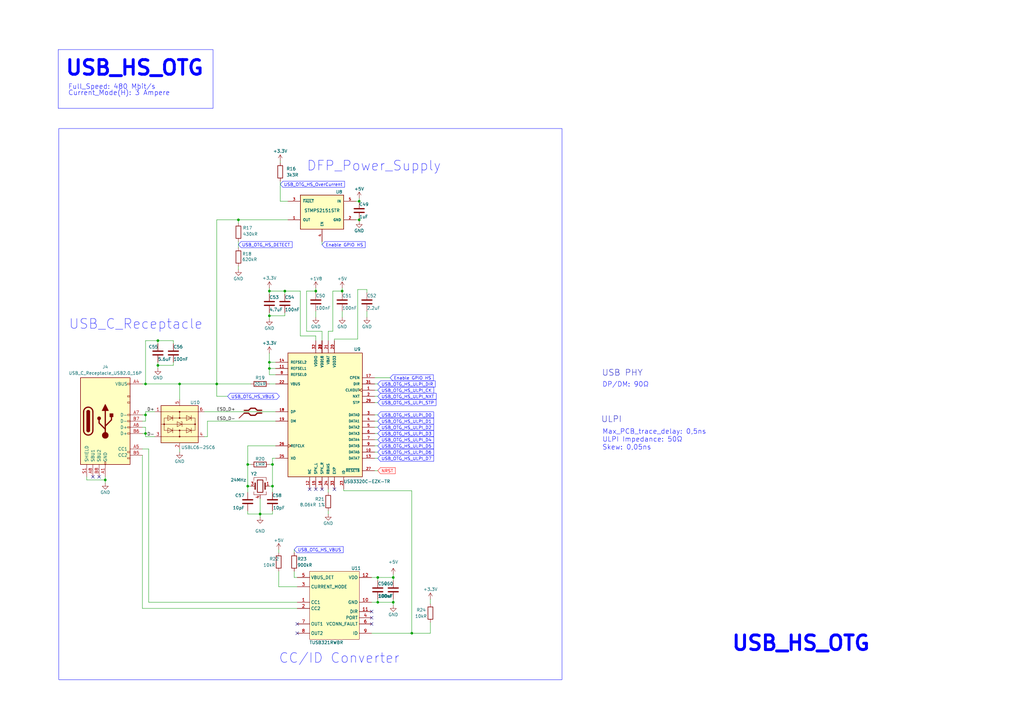
<source format=kicad_sch>
(kicad_sch
	(version 20231120)
	(generator "eeschema")
	(generator_version "8.0")
	(uuid "f30c4890-c4d2-4559-8194-2381c418cc8d")
	(paper "A3")
	(lib_symbols
		(symbol "1.Custom:LOGO"
			(pin_names
				(offset 1.016)
			)
			(exclude_from_sim no)
			(in_bom yes)
			(on_board yes)
			(property "Reference" "#G"
				(at 0 4.6173 0)
				(effects
					(font
						(size 1.27 1.27)
					)
					(hide yes)
				)
			)
			(property "Value" "Differntial Pair"
				(at 0 -4.6173 0)
				(effects
					(font
						(size 1.27 1.27)
					)
					(hide yes)
				)
			)
			(property "Footprint" ""
				(at 0 0 0)
				(effects
					(font
						(size 1.27 1.27)
					)
					(hide yes)
				)
			)
			(property "Datasheet" ""
				(at 0 0 0)
				(effects
					(font
						(size 1.27 1.27)
					)
					(hide yes)
				)
			)
			(property "Description" ""
				(at 0 0 0)
				(effects
					(font
						(size 1.27 1.27)
					)
					(hide yes)
				)
			)
			(symbol "LOGO_0_0"
				(polyline
					(pts
						(xy -0.3796 1.4567) (xy 0.0747 1.9081) (xy 0.872 1.9081) (xy 1.6692 1.9081) (xy 1.9887 1.5946)
						(xy 2.0054 1.5783) (xy 2.1103 1.4757) (xy 2.214 1.3749) (xy 2.3095 1.2826) (xy 2.3899 1.2055)
						(xy 2.448 1.1505) (xy 2.5878 1.0199) (xy 3.5552 1.0349) (xy 3.5932 1.0355) (xy 3.828 1.0391) (xy 4.0255 1.0426)
						(xy 4.1889 1.0466) (xy 4.3215 1.0518) (xy 4.4264 1.0588) (xy 4.5069 1.0683) (xy 4.5661 1.081)
						(xy 4.6074 1.0974) (xy 4.634 1.1184) (xy 4.6491 1.1444) (xy 4.6558 1.1762) (xy 4.6575 1.2145)
						(xy 4.6573 1.2599) (xy 4.6565 1.288) (xy 4.6421 1.3484) (xy 4.6042 1.3967) (xy 4.5511 1.4465)
						(xy 3.6536 1.4465) (xy 2.756 1.4465) (xy 2.5936 1.5937) (xy 2.5777 1.6083) (xy 2.4968 1.6842)
						(xy 2.4007 1.7768) (xy 2.3001 1.8756) (xy 2.2056 1.9704) (xy 2.1682 2.0081) (xy 2.0841 2.091)
						(xy 2.0064 2.165) (xy 1.9426 2.2234) (xy 1.8999 2.2591) (xy 1.8198 2.3184) (xy 0.8945 2.3164)
						(xy 0.7474 2.3159) (xy 0.5633 2.3148) (xy 0.3941 2.3132) (xy 0.2441 2.3113) (xy 0.1178 2.309)
						(xy 0.0193 2.3065) (xy -0.0468 2.3038) (xy -0.0763 2.301) (xy -0.081 2.2991) (xy -0.1175 2.2746)
						(xy -0.1746 2.228) (xy -0.2452 2.1652) (xy -0.3225 2.092) (xy -0.3488 2.0664) (xy -0.4453 1.9726)
						(xy -0.5559 1.8654) (xy -0.6689 1.7561) (xy -0.7727 1.656) (xy -1.0222 1.4157) (xy -1.9078 1.4157)
						(xy -2.7935 1.4157) (xy -2.8534 1.3557) (xy -2.8793 1.3272) (xy -2.9064 1.275) (xy -2.9134 1.2057)
						(xy -2.9069 1.1351) (xy -2.8782 1.0737) (xy -2.8211 1.029) (xy -2.82 1.0285) (xy -2.7874 1.0226)
						(xy -2.7189 1.0176) (xy -2.6135 1.0135) (xy -2.4705 1.0103) (xy -2.2889 1.008) (xy -2.0681 1.0066)
						(xy -1.807 1.006) (xy -0.8339 1.0053) (xy -0.3796 1.4567)
					)
					(stroke
						(width 0.01)
						(type default)
					)
					(fill
						(type outline)
					)
				)
				(polyline
					(pts
						(xy -4.8384 -1.9793) (xy -4.7585 -1.9571) (xy -4.7331 -1.9489) (xy -4.6927 -1.9318) (xy -4.6508 -1.907)
						(xy -4.6021 -1.8701) (xy -4.541 -1.8168) (xy -4.4621 -1.7429) (xy -4.3599 -1.644) (xy -4.225 -1.5125)
						(xy -3.9889 -1.2826) (xy -3.7796 -1.079) (xy -3.5954 -0.9002) (xy -3.4348 -0.7447) (xy -3.2961 -0.611)
						(xy -3.1776 -0.4974) (xy -3.0778 -0.4024) (xy -2.9949 -0.3246) (xy -2.9275 -0.2623) (xy -2.8737 -0.2139)
						(xy -2.8321 -0.178) (xy -2.8009 -0.153) (xy -2.7785 -0.1373) (xy -2.7634 -0.1294) (xy -2.7418 -0.125)
						(xy -2.6797 -0.1193) (xy -2.586 -0.1145) (xy -2.4663 -0.1104) (xy -2.3262 -0.1072) (xy -2.1713 -0.1048)
						(xy -2.0072 -0.1033) (xy -1.8395 -0.1026) (xy -1.6737 -0.1029) (xy -1.5154 -0.1041) (xy -1.3703 -0.1062)
						(xy -1.2438 -0.1092) (xy -1.1416 -0.1132) (xy -1.0692 -0.1182) (xy -1.0323 -0.1242) (xy -1.0273 -0.1268)
						(xy -0.9914 -0.1536) (xy -0.9319 -0.2047) (xy -0.8532 -0.2763) (xy -0.7593 -0.3646) (xy -0.6543 -0.4656)
						(xy -0.5426 -0.5756) (xy -0.1107 -1.0053) (xy 0.8012 -1.0044) (xy 0.9297 -1.0041) (xy 1.1167 -1.0031)
						(xy 1.2908 -1.0014) (xy 1.4472 -0.9991) (xy 1.5814 -0.9964) (xy 1.6885 -0.9933) (xy 1.7639 -0.9898)
						(xy 1.803 -0.9862) (xy 1.8188 -0.9826) (xy 1.8467 -0.973) (xy 1.8776 -0.9563) (xy 1.9151 -0.9294)
						(xy 1.963 -0.8891) (xy 2.0249 -0.8323) (xy 2.1045 -0.7557) (xy 2.2055 -0.6562) (xy 2.3315 -0.5306)
						(xy 2.7701 -0.0923) (xy 3.6675 -0.0817) (xy 3.7915 -0.0801) (xy 3.9734 -0.0771) (xy 4.1405 -0.0736)
						(xy 4.2885 -0.0698) (xy 4.413 -0.0657) (xy 4.5096 -0.0616) (xy 4.574 -0.0575) (xy 4.6017 -0.0536)
						(xy 4.6334 -0.0314) (xy 4.6739 0.0291) (xy 4.6932 0.1053) (xy 4.6888 0.1838) (xy 4.6581 0.2508)
						(xy 4.6446 0.2669) (xy 4.6199 0.2894) (xy 4.5888 0.3077) (xy 4.5473 0.322) (xy 4.4917 0.3328)
						(xy 4.418 0.3403) (xy 4.3225 0.3449) (xy 4.2014 0.3469) (xy 4.0507 0.3467) (xy 3.8667 0.3446)
						(xy 3.6455 0.341) (xy 3.6415 0.3409) (xy 3.459 0.3374) (xy 3.2834 0.3336) (xy 3.1205 0.3295) (xy 2.9758 0.3254)
						(xy 2.855 0.3215) (xy 2.764 0.3178) (xy 2.7082 0.3146) (xy 2.5544 0.3021) (xy 2.1235 -0.1343)
						(xy 1.6926 -0.5707) (xy 1.2105 -0.5828) (xy 1.1807 -0.5835) (xy 1.0156 -0.5871) (xy 0.8431 -0.5903)
						(xy 0.6751 -0.5927) (xy 0.5239 -0.5943) (xy 0.4016 -0.5949) (xy 0.0748 -0.595) (xy -0.3678 -0.1556)
						(xy -0.4484 -0.0758) (xy -0.5635 0.037) (xy -0.6554 0.1251) (xy -0.7274 0.1914) (xy -0.7828 0.2388)
						(xy -0.8251 0.2703) (xy -0.8574 0.2888) (xy -0.8833 0.2973) (xy -0.9033 0.2992) (xy -0.964 0.3015)
						(xy -1.0581 0.3034) (xy -1.181 0.3047) (xy -1.3281 0.3055) (xy -1.4949 0.3057) (xy -1.6767 0.3053)
						(xy -1.8691 0.3042) (xy -1.9045 0.3039) (xy -2.1186 0.3022) (xy -2.296 0.3003) (xy -2.4403 0.2982)
						(xy -2.5552 0.2957) (xy -2.6444 0.2926) (xy -2.7116 0.2888) (xy -2.7605 0.2841) (xy -2.7948 0.2784)
						(xy -2.8181 0.2715) (xy -2.8343 0.2632) (xy -2.8637 0.2385) (xy -2.9092 0.1671) (xy -2.9419 0.0606)
						(xy -2.9454 0.0514) (xy -2.9557 0.0351) (xy -2.974 0.0118) (xy -3.0017 -0.0202) (xy -3.0406 -0.0623)
						(xy -3.0919 -0.1161) (xy -3.1574 -0.1831) (xy -3.2386 -0.2648) (xy -3.3369 -0.3629) (xy -3.4539 -0.4788)
						(xy -3.5912 -0.6141) (xy -3.7502 -0.7702) (xy -3.9326 -0.9488) (xy -4.1398 -1.1514) (xy -4.3734 -1.3795)
						(xy -4.6349 -1.6346) (xy -4.7408 -1.7396) (xy -4.8267 -1.8283) (xy -4.8895 -1.8975) (xy -4.9269 -1.9444)
						(xy -4.9363 -1.9665) (xy -4.9353 -1.9681) (xy -4.9179 -1.9843) (xy -4.8885 -1.9882) (xy -4.8384 -1.9793)
					)
					(stroke
						(width 0.01)
						(type default)
					)
					(fill
						(type outline)
					)
				)
			)
		)
		(symbol "1.Custom:STMPS2151STR"
			(pin_names
				(offset 1.016)
			)
			(exclude_from_sim no)
			(in_bom yes)
			(on_board yes)
			(property "Reference" "U14"
				(at 0 12.7 0)
				(effects
					(font
						(size 1.27 1.27)
					)
				)
			)
			(property "Value" "STMPS2151STR"
				(at 0 10.16 0)
				(effects
					(font
						(size 1.27 1.27)
					)
				)
			)
			(property "Footprint" "1.Footprints:STMPS"
				(at 0 0 0)
				(effects
					(font
						(size 1.27 1.27)
					)
					(justify bottom)
					(hide yes)
				)
			)
			(property "Datasheet" ""
				(at 0 0 0)
				(effects
					(font
						(size 1.27 1.27)
					)
					(hide yes)
				)
			)
			(property "Description" ""
				(at 0 0 0)
				(effects
					(font
						(size 1.27 1.27)
					)
					(hide yes)
				)
			)
			(property "PARTREV" "7"
				(at 0 0 0)
				(effects
					(font
						(size 1.27 1.27)
					)
					(justify bottom)
					(hide yes)
				)
			)
			(property "STANDARD" "IPC-7351B"
				(at 0 0 0)
				(effects
					(font
						(size 1.27 1.27)
					)
					(justify bottom)
					(hide yes)
				)
			)
			(property "MAXIMUM_PACKAGE_HEIGHT" "1.45mm"
				(at 0 0 0)
				(effects
					(font
						(size 1.27 1.27)
					)
					(justify bottom)
					(hide yes)
				)
			)
			(property "MANUFACTURER" "STMicroelectronics"
				(at 0 0 0)
				(effects
					(font
						(size 1.27 1.27)
					)
					(justify bottom)
					(hide yes)
				)
			)
			(symbol "STMPS2151STR_0_0"
				(rectangle
					(start -10.16 6.35)
					(end 7.62 -7.62)
					(stroke
						(width 0.254)
						(type default)
					)
					(fill
						(type background)
					)
				)
				(pin output line
					(at -15.24 -3.81 0)
					(length 5.08)
					(name "OUT"
						(effects
							(font
								(size 1.016 1.016)
							)
						)
					)
					(number "1"
						(effects
							(font
								(size 1.016 1.016)
							)
						)
					)
				)
				(pin power_in line
					(at 12.7 -3.81 180)
					(length 5.08)
					(name "GND"
						(effects
							(font
								(size 1.016 1.016)
							)
						)
					)
					(number "2"
						(effects
							(font
								(size 1.016 1.016)
							)
						)
					)
				)
				(pin output line
					(at -15.24 3.81 0)
					(length 5.08)
					(name "~{FAULT}"
						(effects
							(font
								(size 1.016 1.016)
							)
						)
					)
					(number "3"
						(effects
							(font
								(size 1.016 1.016)
							)
						)
					)
				)
				(pin input line
					(at -1.27 -12.7 90)
					(length 5.08)
					(name "EN"
						(effects
							(font
								(size 1.016 1.016)
							)
						)
					)
					(number "4"
						(effects
							(font
								(size 1.016 1.016)
							)
						)
					)
				)
				(pin input line
					(at 12.7 3.81 180)
					(length 5.08)
					(name "IN"
						(effects
							(font
								(size 1.016 1.016)
							)
						)
					)
					(number "5"
						(effects
							(font
								(size 1.016 1.016)
							)
						)
					)
				)
			)
		)
		(symbol "1.Custom:USB3320C-EZK-TR"
			(pin_names
				(offset 1.016)
			)
			(exclude_from_sim no)
			(in_bom yes)
			(on_board yes)
			(property "Reference" "U9"
				(at -13.208 26.924 0)
				(effects
					(font
						(size 1.27 1.27)
					)
				)
			)
			(property "Value" "USB3320C-EZK-TR"
				(at -17.145 -27.305 0)
				(effects
					(font
						(size 1.27 1.27)
					)
				)
			)
			(property "Footprint" "1.Footprints:USB_ULPI"
				(at 0 -1.27 0)
				(effects
					(font
						(size 1.27 1.27)
					)
					(justify bottom)
					(hide yes)
				)
			)
			(property "Datasheet" ""
				(at 0 0 0)
				(effects
					(font
						(size 1.27 1.27)
					)
					(hide yes)
				)
			)
			(property "Description" "\nMicrochip USB3320C-EZK-TR, USB Transceiver, USB 2.0, 1.8 V, 3.3 V, 32-Pin QFN | Microchip Technology Inc. USB3320C-EZK-TR\n"
				(at -4.572 53.848 0)
				(effects
					(font
						(size 1.27 1.27)
					)
					(justify bottom)
					(hide yes)
				)
			)
			(property "MF" "Microchip"
				(at 0 0 0)
				(effects
					(font
						(size 1.27 1.27)
					)
					(justify bottom)
					(hide yes)
				)
			)
			(property "SNAPEDA_PACKAGE_ID" "29698"
				(at 0 0 0)
				(effects
					(font
						(size 1.27 1.27)
					)
					(justify bottom)
					(hide yes)
				)
			)
			(property "Package" "QFN-32 Microchip"
				(at 0 0 0)
				(effects
					(font
						(size 1.27 1.27)
					)
					(justify bottom)
					(hide yes)
				)
			)
			(property "Price" "None"
				(at 0 0 0)
				(effects
					(font
						(size 1.27 1.27)
					)
					(justify bottom)
					(hide yes)
				)
			)
			(property "Check_prices" "https://www.snapeda.com/parts/USB3320C-EZK-TR/Microchip/view-part/?ref=eda"
				(at -4.572 53.848 0)
				(effects
					(font
						(size 1.27 1.27)
					)
					(justify bottom)
					(hide yes)
				)
			)
			(property "STANDARD" "IPC-7351B"
				(at 0 0 0)
				(effects
					(font
						(size 1.27 1.27)
					)
					(justify bottom)
					(hide yes)
				)
			)
			(property "SnapEDA_Link" "https://www.snapeda.com/parts/USB3320C-EZK-TR/Microchip/view-part/?ref=snap"
				(at -4.572 53.848 0)
				(effects
					(font
						(size 1.27 1.27)
					)
					(justify bottom)
					(hide yes)
				)
			)
			(property "MP" "USB3320C-EZK-TR"
				(at 0 0 0)
				(effects
					(font
						(size 1.27 1.27)
					)
					(justify bottom)
					(hide yes)
				)
			)
			(property "Availability" "In Stock"
				(at 0 0 0)
				(effects
					(font
						(size 1.27 1.27)
					)
					(justify bottom)
					(hide yes)
				)
			)
			(property "MANUFACTURER" "MICROCHIP"
				(at 0 0 0)
				(effects
					(font
						(size 1.27 1.27)
					)
					(justify bottom)
					(hide yes)
				)
			)
			(symbol "USB3320C-EZK-TR_0_0"
				(rectangle
					(start -15.24 25.4)
					(end 15.24 -25.4)
					(stroke
						(width 0.254)
						(type default)
					)
					(fill
						(type background)
					)
				)
				(pin output clock
					(at -20.32 10.16 0)
					(length 5.08)
					(name "CLKOUT"
						(effects
							(font
								(size 1.016 1.016)
							)
						)
					)
					(number "1"
						(effects
							(font
								(size 1.016 1.016)
							)
						)
					)
				)
				(pin bidirectional line
					(at -20.32 -15.24 0)
					(length 5.08)
					(name "DATA6"
						(effects
							(font
								(size 1.016 1.016)
							)
						)
					)
					(number "10"
						(effects
							(font
								(size 1.016 1.016)
							)
						)
					)
				)
				(pin input line
					(at 20.32 19.05 180)
					(length 5.08)
					(name "REFSEL1"
						(effects
							(font
								(size 1.016 1.016)
							)
						)
					)
					(number "11"
						(effects
							(font
								(size 1.016 1.016)
							)
						)
					)
				)
				(pin bidirectional line
					(at -20.32 -17.78 0)
					(length 5.08)
					(name "DATA7"
						(effects
							(font
								(size 1.016 1.016)
							)
						)
					)
					(number "13"
						(effects
							(font
								(size 1.016 1.016)
							)
						)
					)
				)
				(pin input line
					(at 20.32 21.59 180)
					(length 5.08)
					(name "REFSEL2"
						(effects
							(font
								(size 1.016 1.016)
							)
						)
					)
					(number "14"
						(effects
							(font
								(size 1.016 1.016)
							)
						)
					)
				)
				(pin bidirectional line
					(at 3.81 -30.48 90)
					(length 5.08)
					(name "SPK_L"
						(effects
							(font
								(size 1.016 1.016)
							)
						)
					)
					(number "15"
						(effects
							(font
								(size 1.016 1.016)
							)
						)
					)
				)
				(pin bidirectional line
					(at 1.27 -30.48 90)
					(length 5.08)
					(name "SPK_R"
						(effects
							(font
								(size 1.016 1.016)
							)
						)
					)
					(number "16"
						(effects
							(font
								(size 1.016 1.016)
							)
						)
					)
				)
				(pin output line
					(at -20.32 15.24 0)
					(length 5.08)
					(name "CPEN"
						(effects
							(font
								(size 1.016 1.016)
							)
						)
					)
					(number "17"
						(effects
							(font
								(size 1.016 1.016)
							)
						)
					)
				)
				(pin bidirectional line
					(at 20.32 1.27 180)
					(length 5.08)
					(name "DP"
						(effects
							(font
								(size 1.016 1.016)
							)
						)
					)
					(number "18"
						(effects
							(font
								(size 1.016 1.016)
							)
						)
					)
				)
				(pin bidirectional line
					(at 20.32 -2.54 180)
					(length 5.08)
					(name "DM"
						(effects
							(font
								(size 1.016 1.016)
							)
						)
					)
					(number "19"
						(effects
							(font
								(size 1.016 1.016)
							)
						)
					)
				)
				(pin output line
					(at -20.32 7.62 0)
					(length 5.08)
					(name "NXT"
						(effects
							(font
								(size 1.016 1.016)
							)
						)
					)
					(number "2"
						(effects
							(font
								(size 1.016 1.016)
							)
						)
					)
				)
				(pin power_in line
					(at -3.81 30.48 270)
					(length 5.08)
					(name "VDD33"
						(effects
							(font
								(size 1.016 1.016)
							)
						)
					)
					(number "20"
						(effects
							(font
								(size 1.016 1.016)
							)
						)
					)
				)
				(pin power_in line
					(at -1.27 30.48 270)
					(length 5.08)
					(name "VBAT"
						(effects
							(font
								(size 1.016 1.016)
							)
						)
					)
					(number "21"
						(effects
							(font
								(size 1.016 1.016)
							)
						)
					)
				)
				(pin power_in line
					(at 20.32 12.7 180)
					(length 5.08)
					(name "VBUS"
						(effects
							(font
								(size 1.016 1.016)
							)
						)
					)
					(number "22"
						(effects
							(font
								(size 1.016 1.016)
							)
						)
					)
				)
				(pin input line
					(at -7.62 -30.48 90)
					(length 5.08)
					(name "ID"
						(effects
							(font
								(size 1.016 1.016)
							)
						)
					)
					(number "23"
						(effects
							(font
								(size 1.016 1.016)
							)
						)
					)
				)
				(pin bidirectional line
					(at -1.27 -30.48 90)
					(length 5.08)
					(name "RBIAS"
						(effects
							(font
								(size 1.016 1.016)
							)
						)
					)
					(number "24"
						(effects
							(font
								(size 1.016 1.016)
							)
						)
					)
				)
				(pin output line
					(at 20.32 -17.78 180)
					(length 5.08)
					(name "XO"
						(effects
							(font
								(size 1.016 1.016)
							)
						)
					)
					(number "25"
						(effects
							(font
								(size 1.016 1.016)
							)
						)
					)
				)
				(pin input clock
					(at 20.32 -12.7 180)
					(length 5.08)
					(name "REFCLK"
						(effects
							(font
								(size 1.016 1.016)
							)
						)
					)
					(number "26"
						(effects
							(font
								(size 1.016 1.016)
							)
						)
					)
				)
				(pin input line
					(at -20.32 -22.86 0)
					(length 5.08)
					(name "~{RESETB}"
						(effects
							(font
								(size 1.016 1.016)
							)
						)
					)
					(number "27"
						(effects
							(font
								(size 1.016 1.016)
							)
						)
					)
				)
				(pin power_in line
					(at 1.27 30.48 270)
					(length 5.08)
					(name "VDD18"
						(effects
							(font
								(size 1.016 1.016)
							)
						)
					)
					(number "28"
						(effects
							(font
								(size 1.016 1.016)
							)
						)
					)
				)
				(pin input line
					(at -20.32 5.08 0)
					(length 5.08)
					(name "STP"
						(effects
							(font
								(size 1.016 1.016)
							)
						)
					)
					(number "29"
						(effects
							(font
								(size 1.016 1.016)
							)
						)
					)
				)
				(pin bidirectional line
					(at -20.32 0 0)
					(length 5.08)
					(name "DATA0"
						(effects
							(font
								(size 1.016 1.016)
							)
						)
					)
					(number "3"
						(effects
							(font
								(size 1.016 1.016)
							)
						)
					)
				)
				(pin power_in line
					(at 1.27 30.48 270)
					(length 5.08)
					(name "VDD18"
						(effects
							(font
								(size 1.016 1.016)
							)
						)
					)
					(number "30"
						(effects
							(font
								(size 1.016 1.016)
							)
						)
					)
				)
				(pin output line
					(at -20.32 12.7 0)
					(length 5.08)
					(name "DIR"
						(effects
							(font
								(size 1.016 1.016)
							)
						)
					)
					(number "31"
						(effects
							(font
								(size 1.016 1.016)
							)
						)
					)
				)
				(pin power_in line
					(at 3.81 30.48 270)
					(length 5.08)
					(name "VDDIO"
						(effects
							(font
								(size 1.016 1.016)
							)
						)
					)
					(number "32"
						(effects
							(font
								(size 1.016 1.016)
							)
						)
					)
				)
				(pin bidirectional line
					(at -20.32 -2.54 0)
					(length 5.08)
					(name "DATA1"
						(effects
							(font
								(size 1.016 1.016)
							)
						)
					)
					(number "4"
						(effects
							(font
								(size 1.016 1.016)
							)
						)
					)
				)
				(pin bidirectional line
					(at -20.32 -5.08 0)
					(length 5.08)
					(name "DATA2"
						(effects
							(font
								(size 1.016 1.016)
							)
						)
					)
					(number "5"
						(effects
							(font
								(size 1.016 1.016)
							)
						)
					)
				)
				(pin bidirectional line
					(at -20.32 -7.62 0)
					(length 5.08)
					(name "DATA3"
						(effects
							(font
								(size 1.016 1.016)
							)
						)
					)
					(number "6"
						(effects
							(font
								(size 1.016 1.016)
							)
						)
					)
				)
				(pin bidirectional line
					(at -20.32 -10.16 0)
					(length 5.08)
					(name "DATA4"
						(effects
							(font
								(size 1.016 1.016)
							)
						)
					)
					(number "7"
						(effects
							(font
								(size 1.016 1.016)
							)
						)
					)
				)
				(pin input line
					(at 20.32 16.51 180)
					(length 5.08)
					(name "REFSEL0"
						(effects
							(font
								(size 1.016 1.016)
							)
						)
					)
					(number "8"
						(effects
							(font
								(size 1.016 1.016)
							)
						)
					)
				)
				(pin bidirectional line
					(at -20.32 -12.7 0)
					(length 5.08)
					(name "DATA5"
						(effects
							(font
								(size 1.016 1.016)
							)
						)
					)
					(number "9"
						(effects
							(font
								(size 1.016 1.016)
							)
						)
					)
				)
			)
			(symbol "USB3320C-EZK-TR_1_0"
				(pin power_in line
					(at -3.81 -30.48 90)
					(length 5.08)
					(name "EXP"
						(effects
							(font
								(size 1.016 1.016)
							)
						)
					)
					(number "33"
						(effects
							(font
								(size 1.016 1.016)
							)
						)
					)
				)
			)
			(symbol "USB3320C-EZK-TR_1_1"
				(pin passive line
					(at 6.35 -30.48 90)
					(length 5.08)
					(name "NC"
						(effects
							(font
								(size 1.016 1.016)
							)
						)
					)
					(number "12"
						(effects
							(font
								(size 1.016 1.016)
							)
						)
					)
				)
			)
		)
		(symbol "Connector:USB_C_Receptacle_USB2.0_16P"
			(pin_names
				(offset 1.016)
			)
			(exclude_from_sim no)
			(in_bom yes)
			(on_board yes)
			(property "Reference" "J6"
				(at 0 22.225 0)
				(effects
					(font
						(size 1.27 1.27)
					)
				)
			)
			(property "Value" "USB_C_Receptacle_USB2.0_16P"
				(at 0 19.685 0)
				(effects
					(font
						(size 1.27 1.27)
					)
				)
			)
			(property "Footprint" ""
				(at 3.81 0 0)
				(effects
					(font
						(size 1.27 1.27)
					)
					(hide yes)
				)
			)
			(property "Datasheet" "https://www.usb.org/sites/default/files/documents/usb_type-c.zip"
				(at 3.81 0 0)
				(effects
					(font
						(size 1.27 1.27)
					)
					(hide yes)
				)
			)
			(property "Description" "USB 2.0-only 16P Type-C Receptacle connector"
				(at 0 0 0)
				(effects
					(font
						(size 1.27 1.27)
					)
					(hide yes)
				)
			)
			(property "ki_keywords" "usb universal serial bus type-C USB2.0"
				(at 0 0 0)
				(effects
					(font
						(size 1.27 1.27)
					)
					(hide yes)
				)
			)
			(property "ki_fp_filters" "USB*C*Receptacle*"
				(at 0 0 0)
				(effects
					(font
						(size 1.27 1.27)
					)
					(hide yes)
				)
			)
			(symbol "USB_C_Receptacle_USB2.0_16P_0_0"
				(rectangle
					(start -0.254 -17.78)
					(end 0.254 -16.764)
					(stroke
						(width 0)
						(type default)
					)
					(fill
						(type none)
					)
				)
				(rectangle
					(start 10.16 -14.986)
					(end 9.144 -15.494)
					(stroke
						(width 0)
						(type default)
					)
					(fill
						(type none)
					)
				)
				(rectangle
					(start 10.16 -12.446)
					(end 9.144 -12.954)
					(stroke
						(width 0)
						(type default)
					)
					(fill
						(type none)
					)
				)
				(rectangle
					(start 10.16 -4.826)
					(end 9.144 -5.334)
					(stroke
						(width 0)
						(type default)
					)
					(fill
						(type none)
					)
				)
				(rectangle
					(start 10.16 -2.286)
					(end 9.144 -2.794)
					(stroke
						(width 0)
						(type default)
					)
					(fill
						(type none)
					)
				)
				(rectangle
					(start 10.16 0.254)
					(end 9.144 -0.254)
					(stroke
						(width 0)
						(type default)
					)
					(fill
						(type none)
					)
				)
				(rectangle
					(start 10.16 2.794)
					(end 9.144 2.286)
					(stroke
						(width 0)
						(type default)
					)
					(fill
						(type none)
					)
				)
				(rectangle
					(start 10.16 7.874)
					(end 9.144 7.366)
					(stroke
						(width 0)
						(type default)
					)
					(fill
						(type none)
					)
				)
				(rectangle
					(start 10.16 10.414)
					(end 9.144 9.906)
					(stroke
						(width 0)
						(type default)
					)
					(fill
						(type none)
					)
				)
				(rectangle
					(start 10.16 15.494)
					(end 9.144 14.986)
					(stroke
						(width 0)
						(type default)
					)
					(fill
						(type none)
					)
				)
			)
			(symbol "USB_C_Receptacle_USB2.0_16P_0_1"
				(rectangle
					(start -10.16 17.78)
					(end 10.16 -17.78)
					(stroke
						(width 0.254)
						(type default)
					)
					(fill
						(type background)
					)
				)
				(arc
					(start -8.89 -3.81)
					(mid -6.985 -5.7067)
					(end -5.08 -3.81)
					(stroke
						(width 0.508)
						(type default)
					)
					(fill
						(type none)
					)
				)
				(arc
					(start -7.62 -3.81)
					(mid -6.985 -4.4423)
					(end -6.35 -3.81)
					(stroke
						(width 0.254)
						(type default)
					)
					(fill
						(type none)
					)
				)
				(arc
					(start -7.62 -3.81)
					(mid -6.985 -4.4423)
					(end -6.35 -3.81)
					(stroke
						(width 0.254)
						(type default)
					)
					(fill
						(type outline)
					)
				)
				(rectangle
					(start -7.62 -3.81)
					(end -6.35 3.81)
					(stroke
						(width 0.254)
						(type default)
					)
					(fill
						(type outline)
					)
				)
				(arc
					(start -6.35 3.81)
					(mid -6.985 4.4423)
					(end -7.62 3.81)
					(stroke
						(width 0.254)
						(type default)
					)
					(fill
						(type none)
					)
				)
				(arc
					(start -6.35 3.81)
					(mid -6.985 4.4423)
					(end -7.62 3.81)
					(stroke
						(width 0.254)
						(type default)
					)
					(fill
						(type outline)
					)
				)
				(arc
					(start -5.08 3.81)
					(mid -6.985 5.7067)
					(end -8.89 3.81)
					(stroke
						(width 0.508)
						(type default)
					)
					(fill
						(type none)
					)
				)
				(circle
					(center -2.54 1.143)
					(radius 0.635)
					(stroke
						(width 0.254)
						(type default)
					)
					(fill
						(type outline)
					)
				)
				(circle
					(center 0 -5.842)
					(radius 1.27)
					(stroke
						(width 0)
						(type default)
					)
					(fill
						(type outline)
					)
				)
				(polyline
					(pts
						(xy -8.89 -3.81) (xy -8.89 3.81)
					)
					(stroke
						(width 0.508)
						(type default)
					)
					(fill
						(type none)
					)
				)
				(polyline
					(pts
						(xy -5.08 3.81) (xy -5.08 -3.81)
					)
					(stroke
						(width 0.508)
						(type default)
					)
					(fill
						(type none)
					)
				)
				(polyline
					(pts
						(xy 0 -5.842) (xy 0 4.318)
					)
					(stroke
						(width 0.508)
						(type default)
					)
					(fill
						(type none)
					)
				)
				(polyline
					(pts
						(xy 0 -3.302) (xy -2.54 -0.762) (xy -2.54 0.508)
					)
					(stroke
						(width 0.508)
						(type default)
					)
					(fill
						(type none)
					)
				)
				(polyline
					(pts
						(xy 0 -2.032) (xy 2.54 0.508) (xy 2.54 1.778)
					)
					(stroke
						(width 0.508)
						(type default)
					)
					(fill
						(type none)
					)
				)
				(polyline
					(pts
						(xy -1.27 4.318) (xy 0 6.858) (xy 1.27 4.318) (xy -1.27 4.318)
					)
					(stroke
						(width 0.254)
						(type default)
					)
					(fill
						(type outline)
					)
				)
				(rectangle
					(start 1.905 1.778)
					(end 3.175 3.048)
					(stroke
						(width 0.254)
						(type default)
					)
					(fill
						(type outline)
					)
				)
			)
			(symbol "USB_C_Receptacle_USB2.0_16P_1_1"
				(pin passive line
					(at 0 -22.86 90)
					(length 5.08)
					(name "GND"
						(effects
							(font
								(size 1.27 1.27)
							)
						)
					)
					(number "A1"
						(effects
							(font
								(size 1.27 1.27)
							)
						)
					)
				)
				(pin passive line
					(at 0 -22.86 90)
					(length 5.08) hide
					(name "GND"
						(effects
							(font
								(size 1.27 1.27)
							)
						)
					)
					(number "A12"
						(effects
							(font
								(size 1.27 1.27)
							)
						)
					)
				)
				(pin passive line
					(at 15.24 15.24 180)
					(length 5.08)
					(name "VBUS"
						(effects
							(font
								(size 1.27 1.27)
							)
						)
					)
					(number "A4"
						(effects
							(font
								(size 1.27 1.27)
							)
						)
					)
				)
				(pin bidirectional line
					(at 15.24 -11.43 180)
					(length 5.08)
					(name "CC1"
						(effects
							(font
								(size 1.27 1.27)
							)
						)
					)
					(number "A5"
						(effects
							(font
								(size 1.27 1.27)
							)
						)
					)
				)
				(pin bidirectional line
					(at 15.24 -2.54 180)
					(length 5.08)
					(name "D+"
						(effects
							(font
								(size 1.27 1.27)
							)
						)
					)
					(number "A6"
						(effects
							(font
								(size 1.27 1.27)
							)
						)
					)
				)
				(pin bidirectional line
					(at 15.24 2.54 180)
					(length 5.08)
					(name "D-"
						(effects
							(font
								(size 1.27 1.27)
							)
						)
					)
					(number "A7"
						(effects
							(font
								(size 1.27 1.27)
							)
						)
					)
				)
				(pin bidirectional line
					(at -5.08 -22.86 90)
					(length 5.08)
					(name "SBU1"
						(effects
							(font
								(size 1.27 1.27)
							)
						)
					)
					(number "A8"
						(effects
							(font
								(size 1.27 1.27)
							)
						)
					)
				)
				(pin passive line
					(at 15.24 15.24 180)
					(length 5.08) hide
					(name "VBUS"
						(effects
							(font
								(size 1.27 1.27)
							)
						)
					)
					(number "A9"
						(effects
							(font
								(size 1.27 1.27)
							)
						)
					)
				)
				(pin passive line
					(at 0 -22.86 90)
					(length 5.08) hide
					(name "GND"
						(effects
							(font
								(size 1.27 1.27)
							)
						)
					)
					(number "B1"
						(effects
							(font
								(size 1.27 1.27)
							)
						)
					)
				)
				(pin passive line
					(at 0 -22.86 90)
					(length 5.08) hide
					(name "GND"
						(effects
							(font
								(size 1.27 1.27)
							)
						)
					)
					(number "B12"
						(effects
							(font
								(size 1.27 1.27)
							)
						)
					)
				)
				(pin passive line
					(at 15.24 15.24 180)
					(length 5.08) hide
					(name "VBUS"
						(effects
							(font
								(size 1.27 1.27)
							)
						)
					)
					(number "B4"
						(effects
							(font
								(size 1.27 1.27)
							)
						)
					)
				)
				(pin bidirectional line
					(at 15.24 -13.97 180)
					(length 5.08)
					(name "CC2"
						(effects
							(font
								(size 1.27 1.27)
							)
						)
					)
					(number "B5"
						(effects
							(font
								(size 1.27 1.27)
							)
						)
					)
				)
				(pin bidirectional line
					(at 15.24 -5.08 180)
					(length 5.08)
					(name "D+"
						(effects
							(font
								(size 1.27 1.27)
							)
						)
					)
					(number "B6"
						(effects
							(font
								(size 1.27 1.27)
							)
						)
					)
				)
				(pin bidirectional line
					(at 15.24 0 180)
					(length 5.08)
					(name "D-"
						(effects
							(font
								(size 1.27 1.27)
							)
						)
					)
					(number "B7"
						(effects
							(font
								(size 1.27 1.27)
							)
						)
					)
				)
				(pin bidirectional line
					(at -2.54 -22.86 90)
					(length 5.08)
					(name "SBU2"
						(effects
							(font
								(size 1.27 1.27)
							)
						)
					)
					(number "B8"
						(effects
							(font
								(size 1.27 1.27)
							)
						)
					)
				)
				(pin passive line
					(at 15.24 15.24 180)
					(length 5.08) hide
					(name "VBUS"
						(effects
							(font
								(size 1.27 1.27)
							)
						)
					)
					(number "B9"
						(effects
							(font
								(size 1.27 1.27)
							)
						)
					)
				)
				(pin passive line
					(at -7.62 -22.86 90)
					(length 5.08)
					(name "SHIELD"
						(effects
							(font
								(size 1.27 1.27)
							)
						)
					)
					(number "S1"
						(effects
							(font
								(size 1.27 1.27)
							)
						)
					)
				)
			)
		)
		(symbol "Device:C"
			(pin_numbers hide)
			(pin_names
				(offset 0.254)
			)
			(exclude_from_sim no)
			(in_bom yes)
			(on_board yes)
			(property "Reference" "C"
				(at 0.635 2.54 0)
				(effects
					(font
						(size 1.27 1.27)
					)
					(justify left)
				)
			)
			(property "Value" "C"
				(at 0.635 -2.54 0)
				(effects
					(font
						(size 1.27 1.27)
					)
					(justify left)
				)
			)
			(property "Footprint" ""
				(at 0.9652 -3.81 0)
				(effects
					(font
						(size 1.27 1.27)
					)
					(hide yes)
				)
			)
			(property "Datasheet" "~"
				(at 0 0 0)
				(effects
					(font
						(size 1.27 1.27)
					)
					(hide yes)
				)
			)
			(property "Description" "Unpolarized capacitor"
				(at 0 0 0)
				(effects
					(font
						(size 1.27 1.27)
					)
					(hide yes)
				)
			)
			(property "ki_keywords" "cap capacitor"
				(at 0 0 0)
				(effects
					(font
						(size 1.27 1.27)
					)
					(hide yes)
				)
			)
			(property "ki_fp_filters" "C_*"
				(at 0 0 0)
				(effects
					(font
						(size 1.27 1.27)
					)
					(hide yes)
				)
			)
			(symbol "C_0_1"
				(polyline
					(pts
						(xy -2.032 -0.762) (xy 2.032 -0.762)
					)
					(stroke
						(width 0.508)
						(type default)
					)
					(fill
						(type none)
					)
				)
				(polyline
					(pts
						(xy -2.032 0.762) (xy 2.032 0.762)
					)
					(stroke
						(width 0.508)
						(type default)
					)
					(fill
						(type none)
					)
				)
			)
			(symbol "C_1_1"
				(pin passive line
					(at 0 3.81 270)
					(length 2.794)
					(name "~"
						(effects
							(font
								(size 1.27 1.27)
							)
						)
					)
					(number "1"
						(effects
							(font
								(size 1.27 1.27)
							)
						)
					)
				)
				(pin passive line
					(at 0 -3.81 90)
					(length 2.794)
					(name "~"
						(effects
							(font
								(size 1.27 1.27)
							)
						)
					)
					(number "2"
						(effects
							(font
								(size 1.27 1.27)
							)
						)
					)
				)
			)
		)
		(symbol "Device:Crystal_GND24"
			(pin_names
				(offset 1.016) hide)
			(exclude_from_sim no)
			(in_bom yes)
			(on_board yes)
			(property "Reference" "Y2"
				(at 2.54 5.08 0)
				(effects
					(font
						(size 1.27 1.27)
					)
				)
			)
			(property "Value" "Crystal_GND24"
				(at 1.27 -11.43 0)
				(effects
					(font
						(size 1.27 1.27)
					)
					(hide yes)
				)
			)
			(property "Footprint" ""
				(at 0 0 0)
				(effects
					(font
						(size 1.27 1.27)
					)
					(hide yes)
				)
			)
			(property "Datasheet" "~"
				(at 0 0 0)
				(effects
					(font
						(size 1.27 1.27)
					)
					(hide yes)
				)
			)
			(property "Description" ""
				(at 0 0 0)
				(effects
					(font
						(size 1.27 1.27)
					)
					(hide yes)
				)
			)
			(property "ki_keywords" "quartz ceramic resonator oscillator"
				(at 0 0 0)
				(effects
					(font
						(size 1.27 1.27)
					)
					(hide yes)
				)
			)
			(property "ki_fp_filters" "Crystal*"
				(at 0 0 0)
				(effects
					(font
						(size 1.27 1.27)
					)
					(hide yes)
				)
			)
			(symbol "Crystal_GND24_0_1"
				(rectangle
					(start -1.143 2.54)
					(end 1.143 -2.54)
					(stroke
						(width 0.3048)
						(type default)
					)
					(fill
						(type none)
					)
				)
				(polyline
					(pts
						(xy -2.54 0) (xy -2.032 0)
					)
					(stroke
						(width 0)
						(type default)
					)
					(fill
						(type none)
					)
				)
				(polyline
					(pts
						(xy -2.032 -1.27) (xy -2.032 1.27)
					)
					(stroke
						(width 0.508)
						(type default)
					)
					(fill
						(type none)
					)
				)
				(polyline
					(pts
						(xy 0 -3.81) (xy 0 -3.556)
					)
					(stroke
						(width 0)
						(type default)
					)
					(fill
						(type none)
					)
				)
				(polyline
					(pts
						(xy 2.032 -1.27) (xy 2.032 1.27)
					)
					(stroke
						(width 0.508)
						(type default)
					)
					(fill
						(type none)
					)
				)
				(polyline
					(pts
						(xy 2.032 0) (xy 2.54 0)
					)
					(stroke
						(width 0)
						(type default)
					)
					(fill
						(type none)
					)
				)
				(polyline
					(pts
						(xy -2.54 -2.286) (xy -2.54 -3.556) (xy 2.54 -3.556) (xy 2.54 -2.286)
					)
					(stroke
						(width 0)
						(type default)
					)
					(fill
						(type none)
					)
				)
				(polyline
					(pts
						(xy -2.54 2.286) (xy -2.54 3.556) (xy 2.54 3.556) (xy 2.54 2.286)
					)
					(stroke
						(width 0)
						(type default)
					)
					(fill
						(type none)
					)
				)
			)
			(symbol "Crystal_GND24_1_1"
				(pin passive line
					(at -3.81 0 0)
					(length 1.27)
					(name "1"
						(effects
							(font
								(size 1.27 1.27)
							)
						)
					)
					(number "1"
						(effects
							(font
								(size 1.27 1.27)
							)
						)
					)
				)
				(pin passive line
					(at 0 -5.08 90)
					(length 1.27) hide
					(name "2"
						(effects
							(font
								(size 1.27 1.27)
							)
						)
					)
					(number "2"
						(effects
							(font
								(size 1.27 1.27)
							)
						)
					)
				)
				(pin passive line
					(at 3.81 0 180)
					(length 1.27)
					(name "3"
						(effects
							(font
								(size 1.27 1.27)
							)
						)
					)
					(number "3"
						(effects
							(font
								(size 1.27 1.27)
							)
						)
					)
				)
				(pin passive line
					(at 0 -5.08 90)
					(length 1.27)
					(name "4"
						(effects
							(font
								(size 1.27 1.27)
							)
						)
					)
					(number "4"
						(effects
							(font
								(size 1.27 1.27)
							)
						)
					)
				)
			)
		)
		(symbol "Device:R"
			(pin_numbers hide)
			(pin_names
				(offset 0)
			)
			(exclude_from_sim no)
			(in_bom yes)
			(on_board yes)
			(property "Reference" "R"
				(at 2.032 0 90)
				(effects
					(font
						(size 1.27 1.27)
					)
				)
			)
			(property "Value" "R"
				(at 0 0 90)
				(effects
					(font
						(size 1.27 1.27)
					)
				)
			)
			(property "Footprint" ""
				(at -1.778 0 90)
				(effects
					(font
						(size 1.27 1.27)
					)
					(hide yes)
				)
			)
			(property "Datasheet" "~"
				(at 0 0 0)
				(effects
					(font
						(size 1.27 1.27)
					)
					(hide yes)
				)
			)
			(property "Description" "Resistor"
				(at 0 0 0)
				(effects
					(font
						(size 1.27 1.27)
					)
					(hide yes)
				)
			)
			(property "ki_keywords" "R res resistor"
				(at 0 0 0)
				(effects
					(font
						(size 1.27 1.27)
					)
					(hide yes)
				)
			)
			(property "ki_fp_filters" "R_*"
				(at 0 0 0)
				(effects
					(font
						(size 1.27 1.27)
					)
					(hide yes)
				)
			)
			(symbol "R_0_1"
				(rectangle
					(start -1.016 -2.54)
					(end 1.016 2.54)
					(stroke
						(width 0.254)
						(type default)
					)
					(fill
						(type none)
					)
				)
			)
			(symbol "R_1_1"
				(pin passive line
					(at 0 3.81 270)
					(length 1.27)
					(name "~"
						(effects
							(font
								(size 1.27 1.27)
							)
						)
					)
					(number "1"
						(effects
							(font
								(size 1.27 1.27)
							)
						)
					)
				)
				(pin passive line
					(at 0 -3.81 90)
					(length 1.27)
					(name "~"
						(effects
							(font
								(size 1.27 1.27)
							)
						)
					)
					(number "2"
						(effects
							(font
								(size 1.27 1.27)
							)
						)
					)
				)
			)
		)
		(symbol "Power_Protection:USBLC6-2SC6"
			(pin_names hide)
			(exclude_from_sim no)
			(in_bom yes)
			(on_board yes)
			(property "Reference" "U11"
				(at -6.9281 16.51 90)
				(effects
					(font
						(size 1.27 1.27)
					)
				)
			)
			(property "Value" "USBLC6-2SC6"
				(at -4.3881 16.51 90)
				(effects
					(font
						(size 1.27 1.27)
					)
				)
			)
			(property "Footprint" "Package_TO_SOT_SMD:SOT-23-6"
				(at 0 -12.7 0)
				(effects
					(font
						(size 1.27 1.27)
					)
					(hide yes)
				)
			)
			(property "Datasheet" "https://www.st.com/resource/en/datasheet/usblc6-2.pdf"
				(at 16.51 20.32 0)
				(effects
					(font
						(size 1.27 1.27)
					)
					(hide yes)
				)
			)
			(property "Description" "Very low capacitance ESD protection diode, 2 data-line, SOT-23-6"
				(at 0 0 0)
				(effects
					(font
						(size 1.27 1.27)
					)
					(hide yes)
				)
			)
			(property "ki_keywords" "usb ethernet video"
				(at 0 0 0)
				(effects
					(font
						(size 1.27 1.27)
					)
					(hide yes)
				)
			)
			(property "ki_fp_filters" "SOT?23*"
				(at 0 0 0)
				(effects
					(font
						(size 1.27 1.27)
					)
					(hide yes)
				)
			)
			(symbol "USBLC6-2SC6_0_1"
				(rectangle
					(start -7.62 7.62)
					(end 7.62 -7.62)
					(stroke
						(width 0.254)
						(type default)
					)
					(fill
						(type background)
					)
				)
				(circle
					(center -5.08 0)
					(radius 0.254)
					(stroke
						(width 0)
						(type default)
					)
					(fill
						(type outline)
					)
				)
				(circle
					(center -2.54 0)
					(radius 0.254)
					(stroke
						(width 0)
						(type default)
					)
					(fill
						(type outline)
					)
				)
				(rectangle
					(start -2.54 6.35)
					(end 2.54 -6.35)
					(stroke
						(width 0)
						(type default)
					)
					(fill
						(type none)
					)
				)
				(circle
					(center 0 -6.35)
					(radius 0.254)
					(stroke
						(width 0)
						(type default)
					)
					(fill
						(type outline)
					)
				)
				(polyline
					(pts
						(xy -5.08 -5.08) (xy -5.08 -7.62)
					)
					(stroke
						(width 0)
						(type default)
					)
					(fill
						(type none)
					)
				)
				(polyline
					(pts
						(xy -5.08 -2.54) (xy -5.08 -5.08)
					)
					(stroke
						(width 0)
						(type default)
					)
					(fill
						(type none)
					)
				)
				(polyline
					(pts
						(xy -5.08 0) (xy -5.08 -2.54)
					)
					(stroke
						(width 0)
						(type default)
					)
					(fill
						(type none)
					)
				)
				(polyline
					(pts
						(xy -5.08 5.08) (xy -5.08 2.54)
					)
					(stroke
						(width 0)
						(type default)
					)
					(fill
						(type none)
					)
				)
				(polyline
					(pts
						(xy -5.08 7.62) (xy -5.08 5.08)
					)
					(stroke
						(width 0)
						(type default)
					)
					(fill
						(type none)
					)
				)
				(polyline
					(pts
						(xy -1.524 -2.794) (xy -3.556 -2.794)
					)
					(stroke
						(width 0)
						(type default)
					)
					(fill
						(type none)
					)
				)
				(polyline
					(pts
						(xy -1.524 4.826) (xy -3.556 4.826)
					)
					(stroke
						(width 0)
						(type default)
					)
					(fill
						(type none)
					)
				)
				(polyline
					(pts
						(xy 0 -7.62) (xy 0 -6.35)
					)
					(stroke
						(width 0)
						(type default)
					)
					(fill
						(type none)
					)
				)
				(polyline
					(pts
						(xy 0 -6.35) (xy 0 1.27)
					)
					(stroke
						(width 0)
						(type default)
					)
					(fill
						(type none)
					)
				)
				(polyline
					(pts
						(xy 0 1.27) (xy 0 6.35)
					)
					(stroke
						(width 0)
						(type default)
					)
					(fill
						(type none)
					)
				)
				(polyline
					(pts
						(xy 1.524 -2.794) (xy 3.556 -2.794)
					)
					(stroke
						(width 0)
						(type default)
					)
					(fill
						(type none)
					)
				)
				(polyline
					(pts
						(xy 1.524 4.826) (xy 3.556 4.826)
					)
					(stroke
						(width 0)
						(type default)
					)
					(fill
						(type none)
					)
				)
				(polyline
					(pts
						(xy 5.08 -5.08) (xy 5.08 -7.62)
					)
					(stroke
						(width 0)
						(type default)
					)
					(fill
						(type none)
					)
				)
				(polyline
					(pts
						(xy 5.08 -2.54) (xy 5.08 -5.08)
					)
					(stroke
						(width 0)
						(type default)
					)
					(fill
						(type none)
					)
				)
				(polyline
					(pts
						(xy 5.08 0) (xy 5.08 -2.54)
					)
					(stroke
						(width 0)
						(type default)
					)
					(fill
						(type none)
					)
				)
				(polyline
					(pts
						(xy 5.08 5.08) (xy 5.08 2.54)
					)
					(stroke
						(width 0)
						(type default)
					)
					(fill
						(type none)
					)
				)
				(polyline
					(pts
						(xy 5.08 7.62) (xy 5.08 5.08)
					)
					(stroke
						(width 0)
						(type default)
					)
					(fill
						(type none)
					)
				)
				(polyline
					(pts
						(xy -2.54 0) (xy -5.08 0) (xy -5.08 2.54)
					)
					(stroke
						(width 0)
						(type default)
					)
					(fill
						(type none)
					)
				)
				(polyline
					(pts
						(xy 2.54 0) (xy 5.08 0) (xy 5.08 2.54)
					)
					(stroke
						(width 0)
						(type default)
					)
					(fill
						(type none)
					)
				)
				(polyline
					(pts
						(xy -3.556 -4.826) (xy -1.524 -4.826) (xy -2.54 -2.794) (xy -3.556 -4.826)
					)
					(stroke
						(width 0)
						(type default)
					)
					(fill
						(type none)
					)
				)
				(polyline
					(pts
						(xy -3.556 2.794) (xy -1.524 2.794) (xy -2.54 4.826) (xy -3.556 2.794)
					)
					(stroke
						(width 0)
						(type default)
					)
					(fill
						(type none)
					)
				)
				(polyline
					(pts
						(xy -1.016 -1.016) (xy 1.016 -1.016) (xy 0 1.016) (xy -1.016 -1.016)
					)
					(stroke
						(width 0)
						(type default)
					)
					(fill
						(type none)
					)
				)
				(polyline
					(pts
						(xy 1.016 1.016) (xy 0.762 1.016) (xy -1.016 1.016) (xy -1.016 0.508)
					)
					(stroke
						(width 0)
						(type default)
					)
					(fill
						(type none)
					)
				)
				(polyline
					(pts
						(xy 3.556 -4.826) (xy 1.524 -4.826) (xy 2.54 -2.794) (xy 3.556 -4.826)
					)
					(stroke
						(width 0)
						(type default)
					)
					(fill
						(type none)
					)
				)
				(polyline
					(pts
						(xy 3.556 2.794) (xy 1.524 2.794) (xy 2.54 4.826) (xy 3.556 2.794)
					)
					(stroke
						(width 0)
						(type default)
					)
					(fill
						(type none)
					)
				)
				(circle
					(center 0 6.35)
					(radius 0.254)
					(stroke
						(width 0)
						(type default)
					)
					(fill
						(type outline)
					)
				)
				(circle
					(center 2.54 0)
					(radius 0.254)
					(stroke
						(width 0)
						(type default)
					)
					(fill
						(type outline)
					)
				)
				(circle
					(center 5.08 0)
					(radius 0.254)
					(stroke
						(width 0)
						(type default)
					)
					(fill
						(type outline)
					)
				)
			)
			(symbol "USBLC6-2SC6_1_1"
				(pin passive line
					(at -5.08 -10.16 90)
					(length 2.54)
					(name "I/O1"
						(effects
							(font
								(size 1.27 1.27)
							)
						)
					)
					(number "1"
						(effects
							(font
								(size 1.27 1.27)
							)
						)
					)
				)
				(pin passive line
					(at 10.16 0 180)
					(length 2.54)
					(name "GND"
						(effects
							(font
								(size 1.27 1.27)
							)
						)
					)
					(number "2"
						(effects
							(font
								(size 1.27 1.27)
							)
						)
					)
				)
				(pin passive line
					(at 5.08 -10.16 90)
					(length 2.54)
					(name "I/O2"
						(effects
							(font
								(size 1.27 1.27)
							)
						)
					)
					(number "3"
						(effects
							(font
								(size 1.27 1.27)
							)
						)
					)
				)
				(pin passive line
					(at 5.08 10.16 270)
					(length 2.54)
					(name "I/O2"
						(effects
							(font
								(size 1.27 1.27)
							)
						)
					)
					(number "4"
						(effects
							(font
								(size 1.27 1.27)
							)
						)
					)
				)
				(pin passive line
					(at -10.16 0 0)
					(length 2.54)
					(name "VBUS"
						(effects
							(font
								(size 1.27 1.27)
							)
						)
					)
					(number "5"
						(effects
							(font
								(size 1.27 1.27)
							)
						)
					)
				)
				(pin passive line
					(at -5.08 10.16 270)
					(length 2.54)
					(name "I/O1"
						(effects
							(font
								(size 1.27 1.27)
							)
						)
					)
					(number "6"
						(effects
							(font
								(size 1.27 1.27)
							)
						)
					)
				)
			)
		)
		(symbol "TUSB321_1"
			(exclude_from_sim no)
			(in_bom yes)
			(on_board yes)
			(property "Reference" "U3"
				(at 16.51 2.54 0)
				(effects
					(font
						(size 1.27 1.27)
					)
				)
			)
			(property "Value" "~"
				(at 0 0 0)
				(effects
					(font
						(size 1.27 1.27)
					)
				)
			)
			(property "Footprint" ""
				(at 0 0 0)
				(effects
					(font
						(size 1.27 1.27)
					)
					(hide yes)
				)
			)
			(property "Datasheet" ""
				(at 0 0 0)
				(effects
					(font
						(size 1.27 1.27)
					)
					(hide yes)
				)
			)
			(property "Description" ""
				(at 0 0 0)
				(effects
					(font
						(size 1.27 1.27)
					)
					(hide yes)
				)
			)
			(symbol "TUSB321_1_1_1"
				(rectangle
					(start -2.54 1.27)
					(end 17.78 -26.67)
					(stroke
						(width 0)
						(type default)
					)
					(fill
						(type background)
					)
				)
				(pin power_in line
					(at -7.62 -11.43 0)
					(length 5.08)
					(name "CC1"
						(effects
							(font
								(size 1.27 1.27)
							)
						)
					)
					(number "1"
						(effects
							(font
								(size 1.27 1.27)
							)
						)
					)
				)
				(pin power_in line
					(at 22.86 -11.43 180)
					(length 5.08)
					(name "GND"
						(effects
							(font
								(size 1.27 1.27)
							)
						)
					)
					(number "10"
						(effects
							(font
								(size 1.27 1.27)
							)
						)
					)
				)
				(pin power_in line
					(at 22.86 -15.24 180)
					(length 5.08)
					(name "DIR"
						(effects
							(font
								(size 1.27 1.27)
							)
						)
					)
					(number "11"
						(effects
							(font
								(size 1.27 1.27)
							)
						)
					)
				)
				(pin power_in line
					(at 22.86 -1.27 180)
					(length 5.08)
					(name "VDD"
						(effects
							(font
								(size 1.27 1.27)
							)
						)
					)
					(number "12"
						(effects
							(font
								(size 1.27 1.27)
							)
						)
					)
				)
				(pin power_in line
					(at -7.62 -13.97 0)
					(length 5.08)
					(name "CC2"
						(effects
							(font
								(size 1.27 1.27)
							)
						)
					)
					(number "2"
						(effects
							(font
								(size 1.27 1.27)
							)
						)
					)
				)
				(pin power_in line
					(at -7.62 -5.08 0)
					(length 5.08)
					(name "CURRENT_MODE"
						(effects
							(font
								(size 1.27 1.27)
							)
						)
					)
					(number "3"
						(effects
							(font
								(size 1.27 1.27)
							)
						)
					)
				)
				(pin power_in line
					(at 22.86 -17.78 180)
					(length 5.08)
					(name "PORT"
						(effects
							(font
								(size 1.27 1.27)
							)
						)
					)
					(number "4"
						(effects
							(font
								(size 1.27 1.27)
							)
						)
					)
				)
				(pin power_in line
					(at -7.62 -1.27 0)
					(length 5.08)
					(name "VBUS_DET"
						(effects
							(font
								(size 1.27 1.27)
							)
						)
					)
					(number "5"
						(effects
							(font
								(size 1.27 1.27)
							)
						)
					)
				)
				(pin power_in line
					(at 22.86 -20.32 180)
					(length 5.08)
					(name "VCONN_FAULT"
						(effects
							(font
								(size 1.27 1.27)
							)
						)
					)
					(number "6"
						(effects
							(font
								(size 1.27 1.27)
							)
						)
					)
				)
				(pin power_in line
					(at -7.62 -20.32 0)
					(length 5.08)
					(name "OUT1"
						(effects
							(font
								(size 1.27 1.27)
							)
						)
					)
					(number "7"
						(effects
							(font
								(size 1.27 1.27)
							)
						)
					)
				)
				(pin power_in line
					(at -7.62 -24.13 0)
					(length 5.08)
					(name "OUT2"
						(effects
							(font
								(size 1.27 1.27)
							)
						)
					)
					(number "8"
						(effects
							(font
								(size 1.27 1.27)
							)
						)
					)
				)
				(pin power_in line
					(at 22.86 -24.13 180)
					(length 5.08)
					(name "ID"
						(effects
							(font
								(size 1.27 1.27)
							)
						)
					)
					(number "9"
						(effects
							(font
								(size 1.27 1.27)
							)
						)
					)
				)
			)
		)
		(symbol "power:+1V8"
			(power)
			(pin_numbers hide)
			(pin_names
				(offset 0) hide)
			(exclude_from_sim no)
			(in_bom yes)
			(on_board yes)
			(property "Reference" "#PWR"
				(at 0 -3.81 0)
				(effects
					(font
						(size 1.27 1.27)
					)
					(hide yes)
				)
			)
			(property "Value" "+1V8"
				(at 0 3.556 0)
				(effects
					(font
						(size 1.27 1.27)
					)
				)
			)
			(property "Footprint" ""
				(at 0 0 0)
				(effects
					(font
						(size 1.27 1.27)
					)
					(hide yes)
				)
			)
			(property "Datasheet" ""
				(at 0 0 0)
				(effects
					(font
						(size 1.27 1.27)
					)
					(hide yes)
				)
			)
			(property "Description" "Power symbol creates a global label with name \"+1V8\""
				(at 0 0 0)
				(effects
					(font
						(size 1.27 1.27)
					)
					(hide yes)
				)
			)
			(property "ki_keywords" "global power"
				(at 0 0 0)
				(effects
					(font
						(size 1.27 1.27)
					)
					(hide yes)
				)
			)
			(symbol "+1V8_0_1"
				(polyline
					(pts
						(xy -0.762 1.27) (xy 0 2.54)
					)
					(stroke
						(width 0)
						(type default)
					)
					(fill
						(type none)
					)
				)
				(polyline
					(pts
						(xy 0 0) (xy 0 2.54)
					)
					(stroke
						(width 0)
						(type default)
					)
					(fill
						(type none)
					)
				)
				(polyline
					(pts
						(xy 0 2.54) (xy 0.762 1.27)
					)
					(stroke
						(width 0)
						(type default)
					)
					(fill
						(type none)
					)
				)
			)
			(symbol "+1V8_1_1"
				(pin power_in line
					(at 0 0 90)
					(length 0)
					(name "~"
						(effects
							(font
								(size 1.27 1.27)
							)
						)
					)
					(number "1"
						(effects
							(font
								(size 1.27 1.27)
							)
						)
					)
				)
			)
		)
		(symbol "power:+3.3V"
			(power)
			(pin_numbers hide)
			(pin_names
				(offset 0) hide)
			(exclude_from_sim no)
			(in_bom yes)
			(on_board yes)
			(property "Reference" "#PWR"
				(at 0 -3.81 0)
				(effects
					(font
						(size 1.27 1.27)
					)
					(hide yes)
				)
			)
			(property "Value" "+3.3V"
				(at 0 3.556 0)
				(effects
					(font
						(size 1.27 1.27)
					)
				)
			)
			(property "Footprint" ""
				(at 0 0 0)
				(effects
					(font
						(size 1.27 1.27)
					)
					(hide yes)
				)
			)
			(property "Datasheet" ""
				(at 0 0 0)
				(effects
					(font
						(size 1.27 1.27)
					)
					(hide yes)
				)
			)
			(property "Description" "Power symbol creates a global label with name \"+3.3V\""
				(at 0 0 0)
				(effects
					(font
						(size 1.27 1.27)
					)
					(hide yes)
				)
			)
			(property "ki_keywords" "global power"
				(at 0 0 0)
				(effects
					(font
						(size 1.27 1.27)
					)
					(hide yes)
				)
			)
			(symbol "+3.3V_0_1"
				(polyline
					(pts
						(xy -0.762 1.27) (xy 0 2.54)
					)
					(stroke
						(width 0)
						(type default)
					)
					(fill
						(type none)
					)
				)
				(polyline
					(pts
						(xy 0 0) (xy 0 2.54)
					)
					(stroke
						(width 0)
						(type default)
					)
					(fill
						(type none)
					)
				)
				(polyline
					(pts
						(xy 0 2.54) (xy 0.762 1.27)
					)
					(stroke
						(width 0)
						(type default)
					)
					(fill
						(type none)
					)
				)
			)
			(symbol "+3.3V_1_1"
				(pin power_in line
					(at 0 0 90)
					(length 0)
					(name "~"
						(effects
							(font
								(size 1.27 1.27)
							)
						)
					)
					(number "1"
						(effects
							(font
								(size 1.27 1.27)
							)
						)
					)
				)
			)
		)
		(symbol "power:+5V"
			(power)
			(pin_names
				(offset 0)
			)
			(exclude_from_sim no)
			(in_bom yes)
			(on_board yes)
			(property "Reference" "#PWR"
				(at 0 -3.81 0)
				(effects
					(font
						(size 1.27 1.27)
					)
					(hide yes)
				)
			)
			(property "Value" "+5V"
				(at 0 3.556 0)
				(effects
					(font
						(size 1.27 1.27)
					)
				)
			)
			(property "Footprint" ""
				(at 0 0 0)
				(effects
					(font
						(size 1.27 1.27)
					)
					(hide yes)
				)
			)
			(property "Datasheet" ""
				(at 0 0 0)
				(effects
					(font
						(size 1.27 1.27)
					)
					(hide yes)
				)
			)
			(property "Description" "Power symbol creates a global label with name \"+5V\""
				(at 0 0 0)
				(effects
					(font
						(size 1.27 1.27)
					)
					(hide yes)
				)
			)
			(property "ki_keywords" "global power"
				(at 0 0 0)
				(effects
					(font
						(size 1.27 1.27)
					)
					(hide yes)
				)
			)
			(symbol "+5V_0_1"
				(polyline
					(pts
						(xy -0.762 1.27) (xy 0 2.54)
					)
					(stroke
						(width 0)
						(type default)
					)
					(fill
						(type none)
					)
				)
				(polyline
					(pts
						(xy 0 0) (xy 0 2.54)
					)
					(stroke
						(width 0)
						(type default)
					)
					(fill
						(type none)
					)
				)
				(polyline
					(pts
						(xy 0 2.54) (xy 0.762 1.27)
					)
					(stroke
						(width 0)
						(type default)
					)
					(fill
						(type none)
					)
				)
			)
			(symbol "+5V_1_1"
				(pin power_in line
					(at 0 0 90)
					(length 0) hide
					(name "+5V"
						(effects
							(font
								(size 1.27 1.27)
							)
						)
					)
					(number "1"
						(effects
							(font
								(size 1.27 1.27)
							)
						)
					)
				)
			)
		)
		(symbol "power:GND"
			(power)
			(pin_names
				(offset 0)
			)
			(exclude_from_sim no)
			(in_bom yes)
			(on_board yes)
			(property "Reference" "#PWR"
				(at 0 -6.35 0)
				(effects
					(font
						(size 1.27 1.27)
					)
					(hide yes)
				)
			)
			(property "Value" "GND"
				(at 0 -3.81 0)
				(effects
					(font
						(size 1.27 1.27)
					)
				)
			)
			(property "Footprint" ""
				(at 0 0 0)
				(effects
					(font
						(size 1.27 1.27)
					)
					(hide yes)
				)
			)
			(property "Datasheet" ""
				(at 0 0 0)
				(effects
					(font
						(size 1.27 1.27)
					)
					(hide yes)
				)
			)
			(property "Description" "Power symbol creates a global label with name \"GND\" , ground"
				(at 0 0 0)
				(effects
					(font
						(size 1.27 1.27)
					)
					(hide yes)
				)
			)
			(property "ki_keywords" "global power"
				(at 0 0 0)
				(effects
					(font
						(size 1.27 1.27)
					)
					(hide yes)
				)
			)
			(symbol "GND_0_1"
				(polyline
					(pts
						(xy 0 0) (xy 0 -1.27) (xy 1.27 -1.27) (xy 0 -2.54) (xy -1.27 -1.27) (xy 0 -1.27)
					)
					(stroke
						(width 0)
						(type default)
					)
					(fill
						(type none)
					)
				)
			)
			(symbol "GND_1_1"
				(pin power_in line
					(at 0 0 270)
					(length 0) hide
					(name "GND"
						(effects
							(font
								(size 1.27 1.27)
							)
						)
					)
					(number "1"
						(effects
							(font
								(size 1.27 1.27)
							)
						)
					)
				)
			)
		)
	)
	(junction
		(at 161.29 236.855)
		(diameter 0)
		(color 0 0 0 0)
		(uuid "1d355077-10f9-460f-9a36-b696f51b656f")
	)
	(junction
		(at 64.77 149.86)
		(diameter 0)
		(color 0 0 0 0)
		(uuid "1e511b33-ce06-442d-bc59-a899ae73b7c8")
	)
	(junction
		(at 161.29 247.015)
		(diameter 0)
		(color 0 0 0 0)
		(uuid "1f86067c-9650-49b4-804c-4ab552038eb7")
	)
	(junction
		(at 116.84 119.38)
		(diameter 0)
		(color 0 0 0 0)
		(uuid "2eb0def5-3b49-43fc-baad-7052ef1deaea")
	)
	(junction
		(at 59.69 177.8)
		(diameter 0)
		(color 0 0 0 0)
		(uuid "326b7658-4578-4fca-b7dc-c8838fed6a49")
	)
	(junction
		(at 110.49 129.54)
		(diameter 0)
		(color 0 0 0 0)
		(uuid "3a07b3db-1fa1-4584-8cb1-f54a52228435")
	)
	(junction
		(at 64.77 139.7)
		(diameter 0)
		(color 0 0 0 0)
		(uuid "4556fa5e-6bca-4dba-8bc0-0ed9d2c85001")
	)
	(junction
		(at 111.76 190.5)
		(diameter 0)
		(color 0 0 0 0)
		(uuid "470e17a6-1349-4bb9-9a58-e2d352c99566")
	)
	(junction
		(at 101.6 190.5)
		(diameter 0)
		(color 0 0 0 0)
		(uuid "48be5221-18a9-445e-9b54-b6f1547ea010")
	)
	(junction
		(at 154.94 236.855)
		(diameter 0)
		(color 0 0 0 0)
		(uuid "4c4b943d-1fcf-41b5-8a90-6547daaa1fad")
	)
	(junction
		(at 73.66 157.48)
		(diameter 0)
		(color 0 0 0 0)
		(uuid "5a9e3595-67f2-4652-9d11-0e1cf0e51c3f")
	)
	(junction
		(at 129.54 119.38)
		(diameter 0)
		(color 0 0 0 0)
		(uuid "644fc381-febf-4a13-9d03-9a1d8980b904")
	)
	(junction
		(at 110.49 119.38)
		(diameter 0)
		(color 0 0 0 0)
		(uuid "66e31ad1-6d8b-4658-ac34-9b1c9e8b76a7")
	)
	(junction
		(at 43.18 196.85)
		(diameter 0)
		(color 0 0 0 0)
		(uuid "74877b85-072b-47ee-a59c-3db33e725865")
	)
	(junction
		(at 101.6 199.39)
		(diameter 0)
		(color 0 0 0 0)
		(uuid "8091edce-6c46-46c6-80f0-f9e20af421f8")
	)
	(junction
		(at 88.9 157.48)
		(diameter 0)
		(color 0 0 0 0)
		(uuid "8345b3c9-506b-4438-ba3b-b74124ce1b75")
	)
	(junction
		(at 59.69 170.18)
		(diameter 0)
		(color 0 0 0 0)
		(uuid "856ac2fb-68b5-483c-bf16-3d78de87d9e5")
	)
	(junction
		(at 59.69 157.48)
		(diameter 0)
		(color 0 0 0 0)
		(uuid "8570b7cb-c2dc-4d3f-8d0c-be08984d02b8")
	)
	(junction
		(at 147.32 90.17)
		(diameter 0)
		(color 0 0 0 0)
		(uuid "8a38ff13-094a-4e64-bfd3-cb1ffef61a63")
	)
	(junction
		(at 140.335 119.38)
		(diameter 0)
		(color 0 0 0 0)
		(uuid "8ece3493-f84d-4875-98ab-604cb091d265")
	)
	(junction
		(at 168.91 259.715)
		(diameter 0)
		(color 0 0 0 0)
		(uuid "9233276d-3149-4ccd-a333-8e4a25da184a")
	)
	(junction
		(at 106.68 210.82)
		(diameter 0)
		(color 0 0 0 0)
		(uuid "94b0b272-a7d3-4b96-adb4-c805470a7fa0")
	)
	(junction
		(at 110.49 148.59)
		(diameter 0)
		(color 0 0 0 0)
		(uuid "abb6a911-1992-4f49-8b65-1d46886dfa2d")
	)
	(junction
		(at 147.32 82.55)
		(diameter 0)
		(color 0 0 0 0)
		(uuid "b24dd8ce-70bf-4d4c-8545-2b954075971d")
	)
	(junction
		(at 154.94 247.015)
		(diameter 0)
		(color 0 0 0 0)
		(uuid "bf46990d-7c40-4240-a78a-a115c6108ae0")
	)
	(junction
		(at 110.49 151.13)
		(diameter 0)
		(color 0 0 0 0)
		(uuid "c21c9872-260b-4e3c-aa9a-671540052684")
	)
	(junction
		(at 97.79 90.17)
		(diameter 0)
		(color 0 0 0 0)
		(uuid "d91127b3-c7c9-4fff-ac8d-8989cb075068")
	)
	(junction
		(at 111.76 199.39)
		(diameter 0)
		(color 0 0 0 0)
		(uuid "ebabdfca-64ff-4c17-aeb8-3298f40dfc87")
	)
	(no_connect
		(at 121.92 259.715)
		(uuid "0224183f-ca90-495f-8677-488f94e76e2e")
	)
	(no_connect
		(at 137.16 200.66)
		(uuid "06103c67-a3ec-49d3-b4fd-5ebbcea00d16")
	)
	(no_connect
		(at 121.92 255.905)
		(uuid "328daba1-50ce-4433-b2ff-6db6f0db3af3")
	)
	(no_connect
		(at 132.08 200.66)
		(uuid "68a59fa3-82e7-4ec2-bf69-117f0739e3ad")
	)
	(no_connect
		(at 129.54 200.66)
		(uuid "81725ad5-5242-4f08-8901-4f84c93fb7c8")
	)
	(no_connect
		(at 127 200.66)
		(uuid "96c7f3fd-9b9f-4adf-a376-13108c618bd6")
	)
	(no_connect
		(at 152.4 253.365)
		(uuid "9fd022c4-f755-4284-af3e-c3db570ced55")
	)
	(no_connect
		(at 152.4 255.905)
		(uuid "ba19082f-6607-463b-baa1-b1496e73bc06")
	)
	(no_connect
		(at 38.1 195.58)
		(uuid "bf544dee-e7b9-420d-b6cb-549bf467e7ba")
	)
	(no_connect
		(at 152.4 250.825)
		(uuid "c0198f57-cde1-4fce-a3bf-7f729c968d8e")
	)
	(no_connect
		(at 40.64 195.58)
		(uuid "e50c76f7-eca4-4e75-a886-b0b2ca49fad0")
	)
	(wire
		(pts
			(xy 114.935 66.675) (xy 114.935 66.04)
		)
		(stroke
			(width 0)
			(type default)
		)
		(uuid "04c73b6c-4808-41b9-88b5-4320b88c7f69")
	)
	(wire
		(pts
			(xy 116.84 119.38) (xy 116.84 120.65)
		)
		(stroke
			(width 0)
			(type default)
		)
		(uuid "070c94df-829d-476a-aea3-8d95f9d3943c")
	)
	(wire
		(pts
			(xy 71.12 149.86) (xy 64.77 149.86)
		)
		(stroke
			(width 0)
			(type default)
		)
		(uuid "080e67b8-280c-449c-8fc8-50cbbfc6763a")
	)
	(wire
		(pts
			(xy 140.335 118.11) (xy 140.335 119.38)
		)
		(stroke
			(width 0)
			(type default)
		)
		(uuid "09e46033-4d69-4bd7-8db8-bb0a91e155a5")
	)
	(wire
		(pts
			(xy 129.54 119.38) (xy 129.54 120.015)
		)
		(stroke
			(width 0)
			(type default)
		)
		(uuid "0dac89c5-954d-4135-9054-c332097ba56b")
	)
	(wire
		(pts
			(xy 59.69 179.07) (xy 63.5 179.07)
		)
		(stroke
			(width 0)
			(type default)
		)
		(uuid "0df824d2-b090-4d95-b236-173b0216314c")
	)
	(wire
		(pts
			(xy 154.94 182.88) (xy 153.67 182.88)
		)
		(stroke
			(width 0)
			(type default)
		)
		(uuid "0e2cba57-b6b9-4ec4-a3cf-5d4ac0fbef36")
	)
	(wire
		(pts
			(xy 154.94 245.745) (xy 154.94 247.015)
		)
		(stroke
			(width 0)
			(type default)
		)
		(uuid "0e65cc83-681c-4157-b36b-f52d6b5f04e6")
	)
	(wire
		(pts
			(xy 97.79 90.17) (xy 118.11 90.17)
		)
		(stroke
			(width 0)
			(type default)
		)
		(uuid "0ef5bf21-06c3-4d1a-b5e5-1192e0f8669b")
	)
	(wire
		(pts
			(xy 153.67 154.94) (xy 160.02 154.94)
		)
		(stroke
			(width 0)
			(type default)
		)
		(uuid "0fa7d3fb-5e4d-4cef-8503-6e7402821271")
	)
	(wire
		(pts
			(xy 58.42 170.18) (xy 59.69 170.18)
		)
		(stroke
			(width 0)
			(type default)
		)
		(uuid "1076c3cf-e763-436c-8278-72168bc5d08c")
	)
	(wire
		(pts
			(xy 176.53 255.27) (xy 176.53 259.715)
		)
		(stroke
			(width 0)
			(type default)
		)
		(uuid "139fab97-6745-4c8a-a2ff-f80aa964d8d4")
	)
	(wire
		(pts
			(xy 154.94 193.04) (xy 153.67 193.04)
		)
		(stroke
			(width 0)
			(type default)
		)
		(uuid "14875fb6-166d-4679-a839-d41f4149d08f")
	)
	(wire
		(pts
			(xy 59.69 157.48) (xy 73.66 157.48)
		)
		(stroke
			(width 0)
			(type default)
		)
		(uuid "18326cd2-b8eb-4a3a-a975-e12c7b2eda3d")
	)
	(wire
		(pts
			(xy 110.49 128.27) (xy 110.49 129.54)
		)
		(stroke
			(width 0)
			(type default)
		)
		(uuid "1b08209a-3070-4caa-bd92-16f4083fa002")
	)
	(wire
		(pts
			(xy 110.49 148.59) (xy 113.03 148.59)
		)
		(stroke
			(width 0)
			(type default)
		)
		(uuid "1d3f3553-ff04-46eb-99d1-1dd092b3f073")
	)
	(wire
		(pts
			(xy 154.94 236.855) (xy 161.29 236.855)
		)
		(stroke
			(width 0)
			(type default)
		)
		(uuid "1ed155cc-faed-46eb-91b9-4a9d259dc4fa")
	)
	(wire
		(pts
			(xy 110.49 130.81) (xy 110.49 129.54)
		)
		(stroke
			(width 0)
			(type default)
		)
		(uuid "1fa593ef-aaa4-449d-bdaf-2e3ef1e52de1")
	)
	(wire
		(pts
			(xy 59.69 157.48) (xy 59.69 139.7)
		)
		(stroke
			(width 0)
			(type default)
		)
		(uuid "215a1a78-8efc-4195-bcd1-1d99661ec9c8")
	)
	(wire
		(pts
			(xy 176.53 245.745) (xy 176.53 247.65)
		)
		(stroke
			(width 0)
			(type default)
		)
		(uuid "22f8b1ac-ba83-4a8a-ab8d-fb26a8de21ed")
	)
	(wire
		(pts
			(xy 64.77 149.86) (xy 64.77 148.59)
		)
		(stroke
			(width 0)
			(type default)
		)
		(uuid "240820b8-c444-4bf8-8c86-d110afd75383")
	)
	(wire
		(pts
			(xy 125.73 119.38) (xy 125.73 135.89)
		)
		(stroke
			(width 0)
			(type default)
		)
		(uuid "24a539d1-e200-4d4a-99cc-657214492e0d")
	)
	(wire
		(pts
			(xy 60.96 247.015) (xy 121.92 247.015)
		)
		(stroke
			(width 0)
			(type default)
		)
		(uuid "24fec7ca-ab6a-42fd-b1b0-f2e93d660ca9")
	)
	(wire
		(pts
			(xy 110.49 119.38) (xy 110.49 120.65)
		)
		(stroke
			(width 0)
			(type default)
		)
		(uuid "25ece1fb-78d3-4426-8e8e-28677ff9e8a4")
	)
	(wire
		(pts
			(xy 110.49 153.67) (xy 113.03 153.67)
		)
		(stroke
			(width 0)
			(type default)
		)
		(uuid "28f5a82f-b4b1-4285-91cd-4554f0d2b8c1")
	)
	(wire
		(pts
			(xy 111.76 190.5) (xy 110.49 190.5)
		)
		(stroke
			(width 0)
			(type default)
		)
		(uuid "29076be4-6700-453c-9889-c39b31a9d727")
	)
	(wire
		(pts
			(xy 146.685 118.745) (xy 146.685 139.065)
		)
		(stroke
			(width 0)
			(type default)
		)
		(uuid "2a5243a0-fd00-4b01-b88f-650a5f2d21b6")
	)
	(wire
		(pts
			(xy 134.62 200.66) (xy 134.62 201.93)
		)
		(stroke
			(width 0)
			(type default)
		)
		(uuid "2ac72767-9b67-49d1-9637-7f09f9461073")
	)
	(wire
		(pts
			(xy 168.91 259.715) (xy 176.53 259.715)
		)
		(stroke
			(width 0)
			(type default)
		)
		(uuid "2afb5442-d1d5-4b89-8eed-e846210481a3")
	)
	(wire
		(pts
			(xy 134.62 135.89) (xy 134.62 139.7)
		)
		(stroke
			(width 0)
			(type default)
		)
		(uuid "2d811dd7-53a7-42cc-a6cc-9fa2105daefe")
	)
	(wire
		(pts
			(xy 111.76 210.82) (xy 106.68 210.82)
		)
		(stroke
			(width 0)
			(type default)
		)
		(uuid "30535297-bfa2-4c77-8291-9be9aead2bea")
	)
	(wire
		(pts
			(xy 116.84 119.38) (xy 110.49 119.38)
		)
		(stroke
			(width 0)
			(type default)
		)
		(uuid "32197438-2ce8-4409-a5b0-a85a1214a3cc")
	)
	(wire
		(pts
			(xy 73.66 157.48) (xy 88.9 157.48)
		)
		(stroke
			(width 0)
			(type default)
		)
		(uuid "365baa05-d3c6-4eac-a527-2d1cbbc5a728")
	)
	(wire
		(pts
			(xy 154.94 157.48) (xy 153.67 157.48)
		)
		(stroke
			(width 0)
			(type default)
		)
		(uuid "3720b736-a02b-4a1c-965c-c5d6fa12553e")
	)
	(wire
		(pts
			(xy 140.97 201.295) (xy 140.97 200.66)
		)
		(stroke
			(width 0)
			(type default)
		)
		(uuid "38d45149-799d-4ffd-a376-b4738c629eed")
	)
	(wire
		(pts
			(xy 140.335 119.38) (xy 136.525 119.38)
		)
		(stroke
			(width 0)
			(type default)
		)
		(uuid "39920f0a-0e45-4a5b-a143-6fd30e4c98e4")
	)
	(wire
		(pts
			(xy 161.29 236.855) (xy 161.29 238.125)
		)
		(stroke
			(width 0)
			(type default)
		)
		(uuid "3c60077b-b39a-4c2d-a5a9-68a76729d640")
	)
	(wire
		(pts
			(xy 64.77 139.7) (xy 64.77 140.97)
		)
		(stroke
			(width 0)
			(type default)
		)
		(uuid "404c8e8f-a5d1-44fc-87d2-f91ff7f73ae6")
	)
	(wire
		(pts
			(xy 88.9 90.17) (xy 97.79 90.17)
		)
		(stroke
			(width 0)
			(type default)
		)
		(uuid "420e97b5-2b43-4b27-8688-7eb1afe747c6")
	)
	(wire
		(pts
			(xy 113.03 182.88) (xy 101.6 182.88)
		)
		(stroke
			(width 0)
			(type default)
		)
		(uuid "424ac318-a737-472f-9ec1-2e762efc9f0a")
	)
	(wire
		(pts
			(xy 85.09 179.07) (xy 83.82 179.07)
		)
		(stroke
			(width 0)
			(type default)
		)
		(uuid "4481e63e-b496-4c55-9c71-568d6b7b0297")
	)
	(wire
		(pts
			(xy 120.65 225.425) (xy 120.65 226.695)
		)
		(stroke
			(width 0)
			(type default)
		)
		(uuid "45c6c775-f8a7-4b98-81f1-9bd697a4febf")
	)
	(wire
		(pts
			(xy 116.84 129.54) (xy 116.84 128.27)
		)
		(stroke
			(width 0)
			(type default)
		)
		(uuid "464b8f94-1986-43d1-96e3-c914e32ac9c0")
	)
	(wire
		(pts
			(xy 111.76 210.82) (xy 111.76 209.55)
		)
		(stroke
			(width 0)
			(type default)
		)
		(uuid "483b9f88-f364-4266-8103-d4ac8f9eb6e9")
	)
	(wire
		(pts
			(xy 168.91 259.715) (xy 168.91 201.295)
		)
		(stroke
			(width 0)
			(type default)
		)
		(uuid "4ac9d3f9-6482-43db-90b3-f93e1e0cdb23")
	)
	(wire
		(pts
			(xy 161.29 247.015) (xy 161.29 248.285)
		)
		(stroke
			(width 0)
			(type default)
		)
		(uuid "4e9eeed7-2f85-4b22-bfe0-7a9a2bc3e333")
	)
	(wire
		(pts
			(xy 140.97 201.295) (xy 168.91 201.295)
		)
		(stroke
			(width 0)
			(type default)
		)
		(uuid "50cc659e-9cb0-4557-a9de-03a9819859b5")
	)
	(wire
		(pts
			(xy 73.66 157.48) (xy 73.66 163.83)
		)
		(stroke
			(width 0)
			(type default)
		)
		(uuid "521ecd26-9725-48f5-b388-93ee70cca5a4")
	)
	(wire
		(pts
			(xy 121.92 240.665) (xy 114.3 240.665)
		)
		(stroke
			(width 0)
			(type default)
		)
		(uuid "548e9104-9a34-4c8f-b8f4-47c0903bb981")
	)
	(wire
		(pts
			(xy 123.19 137.795) (xy 129.54 137.795)
		)
		(stroke
			(width 0)
			(type default)
		)
		(uuid "55d9579b-2b62-4393-aa38-aac444f696ab")
	)
	(wire
		(pts
			(xy 154.94 172.72) (xy 153.67 172.72)
		)
		(stroke
			(width 0)
			(type default)
		)
		(uuid "5660e663-366d-438d-a8c9-4882cb339e22")
	)
	(wire
		(pts
			(xy 146.05 90.17) (xy 147.32 90.17)
		)
		(stroke
			(width 0)
			(type default)
		)
		(uuid "56a7951b-4627-4bdf-81ec-a028a769a496")
	)
	(wire
		(pts
			(xy 154.94 165.1) (xy 153.67 165.1)
		)
		(stroke
			(width 0)
			(type default)
		)
		(uuid "572867ab-e043-4631-abe8-aedd7dbf12be")
	)
	(wire
		(pts
			(xy 154.94 185.42) (xy 153.67 185.42)
		)
		(stroke
			(width 0)
			(type default)
		)
		(uuid "575fee6c-3a44-4574-8e61-5f833708d40e")
	)
	(wire
		(pts
			(xy 59.69 168.91) (xy 59.69 170.18)
		)
		(stroke
			(width 0)
			(type default)
		)
		(uuid "5a6502f5-91d9-4a77-b269-9ebcb9688e67")
	)
	(wire
		(pts
			(xy 102.87 199.39) (xy 101.6 199.39)
		)
		(stroke
			(width 0)
			(type default)
		)
		(uuid "5ad3ecea-cb9c-4c76-89c2-ed57e34358df")
	)
	(wire
		(pts
			(xy 58.42 157.48) (xy 59.69 157.48)
		)
		(stroke
			(width 0)
			(type default)
		)
		(uuid "5bcca683-fc3e-4c15-b477-53f25c3db3d7")
	)
	(wire
		(pts
			(xy 58.42 249.555) (xy 121.92 249.555)
		)
		(stroke
			(width 0)
			(type default)
		)
		(uuid "5d721e97-fd56-4974-a0df-a78da8b5eb15")
	)
	(wire
		(pts
			(xy 114.3 225.425) (xy 114.3 226.695)
		)
		(stroke
			(width 0)
			(type default)
		)
		(uuid "5e3cfcfd-c9eb-4000-aead-22c0dda56c02")
	)
	(wire
		(pts
			(xy 132.08 135.89) (xy 132.08 139.7)
		)
		(stroke
			(width 0)
			(type default)
		)
		(uuid "5f2bb820-ef0b-4f40-b418-09879a808d88")
	)
	(wire
		(pts
			(xy 140.335 127.635) (xy 140.335 130.175)
		)
		(stroke
			(width 0)
			(type default)
		)
		(uuid "61755c99-e033-40ae-b378-0ff3f95cf184")
	)
	(wire
		(pts
			(xy 101.6 182.88) (xy 101.6 190.5)
		)
		(stroke
			(width 0)
			(type default)
		)
		(uuid "6361d322-cbf6-4bbe-a2ab-ad6150242385")
	)
	(wire
		(pts
			(xy 43.18 195.58) (xy 43.18 196.85)
		)
		(stroke
			(width 0)
			(type default)
		)
		(uuid "659fd01b-16f4-470e-962a-c3e223f032cc")
	)
	(wire
		(pts
			(xy 154.94 187.96) (xy 153.67 187.96)
		)
		(stroke
			(width 0)
			(type default)
		)
		(uuid "661c1f3b-59c3-4752-9c17-d30d7d99e30b")
	)
	(wire
		(pts
			(xy 58.42 175.26) (xy 59.69 175.26)
		)
		(stroke
			(width 0)
			(type default)
		)
		(uuid "66efdb7b-512b-4a3b-8b11-5ba6e1d007f4")
	)
	(wire
		(pts
			(xy 146.05 82.55) (xy 147.32 82.55)
		)
		(stroke
			(width 0)
			(type default)
		)
		(uuid "68bd8700-6a02-4f68-bb86-dcf1e466a34d")
	)
	(wire
		(pts
			(xy 59.69 179.07) (xy 59.69 177.8)
		)
		(stroke
			(width 0)
			(type default)
		)
		(uuid "6a262e12-7a76-45b3-b189-7cf9d1781d53")
	)
	(wire
		(pts
			(xy 101.6 210.82) (xy 101.6 209.55)
		)
		(stroke
			(width 0)
			(type default)
		)
		(uuid "6b61d24e-056c-4aee-b5f3-9b526ca6b694")
	)
	(wire
		(pts
			(xy 85.09 172.72) (xy 85.09 179.07)
		)
		(stroke
			(width 0)
			(type default)
		)
		(uuid "6c8975d7-f0be-47da-961e-a9b3f49857d2")
	)
	(wire
		(pts
			(xy 147.32 90.17) (xy 147.32 90.805)
		)
		(stroke
			(width 0)
			(type default)
		)
		(uuid "6ef3f9fe-89a7-4884-a124-664b16f1e4ee")
	)
	(wire
		(pts
			(xy 116.84 129.54) (xy 110.49 129.54)
		)
		(stroke
			(width 0)
			(type default)
		)
		(uuid "7075a4cc-4384-4876-8474-427094e96f31")
	)
	(wire
		(pts
			(xy 154.94 236.855) (xy 152.4 236.855)
		)
		(stroke
			(width 0)
			(type default)
		)
		(uuid "730b7d41-17c7-4349-9804-c86c0172815a")
	)
	(wire
		(pts
			(xy 110.49 118.11) (xy 110.49 119.38)
		)
		(stroke
			(width 0)
			(type default)
		)
		(uuid "76cb66a3-e8e7-4aa1-a1b8-be7c013a3c2c")
	)
	(wire
		(pts
			(xy 110.49 144.78) (xy 110.49 148.59)
		)
		(stroke
			(width 0)
			(type default)
		)
		(uuid "7ca41118-3077-4218-a88b-42a8fd7e4581")
	)
	(wire
		(pts
			(xy 111.76 187.96) (xy 113.03 187.96)
		)
		(stroke
			(width 0)
			(type default)
		)
		(uuid "7cb31d64-555e-4929-a9c5-43dc967e1d00")
	)
	(wire
		(pts
			(xy 88.9 162.56) (xy 93.345 162.56)
		)
		(stroke
			(width 0)
			(type default)
		)
		(uuid "7d9ef32c-b134-430e-86e8-9856adef4fb0")
	)
	(wire
		(pts
			(xy 136.525 119.38) (xy 136.525 135.89)
		)
		(stroke
			(width 0)
			(type default)
		)
		(uuid "84728f24-68d1-48cf-8b99-fdd039ac507e")
	)
	(wire
		(pts
			(xy 60.96 184.15) (xy 58.42 184.15)
		)
		(stroke
			(width 0)
			(type default)
		)
		(uuid "86dfbd7a-d144-414a-a8fa-95f75680ab58")
	)
	(wire
		(pts
			(xy 59.69 139.7) (xy 64.77 139.7)
		)
		(stroke
			(width 0)
			(type default)
		)
		(uuid "87520d4a-587f-4fd8-9ecb-1726d3c723c6")
	)
	(wire
		(pts
			(xy 154.94 238.125) (xy 154.94 236.855)
		)
		(stroke
			(width 0)
			(type default)
		)
		(uuid "88bb8c84-3b63-4a57-9f1b-61ef5daf6ee7")
	)
	(wire
		(pts
			(xy 129.54 137.795) (xy 129.54 139.7)
		)
		(stroke
			(width 0)
			(type default)
		)
		(uuid "8a31636a-2694-4144-b82b-060d727e6e93")
	)
	(wire
		(pts
			(xy 43.18 196.85) (xy 43.18 198.12)
		)
		(stroke
			(width 0)
			(type default)
		)
		(uuid "8c5fb9fc-29fa-4efc-8ca3-6676442e03d9")
	)
	(wire
		(pts
			(xy 147.32 81.28) (xy 147.32 82.55)
		)
		(stroke
			(width 0)
			(type default)
		)
		(uuid "91c559b8-16ed-4904-ba0a-de581ff8db90")
	)
	(wire
		(pts
			(xy 154.94 177.8) (xy 153.67 177.8)
		)
		(stroke
			(width 0)
			(type default)
		)
		(uuid "930e776e-5f4f-43a4-8f05-9dccc5ed6e10")
	)
	(wire
		(pts
			(xy 152.4 247.015) (xy 154.94 247.015)
		)
		(stroke
			(width 0)
			(type default)
		)
		(uuid "93e74260-616b-4e37-b7b9-f73ea88e142d")
	)
	(wire
		(pts
			(xy 150.495 127.635) (xy 150.495 130.175)
		)
		(stroke
			(width 0)
			(type default)
		)
		(uuid "94ff5898-e9bc-41a3-ab43-211cf8013cec")
	)
	(wire
		(pts
			(xy 129.54 118.11) (xy 129.54 119.38)
		)
		(stroke
			(width 0)
			(type default)
		)
		(uuid "954884e0-bba8-4314-875b-a7ed084df6b2")
	)
	(wire
		(pts
			(xy 125.73 135.89) (xy 132.08 135.89)
		)
		(stroke
			(width 0)
			(type default)
		)
		(uuid "96779925-28df-4d6e-abd9-c3b4ce99fe66")
	)
	(wire
		(pts
			(xy 106.68 210.82) (xy 101.6 210.82)
		)
		(stroke
			(width 0)
			(type default)
		)
		(uuid "9826125b-fbe5-41bd-9a2e-772f667cb6d6")
	)
	(wire
		(pts
			(xy 35.56 195.58) (xy 35.56 196.85)
		)
		(stroke
			(width 0)
			(type default)
		)
		(uuid "98eb750c-8104-4024-9ac3-4a70246416ed")
	)
	(wire
		(pts
			(xy 101.6 199.39) (xy 101.6 201.93)
		)
		(stroke
			(width 0)
			(type default)
		)
		(uuid "99465e01-1206-4998-a17d-d94a7a016bdc")
	)
	(wire
		(pts
			(xy 88.9 162.56) (xy 88.9 157.48)
		)
		(stroke
			(width 0)
			(type default)
		)
		(uuid "99c43e0c-17c7-4024-9dd4-b9474d62c6b0")
	)
	(wire
		(pts
			(xy 97.79 99.06) (xy 97.79 101.6)
		)
		(stroke
			(width 0)
			(type default)
		)
		(uuid "9abe79e3-7f8c-4ba4-9bb9-85a6686b5bbf")
	)
	(wire
		(pts
			(xy 152.4 259.715) (xy 168.91 259.715)
		)
		(stroke
			(width 0)
			(type default)
		)
		(uuid "9cf5dfc4-5ee1-4b4a-88cb-96d1634a7278")
	)
	(wire
		(pts
			(xy 150.495 118.745) (xy 146.685 118.745)
		)
		(stroke
			(width 0)
			(type default)
		)
		(uuid "9d7268bc-ca5a-47ab-a875-57ac684c2794")
	)
	(wire
		(pts
			(xy 110.49 151.13) (xy 110.49 153.67)
		)
		(stroke
			(width 0)
			(type default)
		)
		(uuid "9ee119d0-3097-416e-9124-ee0b6120d801")
	)
	(wire
		(pts
			(xy 111.76 199.39) (xy 110.49 199.39)
		)
		(stroke
			(width 0)
			(type default)
		)
		(uuid "a318c614-14b5-4de4-9475-aa0b94c90037")
	)
	(wire
		(pts
			(xy 114.3 240.665) (xy 114.3 234.315)
		)
		(stroke
			(width 0)
			(type default)
		)
		(uuid "a4e71c7d-b522-473e-94af-3553f4338e44")
	)
	(wire
		(pts
			(xy 140.335 119.38) (xy 140.335 120.015)
		)
		(stroke
			(width 0)
			(type default)
		)
		(uuid "a73d13bf-1b8b-4b6b-8aec-92d360baa0bc")
	)
	(wire
		(pts
			(xy 150.495 120.015) (xy 150.495 118.745)
		)
		(stroke
			(width 0)
			(type default)
		)
		(uuid "a78c4f1b-b6ad-4c51-ad26-da37631a12d4")
	)
	(wire
		(pts
			(xy 88.9 90.17) (xy 88.9 157.48)
		)
		(stroke
			(width 0)
			(type default)
		)
		(uuid "a7e19cf5-a45d-47a0-9664-11d69fe190f0")
	)
	(wire
		(pts
			(xy 134.62 210.82) (xy 134.62 209.55)
		)
		(stroke
			(width 0)
			(type default)
		)
		(uuid "a85d24a0-e1b4-452f-bf99-aa1b8d004045")
	)
	(wire
		(pts
			(xy 64.77 139.7) (xy 71.12 139.7)
		)
		(stroke
			(width 0)
			(type default)
		)
		(uuid "aa47295d-c487-4c7b-b975-669b77a47eb5")
	)
	(wire
		(pts
			(xy 154.94 160.02) (xy 153.67 160.02)
		)
		(stroke
			(width 0)
			(type default)
		)
		(uuid "b0738f2f-989d-4243-a65a-80094ea2cb94")
	)
	(wire
		(pts
			(xy 59.69 168.91) (xy 63.5 168.91)
		)
		(stroke
			(width 0)
			(type default)
		)
		(uuid "b3262fbd-4ea7-4508-8f11-0b87ec7811d9")
	)
	(wire
		(pts
			(xy 83.82 168.91) (xy 113.03 168.91)
		)
		(stroke
			(width 0)
			(type default)
		)
		(uuid "b5a62dd5-eaf0-4d7a-b1ee-a1e7673407c3")
	)
	(wire
		(pts
			(xy 88.9 157.48) (xy 102.87 157.48)
		)
		(stroke
			(width 0)
			(type default)
		)
		(uuid "b6d6b23a-7dd8-4dcc-9fba-50b06201b684")
	)
	(wire
		(pts
			(xy 154.94 170.18) (xy 153.67 170.18)
		)
		(stroke
			(width 0)
			(type default)
		)
		(uuid "b7ba9ccb-de07-4b96-be0f-4a4dd7e72bea")
	)
	(wire
		(pts
			(xy 132.08 99.06) (xy 132.08 100.33)
		)
		(stroke
			(width 0)
			(type default)
		)
		(uuid "bb50ef36-6fd3-4fd9-b0a7-8b59c49564b6")
	)
	(wire
		(pts
			(xy 161.29 235.585) (xy 161.29 236.855)
		)
		(stroke
			(width 0)
			(type default)
		)
		(uuid "bbc0aa14-c5b2-47a8-8554-eaa1a6c53c15")
	)
	(wire
		(pts
			(xy 111.76 187.96) (xy 111.76 190.5)
		)
		(stroke
			(width 0)
			(type default)
		)
		(uuid "bd833ebc-4a6e-4aad-8b40-fa62d4076f2f")
	)
	(wire
		(pts
			(xy 111.76 190.5) (xy 111.76 199.39)
		)
		(stroke
			(width 0)
			(type default)
		)
		(uuid "bfd7d627-8b96-4633-9f21-338d63e12093")
	)
	(wire
		(pts
			(xy 110.49 157.48) (xy 113.03 157.48)
		)
		(stroke
			(width 0)
			(type default)
		)
		(uuid "c019a478-2dc5-428d-ba57-89dca5cbc91e")
	)
	(wire
		(pts
			(xy 59.69 172.72) (xy 59.69 170.18)
		)
		(stroke
			(width 0)
			(type default)
		)
		(uuid "c5d93340-747c-4983-92c1-9f60112d88a1")
	)
	(wire
		(pts
			(xy 35.56 196.85) (xy 43.18 196.85)
		)
		(stroke
			(width 0)
			(type default)
		)
		(uuid "cae0dfa2-2bb0-470d-879b-07b561157dd4")
	)
	(wire
		(pts
			(xy 102.87 190.5) (xy 101.6 190.5)
		)
		(stroke
			(width 0)
			(type default)
		)
		(uuid "cb6e6c7b-577f-4ae6-9713-e79bb21ba8e1")
	)
	(wire
		(pts
			(xy 114.935 74.295) (xy 114.935 82.55)
		)
		(stroke
			(width 0)
			(type default)
		)
		(uuid "cbf5e76c-eaf1-44b4-a64b-0d10baf304b1")
	)
	(wire
		(pts
			(xy 129.54 130.175) (xy 129.54 127.635)
		)
		(stroke
			(width 0)
			(type default)
		)
		(uuid "ce348661-24e3-4ce3-a13a-2cf964eebc77")
	)
	(wire
		(pts
			(xy 58.42 177.8) (xy 59.69 177.8)
		)
		(stroke
			(width 0)
			(type default)
		)
		(uuid "ce34f8d1-43f3-4e37-8f11-5451d0a8d34e")
	)
	(wire
		(pts
			(xy 58.42 186.69) (xy 58.42 249.555)
		)
		(stroke
			(width 0)
			(type default)
		)
		(uuid "ceda2179-b19f-40fc-a182-806312cd0d40")
	)
	(wire
		(pts
			(xy 129.54 119.38) (xy 125.73 119.38)
		)
		(stroke
			(width 0)
			(type default)
		)
		(uuid "cf2f547a-dc0e-4eb2-bc06-b84e27962fc6")
	)
	(wire
		(pts
			(xy 64.77 151.13) (xy 64.77 149.86)
		)
		(stroke
			(width 0)
			(type default)
		)
		(uuid "cf7227dd-80e3-458f-abca-695bd0e95f9f")
	)
	(wire
		(pts
			(xy 97.79 109.22) (xy 97.79 110.49)
		)
		(stroke
			(width 0)
			(type default)
		)
		(uuid "cfd7210c-6345-4974-b13a-4afc937d1dd5")
	)
	(wire
		(pts
			(xy 106.68 204.47) (xy 106.68 210.82)
		)
		(stroke
			(width 0)
			(type default)
		)
		(uuid "cfdb077b-b812-4da0-b2eb-b37ef3067a01")
	)
	(wire
		(pts
			(xy 154.94 247.015) (xy 161.29 247.015)
		)
		(stroke
			(width 0)
			(type default)
		)
		(uuid "d02762ba-c97f-4016-a672-e21befb32902")
	)
	(wire
		(pts
			(xy 101.6 190.5) (xy 101.6 199.39)
		)
		(stroke
			(width 0)
			(type default)
		)
		(uuid "d3c04f7c-ac74-4dd6-a0f3-ee69c30f48fb")
	)
	(wire
		(pts
			(xy 110.49 148.59) (xy 110.49 151.13)
		)
		(stroke
			(width 0)
			(type default)
		)
		(uuid "d513e585-29f5-472a-927e-0ce9ba9095cc")
	)
	(wire
		(pts
			(xy 120.65 236.855) (xy 120.65 234.315)
		)
		(stroke
			(width 0)
			(type default)
		)
		(uuid "d64c700c-2512-4c20-b887-a267b62de8a1")
	)
	(wire
		(pts
			(xy 106.68 210.82) (xy 106.68 212.09)
		)
		(stroke
			(width 0)
			(type default)
		)
		(uuid "dae486b0-2108-47ed-aad8-e59fbb0fb3c0")
	)
	(wire
		(pts
			(xy 154.94 162.56) (xy 153.67 162.56)
		)
		(stroke
			(width 0)
			(type default)
		)
		(uuid "dc881168-6c0a-4f6d-a215-843a15c1131e")
	)
	(wire
		(pts
			(xy 154.94 180.34) (xy 153.67 180.34)
		)
		(stroke
			(width 0)
			(type default)
		)
		(uuid "ded31231-77f3-4861-b2da-4b2539ea6756")
	)
	(wire
		(pts
			(xy 97.79 90.17) (xy 97.79 91.44)
		)
		(stroke
			(width 0)
			(type default)
		)
		(uuid "df6c2e6c-6ab7-4d3e-8581-2983ee732e1e")
	)
	(wire
		(pts
			(xy 111.76 199.39) (xy 111.76 201.93)
		)
		(stroke
			(width 0)
			(type default)
		)
		(uuid "e7c73b30-beac-41c3-84f8-a23b4617cbb0")
	)
	(wire
		(pts
			(xy 121.92 236.855) (xy 120.65 236.855)
		)
		(stroke
			(width 0)
			(type default)
		)
		(uuid "e8df14f5-20ae-4985-a9dc-cda717ed4c4d")
	)
	(wire
		(pts
			(xy 85.09 172.72) (xy 113.03 172.72)
		)
		(stroke
			(width 0)
			(type default)
		)
		(uuid "ed548f25-0288-45ca-bd47-46fbcfd548ba")
	)
	(wire
		(pts
			(xy 116.84 119.38) (xy 123.19 119.38)
		)
		(stroke
			(width 0)
			(type default)
		)
		(uuid "ed617734-57a1-4776-b26e-3432f4b5dfe7")
	)
	(wire
		(pts
			(xy 59.69 175.26) (xy 59.69 177.8)
		)
		(stroke
			(width 0)
			(type default)
		)
		(uuid "ee894d8b-f404-4f42-9e32-1fc79cbbe4ee")
	)
	(wire
		(pts
			(xy 123.19 119.38) (xy 123.19 137.795)
		)
		(stroke
			(width 0)
			(type default)
		)
		(uuid "eeb2cc1a-ade2-46f1-b1d0-e191f9bf35b1")
	)
	(wire
		(pts
			(xy 71.12 148.59) (xy 71.12 149.86)
		)
		(stroke
			(width 0)
			(type default)
		)
		(uuid "eee813a4-4f63-4995-8426-1f78faba5ba3")
	)
	(wire
		(pts
			(xy 136.525 135.89) (xy 134.62 135.89)
		)
		(stroke
			(width 0)
			(type default)
		)
		(uuid "ef145479-9d43-45c4-bcb2-df537d3e3c1d")
	)
	(wire
		(pts
			(xy 58.42 172.72) (xy 59.69 172.72)
		)
		(stroke
			(width 0)
			(type default)
		)
		(uuid "efb55ad9-fedd-454d-a85b-eea85d0f2bc9")
	)
	(wire
		(pts
			(xy 137.16 139.065) (xy 137.16 139.7)
		)
		(stroke
			(width 0)
			(type default)
		)
		(uuid "eff825db-94ea-44fc-ab29-e994a5733e3d")
	)
	(wire
		(pts
			(xy 161.29 245.745) (xy 161.29 247.015)
		)
		(stroke
			(width 0)
			(type default)
		)
		(uuid "f04665a3-01e8-4028-a0a8-c2a8c42ae163")
	)
	(wire
		(pts
			(xy 137.16 139.065) (xy 146.685 139.065)
		)
		(stroke
			(width 0)
			(type default)
		)
		(uuid "f1308b5c-66eb-47cc-bd04-74a4226f9429")
	)
	(wire
		(pts
			(xy 71.12 139.7) (xy 71.12 140.97)
		)
		(stroke
			(width 0)
			(type default)
		)
		(uuid "f388ec31-5477-46ac-863a-57fe95729bd9")
	)
	(wire
		(pts
			(xy 154.94 175.26) (xy 153.67 175.26)
		)
		(stroke
			(width 0)
			(type default)
		)
		(uuid "f905b372-9a7b-4399-903b-035d492378f4")
	)
	(wire
		(pts
			(xy 73.66 184.15) (xy 73.66 185.42)
		)
		(stroke
			(width 0)
			(type default)
		)
		(uuid "fa0a3654-d2c7-4ee3-8831-e6738e610bdf")
	)
	(wire
		(pts
			(xy 110.49 151.13) (xy 113.03 151.13)
		)
		(stroke
			(width 0)
			(type default)
		)
		(uuid "fb284dfc-2826-4e9a-be31-17af4b431298")
	)
	(wire
		(pts
			(xy 60.96 184.15) (xy 60.96 247.015)
		)
		(stroke
			(width 0)
			(type default)
		)
		(uuid "fe0c7c66-f0e4-4eb1-9685-411e88b84f21")
	)
	(wire
		(pts
			(xy 114.935 82.55) (xy 118.11 82.55)
		)
		(stroke
			(width 0)
			(type default)
		)
		(uuid "ff225226-62f5-417c-b7e8-00192d295d1f")
	)
	(rectangle
		(start 23.876 20.32)
		(end 87.376 44.45)
		(stroke
			(width 0)
			(type default)
			(color 0 0 255 1)
		)
		(fill
			(type none)
		)
		(uuid 27efa792-dc06-4369-9b39-46ebbce5a19d)
	)
	(rectangle
		(start 24.13 52.705)
		(end 230.505 278.765)
		(stroke
			(width 0)
			(type default)
			(color 0 0 255 1)
		)
		(fill
			(type none)
		)
		(uuid 4fbbaffc-42ed-4ece-be50-43b895923a85)
	)
	(text "Max_PCB_trace_delay: 0,5ns \nULPI Impedance: 50Ω\nSkew: 0,05ns\n"
		(exclude_from_sim no)
		(at 247.015 180.34 0)
		(effects
			(font
				(size 2 2)
				(color 0 0 255 1)
			)
			(justify left)
		)
		(uuid "09bb38a8-e956-431a-9664-d944635332cf")
	)
	(text "USB_C_Receptacle"
		(exclude_from_sim no)
		(at 28.194 135.382 0)
		(effects
			(font
				(size 4 4)
				(color 0 0 255 1)
			)
			(justify left bottom)
		)
		(uuid "1612330c-8046-4362-87e2-0ba6d4c02b06")
	)
	(text "USB_HS_OTG\n"
		(exclude_from_sim no)
		(at 299.72 267.462 0)
		(effects
			(font
				(size 6 6)
				(bold yes)
				(color 0 0 255 1)
			)
			(justify left bottom)
		)
		(uuid "2c9e65a7-6624-477e-a017-af369007c9aa")
	)
	(text "USB_HS_OTG\n"
		(exclude_from_sim no)
		(at 26.416 31.496 0)
		(effects
			(font
				(size 6 6)
				(bold yes)
				(color 0 0 255 1)
			)
			(justify left bottom)
		)
		(uuid "51444129-0f6c-4d67-8f32-e5365b14b466")
	)
	(text "Current_Mode(H): 3 Ampere"
		(exclude_from_sim no)
		(at 27.94 39.37 0)
		(effects
			(font
				(size 2 2)
				(color 0 0 255 1)
			)
			(justify left bottom)
		)
		(uuid "53ea74ba-a2e6-434d-b8a0-d6fb29f3210f")
	)
	(text "Full_Speed: 480 Mbit/s"
		(exclude_from_sim no)
		(at 27.94 36.83 0)
		(effects
			(font
				(size 2 2)
				(color 0 0 255 1)
			)
			(justify left bottom)
		)
		(uuid "6316ada0-4c34-488f-8e4d-eab36643e9e9")
	)
	(text "DP/DM: 90Ω\n\n"
		(exclude_from_sim no)
		(at 247.015 159.385 0)
		(effects
			(font
				(size 2 2)
				(color 0 0 255 1)
			)
			(justify left)
		)
		(uuid "8ab287bb-72f2-44c7-9f19-6ea715e95905")
	)
	(text "CC/ID Converter"
		(exclude_from_sim no)
		(at 114.3 272.415 0)
		(effects
			(font
				(size 4 4)
				(color 0 0 255 1)
			)
			(justify left bottom)
		)
		(uuid "9cb16f86-20a8-481e-a708-c0f55463b4f6")
	)
	(text "ULPI"
		(exclude_from_sim no)
		(at 250.825 172.085 0)
		(effects
			(font
				(size 2.5 2.5)
			)
		)
		(uuid "cdf496ac-f72b-491c-b9a8-ae823ec92346")
	)
	(text "DFP_Power_Supply"
		(exclude_from_sim no)
		(at 125.73 70.485 0)
		(effects
			(font
				(size 4 4)
				(color 0 0 255 1)
			)
			(justify left bottom)
		)
		(uuid "d6c91dc3-8b5e-4646-89ab-dfa58900fc59")
	)
	(text "USB PHY"
		(exclude_from_sim no)
		(at 255.27 153.035 0)
		(effects
			(font
				(size 2.5 2.5)
			)
		)
		(uuid "e134eb05-37d0-444c-9001-03a3c0d0fb8e")
	)
	(label "ESD_D+"
		(at 88.9 168.91 0)
		(fields_autoplaced yes)
		(effects
			(font
				(size 1.27 1.27)
			)
			(justify left bottom)
		)
		(uuid "0adce4a1-c9f6-4e48-a753-1c6ff456dadd")
	)
	(label "ESD_D-"
		(at 88.9 172.72 0)
		(fields_autoplaced yes)
		(effects
			(font
				(size 1.27 1.27)
			)
			(justify left bottom)
		)
		(uuid "832c0012-d48e-4863-bcf6-4803f148ce3a")
	)
	(label "D+"
		(at 60.325 168.91 0)
		(fields_autoplaced yes)
		(effects
			(font
				(size 1.27 1.27)
			)
			(justify left bottom)
		)
		(uuid "99527d19-15cd-423d-84e2-b888a9a77532")
	)
	(label "D-"
		(at 60.325 179.07 0)
		(fields_autoplaced yes)
		(effects
			(font
				(size 1.27 1.27)
			)
			(justify left bottom)
		)
		(uuid "9f85b2f7-6872-4890-805d-5baa23570bbd")
	)
	(global_label "USB_OTG_HS_ULPI_STP"
		(shape input)
		(at 154.94 165.1 0)
		(fields_autoplaced yes)
		(effects
			(font
				(size 1.27 1.27)
				(color 0 0 255 1)
			)
			(justify left)
		)
		(uuid "0dc6b430-a23b-467c-b21f-6ce046f2c5c1")
		(property "Intersheetrefs" "${INTERSHEET_REFS}"
			(at 179.3942 165.1 0)
			(effects
				(font
					(size 1.27 1.27)
				)
				(justify left)
				(hide yes)
			)
		)
	)
	(global_label "USB_OTG_HS_ULPI_CK"
		(shape input)
		(at 154.94 160.02 0)
		(fields_autoplaced yes)
		(effects
			(font
				(size 1.27 1.27)
				(color 0 0 255 1)
			)
			(justify left)
		)
		(uuid "0e0b51f3-d83e-455f-a48a-8bb2e0f09d4e")
		(property "Intersheetrefs" "${INTERSHEET_REFS}"
			(at 178.4871 160.02 0)
			(effects
				(font
					(size 1.27 1.27)
				)
				(justify left)
				(hide yes)
			)
		)
	)
	(global_label "USB_OTG_HS_ULPI_D7"
		(shape input)
		(at 154.94 187.96 0)
		(fields_autoplaced yes)
		(effects
			(font
				(size 1.27 1.27)
				(color 0 0 255 1)
			)
			(justify left)
		)
		(uuid "13c51a70-bcfd-4257-bcc3-dfd279fc7efe")
		(property "Intersheetrefs" "${INTERSHEET_REFS}"
			(at 178.4266 187.96 0)
			(effects
				(font
					(size 1.27 1.27)
				)
				(justify left)
				(hide yes)
			)
		)
	)
	(global_label "USB_OTG_HS_VBUS"
		(shape input)
		(at 120.65 225.425 0)
		(fields_autoplaced yes)
		(effects
			(font
				(size 1.27 1.27)
				(color 0 0 255 1)
			)
			(justify left)
		)
		(uuid "2627c2c8-65c5-4c06-ab4c-ede9e31dccea")
		(property "Intersheetrefs" "${INTERSHEET_REFS}"
			(at 141.3547 225.425 0)
			(effects
				(font
					(size 1.27 1.27)
				)
				(justify left)
				(hide yes)
			)
		)
	)
	(global_label "USB_OTG_HS_ULPI_DIR"
		(shape input)
		(at 154.94 157.48 0)
		(fields_autoplaced yes)
		(effects
			(font
				(size 1.27 1.27)
				(color 0 0 255 1)
			)
			(justify left)
		)
		(uuid "37728f72-a393-4bb3-b224-bf3904e3fef5")
		(property "Intersheetrefs" "${INTERSHEET_REFS}"
			(at 179.0919 157.48 0)
			(effects
				(font
					(size 1.27 1.27)
				)
				(justify left)
				(hide yes)
			)
		)
	)
	(global_label "Enable GPIO HS"
		(shape input)
		(at 132.08 100.33 0)
		(fields_autoplaced yes)
		(effects
			(font
				(size 1.27 1.27)
				(color 0 0 255 1)
			)
			(justify left)
		)
		(uuid "4b7b945d-3c64-4fcf-81bd-d064e966d11e")
		(property "Intersheetrefs" "${INTERSHEET_REFS}"
			(at 150.3655 100.33 0)
			(effects
				(font
					(size 1.27 1.27)
				)
				(justify left)
				(hide yes)
			)
		)
	)
	(global_label "USB_OTG_HS_ULPI_D4"
		(shape input)
		(at 154.94 180.34 0)
		(fields_autoplaced yes)
		(effects
			(font
				(size 1.27 1.27)
				(color 0 0 255 1)
			)
			(justify left)
		)
		(uuid "4f7b8778-25dc-437d-8581-dc64823820c6")
		(property "Intersheetrefs" "${INTERSHEET_REFS}"
			(at 178.4266 180.34 0)
			(effects
				(font
					(size 1.27 1.27)
				)
				(justify left)
				(hide yes)
			)
		)
	)
	(global_label "USB_OTG_HS_ULPI_D6"
		(shape input)
		(at 154.94 185.42 0)
		(fields_autoplaced yes)
		(effects
			(font
				(size 1.27 1.27)
				(color 0 0 255 1)
			)
			(justify left)
		)
		(uuid "65ae2541-1c48-4f37-9bbf-10a0c4743f51")
		(property "Intersheetrefs" "${INTERSHEET_REFS}"
			(at 178.4266 185.42 0)
			(effects
				(font
					(size 1.27 1.27)
				)
				(justify left)
				(hide yes)
			)
		)
	)
	(global_label "USB_OTG_HS_ULPI_D5"
		(shape input)
		(at 154.94 182.88 0)
		(fields_autoplaced yes)
		(effects
			(font
				(size 1.27 1.27)
				(color 0 0 255 1)
			)
			(justify left)
		)
		(uuid "84cf62ca-bce1-4b7c-b1b4-7cf8221e8416")
		(property "Intersheetrefs" "${INTERSHEET_REFS}"
			(at 178.4266 182.88 0)
			(effects
				(font
					(size 1.27 1.27)
				)
				(justify left)
				(hide yes)
			)
		)
	)
	(global_label "USB_OTG_HS_ULPI_NXT"
		(shape input)
		(at 154.94 162.56 0)
		(fields_autoplaced yes)
		(effects
			(font
				(size 1.27 1.27)
				(color 0 0 255 1)
			)
			(justify left)
		)
		(uuid "a606dc38-3414-4533-84c0-3bda83ce125b")
		(property "Intersheetrefs" "${INTERSHEET_REFS}"
			(at 179.4547 162.56 0)
			(effects
				(font
					(size 1.27 1.27)
				)
				(justify left)
				(hide yes)
			)
		)
	)
	(global_label "USB_OTG_HS_ULPI_D0"
		(shape input)
		(at 154.94 170.18 0)
		(fields_autoplaced yes)
		(effects
			(font
				(size 1.27 1.27)
				(color 0 0 255 1)
			)
			(justify left)
		)
		(uuid "ab11561b-dddd-48ff-a880-cd30436dbfbd")
		(property "Intersheetrefs" "${INTERSHEET_REFS}"
			(at 178.4266 170.18 0)
			(effects
				(font
					(size 1.27 1.27)
				)
				(justify left)
				(hide yes)
			)
		)
	)
	(global_label "NRST"
		(shape input)
		(at 154.94 193.04 0)
		(fields_autoplaced yes)
		(effects
			(font
				(size 1.27 1.27)
				(color 255 0 0 1)
			)
			(justify left)
		)
		(uuid "b216a6c9-639f-4c70-af11-7fe5eb803739")
		(property "Intersheetrefs" "${INTERSHEET_REFS}"
			(at 162.7028 193.04 0)
			(effects
				(font
					(size 1.27 1.27)
				)
				(justify left)
				(hide yes)
			)
		)
	)
	(global_label "USB_OTG_HS_OverCurrent"
		(shape input)
		(at 114.935 75.565 0)
		(fields_autoplaced yes)
		(effects
			(font
				(size 1.27 1.27)
				(color 0 0 255 1)
			)
			(justify left)
		)
		(uuid "ba81a847-322c-4030-aaa1-cd438a30737f")
		(property "Intersheetrefs" "${INTERSHEET_REFS}"
			(at 141.8687 75.565 0)
			(effects
				(font
					(size 1.27 1.27)
				)
				(justify left)
				(hide yes)
			)
		)
	)
	(global_label "USB_OTG_HS_ULPI_D1"
		(shape input)
		(at 154.94 172.72 0)
		(fields_autoplaced yes)
		(effects
			(font
				(size 1.27 1.27)
				(color 0 0 255 1)
			)
			(justify left)
		)
		(uuid "d2fe3318-357d-47f8-88fa-36c9a45b2826")
		(property "Intersheetrefs" "${INTERSHEET_REFS}"
			(at 178.4266 172.72 0)
			(effects
				(font
					(size 1.27 1.27)
				)
				(justify left)
				(hide yes)
			)
		)
	)
	(global_label "USB_OTG_HS_ULPI_D2"
		(shape input)
		(at 154.94 175.26 0)
		(fields_autoplaced yes)
		(effects
			(font
				(size 1.27 1.27)
				(color 0 0 255 1)
			)
			(justify left)
		)
		(uuid "d803ffa1-4d61-45e0-8e7f-2bb1c7207d4f")
		(property "Intersheetrefs" "${INTERSHEET_REFS}"
			(at 178.4266 175.26 0)
			(effects
				(font
					(size 1.27 1.27)
				)
				(justify left)
				(hide yes)
			)
		)
	)
	(global_label "Enable GPIO HS"
		(shape input)
		(at 160.02 154.94 0)
		(fields_autoplaced yes)
		(effects
			(font
				(size 1.27 1.27)
				(color 0 0 255 1)
			)
			(justify left)
		)
		(uuid "d80baa2a-348e-4b10-bedd-a0f70af70c44")
		(property "Intersheetrefs" "${INTERSHEET_REFS}"
			(at 178.3055 154.94 0)
			(effects
				(font
					(size 1.27 1.27)
				)
				(justify left)
				(hide yes)
			)
		)
	)
	(global_label "USB_OTG_HS_ULPI_D3"
		(shape input)
		(at 154.94 177.8 0)
		(fields_autoplaced yes)
		(effects
			(font
				(size 1.27 1.27)
				(color 0 0 255 1)
			)
			(justify left)
		)
		(uuid "e0fd62f1-4f75-481f-a9a7-4a33ee1530d3")
		(property "Intersheetrefs" "${INTERSHEET_REFS}"
			(at 178.4266 177.8 0)
			(effects
				(font
					(size 1.27 1.27)
				)
				(justify left)
				(hide yes)
			)
		)
	)
	(global_label "USB_OTG_HS_DETECT"
		(shape input)
		(at 97.79 100.33 0)
		(fields_autoplaced yes)
		(effects
			(font
				(size 1.27 1.27)
				(color 0 0 255 1)
			)
			(justify left)
		)
		(uuid "eee8c58d-7648-4d58-88fb-fe96d5f183cf")
		(property "Intersheetrefs" "${INTERSHEET_REFS}"
			(at 120.3693 100.33 0)
			(effects
				(font
					(size 1.27 1.27)
				)
				(justify left)
				(hide yes)
			)
		)
	)
	(global_label "USB_OTG_HS_VBUS"
		(shape bidirectional)
		(at 93.345 162.56 0)
		(fields_autoplaced yes)
		(effects
			(font
				(size 1.27 1.27)
				(color 0 0 255 1)
			)
			(justify left)
		)
		(uuid "f73cad63-1b74-4e2f-b3f2-9cea1b3ce8f4")
		(property "Intersheetrefs" "${INTERSHEET_REFS}"
			(at 115.161 162.56 0)
			(effects
				(font
					(size 1.27 1.27)
				)
				(justify left)
				(hide yes)
			)
		)
	)
	(symbol
		(lib_id "power:GND")
		(at 147.32 90.805 0)
		(unit 1)
		(exclude_from_sim no)
		(in_bom yes)
		(on_board yes)
		(dnp no)
		(uuid "096e34b1-bb16-4488-844e-3a45e07f1b7e")
		(property "Reference" "#PWR053"
			(at 147.32 97.155 0)
			(effects
				(font
					(size 1.27 1.27)
				)
				(hide yes)
			)
		)
		(property "Value" "GND"
			(at 147.32 94.615 0)
			(effects
				(font
					(size 1.27 1.27)
				)
			)
		)
		(property "Footprint" ""
			(at 147.32 90.805 0)
			(effects
				(font
					(size 1.27 1.27)
				)
				(hide yes)
			)
		)
		(property "Datasheet" ""
			(at 147.32 90.805 0)
			(effects
				(font
					(size 1.27 1.27)
				)
				(hide yes)
			)
		)
		(property "Description" ""
			(at 147.32 90.805 0)
			(effects
				(font
					(size 1.27 1.27)
				)
				(hide yes)
			)
		)
		(pin "1"
			(uuid "e0bf69c1-3622-4ebd-9a51-b1d68e86a5ed")
		)
		(instances
			(project "STM32_Dev_Board"
				(path "/e0df2b07-1c87-436d-b679-271210c51cf4/ef3e8a9f-aafd-40e3-8cd6-85f24f1c2644"
					(reference "#PWR053")
					(unit 1)
				)
			)
		)
	)
	(symbol
		(lib_id "Device:C")
		(at 161.29 241.935 0)
		(mirror y)
		(unit 1)
		(exclude_from_sim no)
		(in_bom yes)
		(on_board yes)
		(dnp no)
		(uuid "13a80a13-0717-47c8-9faa-3285c4360ed3")
		(property "Reference" "C60"
			(at 161.29 239.395 0)
			(effects
				(font
					(size 1.27 1.27)
				)
				(justify left)
			)
		)
		(property "Value" "100uF"
			(at 161.29 244.475 0)
			(effects
				(font
					(size 1.27 1.27)
				)
				(justify left)
			)
		)
		(property "Footprint" "Capacitor_SMD:C_0805_2012Metric"
			(at 160.3248 245.745 0)
			(effects
				(font
					(size 1.27 1.27)
				)
				(hide yes)
			)
		)
		(property "Datasheet" "~"
			(at 161.29 241.935 0)
			(effects
				(font
					(size 1.27 1.27)
				)
				(hide yes)
			)
		)
		(property "Description" ""
			(at 161.29 241.935 0)
			(effects
				(font
					(size 1.27 1.27)
				)
				(hide yes)
			)
		)
		(pin "2"
			(uuid "024ed7d7-910e-48c6-9691-6a874a7abe10")
		)
		(pin "1"
			(uuid "d9a77d15-830e-4ec0-9a1f-f6ac3f752c14")
		)
		(instances
			(project "STM32_Dev_Board"
				(path "/e0df2b07-1c87-436d-b679-271210c51cf4/ef3e8a9f-aafd-40e3-8cd6-85f24f1c2644"
					(reference "C60")
					(unit 1)
				)
			)
		)
	)
	(symbol
		(lib_name "TUSB321_1")
		(lib_id "1.Custom:TUSB321")
		(at 129.54 235.585 0)
		(unit 1)
		(exclude_from_sim no)
		(in_bom yes)
		(on_board yes)
		(dnp no)
		(uuid "1579f93e-c32c-4c57-91b4-253f0f8a8311")
		(property "Reference" "U11"
			(at 146.05 233.045 0)
			(effects
				(font
					(size 1.27 1.27)
				)
			)
		)
		(property "Value" "TUSB321RWBR"
			(at 133.858 263.525 0)
			(effects
				(font
					(size 1.27 1.27)
				)
			)
		)
		(property "Footprint" "1.Footprints:TUSB321RWBR"
			(at 129.54 235.585 0)
			(effects
				(font
					(size 1.27 1.27)
				)
				(hide yes)
			)
		)
		(property "Datasheet" ""
			(at 129.54 235.585 0)
			(effects
				(font
					(size 1.27 1.27)
				)
				(hide yes)
			)
		)
		(property "Description" ""
			(at 129.54 235.585 0)
			(effects
				(font
					(size 1.27 1.27)
				)
				(hide yes)
			)
		)
		(pin "12"
			(uuid "dd5dc799-cce0-419e-91b1-065bfbc1b890")
		)
		(pin "1"
			(uuid "191eacd1-35f0-492c-bbf1-88486e61afc6")
		)
		(pin "11"
			(uuid "b3cfc9e1-17dd-42f8-b12a-998156e36e68")
		)
		(pin "2"
			(uuid "f5d1c6c5-a4fb-4964-a593-e66dc4a0e839")
		)
		(pin "5"
			(uuid "ca90d77f-021d-4b2e-9941-f36e12f62445")
		)
		(pin "6"
			(uuid "64ae1983-59b9-4fb1-b846-dd41fe84f1fe")
		)
		(pin "7"
			(uuid "97d2dd8e-9318-4784-8d51-9cb2d38f0adb")
		)
		(pin "10"
			(uuid "b368005c-d0fa-4478-ba5c-beaec83e71b7")
		)
		(pin "9"
			(uuid "391e85e5-90ed-403f-8026-b4248e68e6f0")
		)
		(pin "4"
			(uuid "3e5ebf9a-d1f2-48e5-922d-0c2c6e2c571d")
		)
		(pin "3"
			(uuid "0178f6c3-f931-4c51-865b-93790f115993")
		)
		(pin "8"
			(uuid "3b30c992-6c69-4c2d-b4b3-053b311c9eb2")
		)
		(instances
			(project "STM32_Dev_Board"
				(path "/e0df2b07-1c87-436d-b679-271210c51cf4/ef3e8a9f-aafd-40e3-8cd6-85f24f1c2644"
					(reference "U11")
					(unit 1)
				)
			)
		)
	)
	(symbol
		(lib_id "power:+3.3V")
		(at 110.49 118.11 0)
		(unit 1)
		(exclude_from_sim no)
		(in_bom yes)
		(on_board yes)
		(dnp no)
		(uuid "1a93f70c-38e1-4547-bfe6-11c15d70e0f2")
		(property "Reference" "#PWR055"
			(at 110.49 121.92 0)
			(effects
				(font
					(size 1.27 1.27)
				)
				(hide yes)
			)
		)
		(property "Value" "+3.3V"
			(at 110.49 114.046 0)
			(effects
				(font
					(size 1.27 1.27)
				)
			)
		)
		(property "Footprint" ""
			(at 110.49 118.11 0)
			(effects
				(font
					(size 1.27 1.27)
				)
				(hide yes)
			)
		)
		(property "Datasheet" ""
			(at 110.49 118.11 0)
			(effects
				(font
					(size 1.27 1.27)
				)
				(hide yes)
			)
		)
		(property "Description" "Power symbol creates a global label with name \"+3.3V\""
			(at 110.49 118.11 0)
			(effects
				(font
					(size 1.27 1.27)
				)
				(hide yes)
			)
		)
		(pin "1"
			(uuid "a10643ad-3bbb-40d7-9859-0cc65e7cfe27")
		)
		(instances
			(project "STM32_Dev_Board"
				(path "/e0df2b07-1c87-436d-b679-271210c51cf4/ef3e8a9f-aafd-40e3-8cd6-85f24f1c2644"
					(reference "#PWR055")
					(unit 1)
				)
			)
		)
	)
	(symbol
		(lib_id "Device:C")
		(at 154.94 241.935 0)
		(unit 1)
		(exclude_from_sim no)
		(in_bom yes)
		(on_board yes)
		(dnp no)
		(uuid "1e09becf-8f18-4657-9788-96e26b51cbb8")
		(property "Reference" "C59"
			(at 154.94 239.395 0)
			(effects
				(font
					(size 1.27 1.27)
				)
				(justify left)
			)
		)
		(property "Value" "100nF"
			(at 154.94 244.475 0)
			(effects
				(font
					(size 1.27 1.27)
				)
				(justify left)
			)
		)
		(property "Footprint" "Capacitor_SMD:C_0402_1005Metric"
			(at 155.9052 245.745 0)
			(effects
				(font
					(size 1.27 1.27)
				)
				(hide yes)
			)
		)
		(property "Datasheet" "~"
			(at 154.94 241.935 0)
			(effects
				(font
					(size 1.27 1.27)
				)
				(hide yes)
			)
		)
		(property "Description" ""
			(at 154.94 241.935 0)
			(effects
				(font
					(size 1.27 1.27)
				)
				(hide yes)
			)
		)
		(pin "2"
			(uuid "deaf7e0d-c9e8-4154-b6e8-14bb9ba38ca3")
		)
		(pin "1"
			(uuid "1f9800d2-06cf-434b-8571-ae6a51dff681")
		)
		(instances
			(project "STM32_Dev_Board"
				(path "/e0df2b07-1c87-436d-b679-271210c51cf4/ef3e8a9f-aafd-40e3-8cd6-85f24f1c2644"
					(reference "C59")
					(unit 1)
				)
			)
		)
	)
	(symbol
		(lib_id "power:+1V8")
		(at 129.54 118.11 0)
		(unit 1)
		(exclude_from_sim no)
		(in_bom yes)
		(on_board yes)
		(dnp no)
		(uuid "1e487076-7c03-4d19-8f84-bacc875be480")
		(property "Reference" "#PWR056"
			(at 129.54 121.92 0)
			(effects
				(font
					(size 1.27 1.27)
				)
				(hide yes)
			)
		)
		(property "Value" "+1V8"
			(at 129.54 114.3 0)
			(effects
				(font
					(size 1.27 1.27)
				)
			)
		)
		(property "Footprint" ""
			(at 129.54 118.11 0)
			(effects
				(font
					(size 1.27 1.27)
				)
				(hide yes)
			)
		)
		(property "Datasheet" ""
			(at 129.54 118.11 0)
			(effects
				(font
					(size 1.27 1.27)
				)
				(hide yes)
			)
		)
		(property "Description" "Power symbol creates a global label with name \"+1V8\""
			(at 129.54 118.11 0)
			(effects
				(font
					(size 1.27 1.27)
				)
				(hide yes)
			)
		)
		(pin "1"
			(uuid "d6ffe8ce-5fa4-4abb-8901-61224105ece9")
		)
		(instances
			(project "STM32_Dev_Board"
				(path "/e0df2b07-1c87-436d-b679-271210c51cf4/ef3e8a9f-aafd-40e3-8cd6-85f24f1c2644"
					(reference "#PWR056")
					(unit 1)
				)
			)
		)
	)
	(symbol
		(lib_id "Device:Crystal_GND24")
		(at 106.68 199.39 0)
		(mirror y)
		(unit 1)
		(exclude_from_sim no)
		(in_bom yes)
		(on_board yes)
		(dnp no)
		(uuid "209532c2-34a6-4a5d-9d76-2ed5506c9206")
		(property "Reference" "Y2"
			(at 104.14 194.31 0)
			(effects
				(font
					(size 1.27 1.27)
				)
			)
		)
		(property "Value" "24MHz"
			(at 97.79 196.85 0)
			(effects
				(font
					(size 1.27 1.27)
				)
			)
		)
		(property "Footprint" "1.Footprints:XTAL_ECS-240-10-36-CKM-TR"
			(at 106.68 199.39 0)
			(effects
				(font
					(size 1.27 1.27)
				)
				(hide yes)
			)
		)
		(property "Datasheet" "~"
			(at 106.68 199.39 0)
			(effects
				(font
					(size 1.27 1.27)
				)
				(hide yes)
			)
		)
		(property "Description" ""
			(at 106.68 199.39 0)
			(effects
				(font
					(size 1.27 1.27)
				)
				(hide yes)
			)
		)
		(pin "2"
			(uuid "3b5fbe70-e578-4ec3-bd62-0c42a61a4963")
		)
		(pin "4"
			(uuid "0c3d12f5-f7c8-4485-8a62-24f4158e1a4c")
		)
		(pin "3"
			(uuid "4b294e24-3024-4008-8a36-483164316ed4")
		)
		(pin "1"
			(uuid "71b9f066-2f10-4f47-a20c-9c1aea56d657")
		)
		(instances
			(project "STM32_Dev_Board"
				(path "/e0df2b07-1c87-436d-b679-271210c51cf4/ef3e8a9f-aafd-40e3-8cd6-85f24f1c2644"
					(reference "Y2")
					(unit 1)
				)
			)
		)
	)
	(symbol
		(lib_id "Power_Protection:USBLC6-2SC6")
		(at 73.66 173.99 270)
		(unit 1)
		(exclude_from_sim no)
		(in_bom yes)
		(on_board yes)
		(dnp no)
		(uuid "2710c1e7-0f3b-4d5e-aa3c-90cc58cd7072")
		(property "Reference" "U10"
			(at 80.01 165.1 90)
			(effects
				(font
					(size 1.27 1.27)
				)
			)
		)
		(property "Value" "USBLC6-2SC6"
			(at 81.28 183.515 90)
			(effects
				(font
					(size 1.27 1.27)
				)
			)
		)
		(property "Footprint" "Package_TO_SOT_SMD:SOT-23-6"
			(at 60.96 173.99 0)
			(effects
				(font
					(size 1.27 1.27)
				)
				(hide yes)
			)
		)
		(property "Datasheet" "https://www.st.com/resource/en/datasheet/usblc6-2.pdf"
			(at 93.98 190.5 0)
			(effects
				(font
					(size 1.27 1.27)
				)
				(hide yes)
			)
		)
		(property "Description" ""
			(at 73.66 173.99 0)
			(effects
				(font
					(size 1.27 1.27)
				)
				(hide yes)
			)
		)
		(pin "4"
			(uuid "44c59892-e2a7-46ae-9549-dc5b5a5079d9")
		)
		(pin "2"
			(uuid "c1046986-e0bf-434c-a12d-0a20664c4319")
		)
		(pin "5"
			(uuid "c41652f0-eef5-4fd4-83b5-748bfe641534")
		)
		(pin "6"
			(uuid "2a946b4e-59e0-4ac5-9f88-bc392a9bc22b")
		)
		(pin "1"
			(uuid "4a72d49c-99a4-49fa-9940-2ac5ac89a37d")
		)
		(pin "3"
			(uuid "48ba7bd0-a05c-400d-b04a-38117df75b88")
		)
		(instances
			(project "STM32_Dev_Board"
				(path "/e0df2b07-1c87-436d-b679-271210c51cf4/ef3e8a9f-aafd-40e3-8cd6-85f24f1c2644"
					(reference "U10")
					(unit 1)
				)
			)
		)
	)
	(symbol
		(lib_id "Device:R")
		(at 114.935 70.485 0)
		(unit 1)
		(exclude_from_sim no)
		(in_bom yes)
		(on_board yes)
		(dnp no)
		(fields_autoplaced yes)
		(uuid "2f7fa4d1-8bb3-45f4-8e16-e0a88ec0bcc1")
		(property "Reference" "R16"
			(at 117.475 69.2149 0)
			(effects
				(font
					(size 1.27 1.27)
				)
				(justify left)
			)
		)
		(property "Value" "3k3R"
			(at 117.475 71.7549 0)
			(effects
				(font
					(size 1.27 1.27)
				)
				(justify left)
			)
		)
		(property "Footprint" "Resistor_SMD:R_0402_1005Metric"
			(at 113.157 70.485 90)
			(effects
				(font
					(size 1.27 1.27)
				)
				(hide yes)
			)
		)
		(property "Datasheet" "~"
			(at 114.935 70.485 0)
			(effects
				(font
					(size 1.27 1.27)
				)
				(hide yes)
			)
		)
		(property "Description" "Resistor"
			(at 114.935 70.485 0)
			(effects
				(font
					(size 1.27 1.27)
				)
				(hide yes)
			)
		)
		(pin "1"
			(uuid "3a3b07d5-1094-4d27-8121-5cf2dd2a7ed5")
		)
		(pin "2"
			(uuid "856e2a29-5c07-41cf-b3ab-1f7f761224e5")
		)
		(instances
			(project "STM32_Dev_Board"
				(path "/e0df2b07-1c87-436d-b679-271210c51cf4/ef3e8a9f-aafd-40e3-8cd6-85f24f1c2644"
					(reference "R16")
					(unit 1)
				)
			)
		)
	)
	(symbol
		(lib_id "Device:R")
		(at 97.79 105.41 0)
		(unit 1)
		(exclude_from_sim no)
		(in_bom yes)
		(on_board yes)
		(dnp no)
		(uuid "32b8a919-9634-4e82-a6f8-8e94ac089f98")
		(property "Reference" "R18"
			(at 99.314 104.14 0)
			(effects
				(font
					(size 1.27 1.27)
				)
				(justify left)
			)
		)
		(property "Value" "620kR"
			(at 99.314 106.426 0)
			(effects
				(font
					(size 1.27 1.27)
				)
				(justify left)
			)
		)
		(property "Footprint" "Resistor_SMD:R_0402_1005Metric"
			(at 96.012 105.41 90)
			(effects
				(font
					(size 1.27 1.27)
				)
				(hide yes)
			)
		)
		(property "Datasheet" "~"
			(at 97.79 105.41 0)
			(effects
				(font
					(size 1.27 1.27)
				)
				(hide yes)
			)
		)
		(property "Description" ""
			(at 97.79 105.41 0)
			(effects
				(font
					(size 1.27 1.27)
				)
				(hide yes)
			)
		)
		(pin "2"
			(uuid "22a60f21-7dd8-4acc-a974-c60a0d3b267b")
		)
		(pin "1"
			(uuid "8956cae3-a648-45cc-8355-51893e51463d")
		)
		(instances
			(project "STM32_Dev_Board"
				(path "/e0df2b07-1c87-436d-b679-271210c51cf4/ef3e8a9f-aafd-40e3-8cd6-85f24f1c2644"
					(reference "R18")
					(unit 1)
				)
			)
		)
	)
	(symbol
		(lib_id "Device:C")
		(at 150.495 123.825 0)
		(unit 1)
		(exclude_from_sim no)
		(in_bom yes)
		(on_board yes)
		(dnp no)
		(uuid "34962331-3659-4db6-9c7b-68c846038e6e")
		(property "Reference" "C52"
			(at 150.495 121.285 0)
			(effects
				(font
					(size 1.27 1.27)
				)
				(justify left)
			)
		)
		(property "Value" "2.2uF"
			(at 150.495 126.365 0)
			(effects
				(font
					(size 1.27 1.27)
				)
				(justify left)
			)
		)
		(property "Footprint" "Capacitor_SMD:C_0402_1005Metric"
			(at 151.4602 127.635 0)
			(effects
				(font
					(size 1.27 1.27)
				)
				(hide yes)
			)
		)
		(property "Datasheet" "~"
			(at 150.495 123.825 0)
			(effects
				(font
					(size 1.27 1.27)
				)
				(hide yes)
			)
		)
		(property "Description" ""
			(at 150.495 123.825 0)
			(effects
				(font
					(size 1.27 1.27)
				)
				(hide yes)
			)
		)
		(pin "2"
			(uuid "fb1b1053-41d4-41ee-b760-78d9e3a007b5")
		)
		(pin "1"
			(uuid "27c28109-0282-4a7f-b607-d8227f8670db")
		)
		(instances
			(project "STM32_Dev_Board"
				(path "/e0df2b07-1c87-436d-b679-271210c51cf4/ef3e8a9f-aafd-40e3-8cd6-85f24f1c2644"
					(reference "C52")
					(unit 1)
				)
			)
		)
	)
	(symbol
		(lib_id "power:+5V")
		(at 140.335 118.11 0)
		(unit 1)
		(exclude_from_sim no)
		(in_bom yes)
		(on_board yes)
		(dnp no)
		(uuid "3e0e4f49-995c-4499-84a6-80146600de7f")
		(property "Reference" "#PWR057"
			(at 140.335 121.92 0)
			(effects
				(font
					(size 1.27 1.27)
				)
				(hide yes)
			)
		)
		(property "Value" "+5V"
			(at 140.335 114.3 0)
			(effects
				(font
					(size 1.27 1.27)
				)
			)
		)
		(property "Footprint" ""
			(at 140.335 118.11 0)
			(effects
				(font
					(size 1.27 1.27)
				)
				(hide yes)
			)
		)
		(property "Datasheet" ""
			(at 140.335 118.11 0)
			(effects
				(font
					(size 1.27 1.27)
				)
				(hide yes)
			)
		)
		(property "Description" ""
			(at 140.335 118.11 0)
			(effects
				(font
					(size 1.27 1.27)
				)
				(hide yes)
			)
		)
		(pin "1"
			(uuid "87788c73-913d-4373-85b4-caecfc8f1882")
		)
		(instances
			(project "STM32_Dev_Board"
				(path "/e0df2b07-1c87-436d-b679-271210c51cf4/ef3e8a9f-aafd-40e3-8cd6-85f24f1c2644"
					(reference "#PWR057")
					(unit 1)
				)
			)
		)
	)
	(symbol
		(lib_id "Device:R")
		(at 114.3 230.505 0)
		(unit 1)
		(exclude_from_sim no)
		(in_bom yes)
		(on_board yes)
		(dnp no)
		(uuid "44ce8c49-7b7d-4387-95f8-cf3873c7ad9c")
		(property "Reference" "R22"
			(at 110.49 229.235 0)
			(effects
				(font
					(size 1.27 1.27)
				)
				(justify left)
			)
		)
		(property "Value" "10kR"
			(at 107.95 231.775 0)
			(effects
				(font
					(size 1.27 1.27)
				)
				(justify left)
			)
		)
		(property "Footprint" "Resistor_SMD:R_0402_1005Metric"
			(at 112.522 230.505 90)
			(effects
				(font
					(size 1.27 1.27)
				)
				(hide yes)
			)
		)
		(property "Datasheet" "~"
			(at 114.3 230.505 0)
			(effects
				(font
					(size 1.27 1.27)
				)
				(hide yes)
			)
		)
		(property "Description" ""
			(at 114.3 230.505 0)
			(effects
				(font
					(size 1.27 1.27)
				)
				(hide yes)
			)
		)
		(pin "2"
			(uuid "a0a28da4-a23e-4df6-a22e-aed1a14fbc9b")
		)
		(pin "1"
			(uuid "57622b64-ac53-4fcb-b71a-82a99005bd32")
		)
		(instances
			(project "STM32_Dev_Board"
				(path "/e0df2b07-1c87-436d-b679-271210c51cf4/ef3e8a9f-aafd-40e3-8cd6-85f24f1c2644"
					(reference "R22")
					(unit 1)
				)
			)
		)
	)
	(symbol
		(lib_id "Device:R")
		(at 97.79 95.25 0)
		(unit 1)
		(exclude_from_sim no)
		(in_bom yes)
		(on_board yes)
		(dnp no)
		(uuid "46bb4b99-53cc-4168-8b5b-f19b6fbaa52b")
		(property "Reference" "R17"
			(at 99.568 93.472 0)
			(effects
				(font
					(size 1.27 1.27)
				)
				(justify left)
			)
		)
		(property "Value" "430kR"
			(at 99.568 96.012 0)
			(effects
				(font
					(size 1.27 1.27)
				)
				(justify left)
			)
		)
		(property "Footprint" "Resistor_SMD:R_0402_1005Metric"
			(at 96.012 95.25 90)
			(effects
				(font
					(size 1.27 1.27)
				)
				(hide yes)
			)
		)
		(property "Datasheet" "~"
			(at 97.79 95.25 0)
			(effects
				(font
					(size 1.27 1.27)
				)
				(hide yes)
			)
		)
		(property "Description" ""
			(at 97.79 95.25 0)
			(effects
				(font
					(size 1.27 1.27)
				)
				(hide yes)
			)
		)
		(pin "2"
			(uuid "0300c46d-8eab-4722-88d6-d569d772a180")
		)
		(pin "1"
			(uuid "b48065df-49a3-4c14-97fc-3caabd0909de")
		)
		(instances
			(project "STM32_Dev_Board"
				(path "/e0df2b07-1c87-436d-b679-271210c51cf4/ef3e8a9f-aafd-40e3-8cd6-85f24f1c2644"
					(reference "R17")
					(unit 1)
				)
			)
		)
	)
	(symbol
		(lib_id "power:GND")
		(at 43.18 198.12 0)
		(unit 1)
		(exclude_from_sim no)
		(in_bom yes)
		(on_board yes)
		(dnp no)
		(uuid "48ef4b12-27ef-4260-b52f-9ecc17bf17ed")
		(property "Reference" "#PWR065"
			(at 43.18 204.47 0)
			(effects
				(font
					(size 1.27 1.27)
				)
				(hide yes)
			)
		)
		(property "Value" "GND"
			(at 43.18 201.93 0)
			(effects
				(font
					(size 1.27 1.27)
				)
			)
		)
		(property "Footprint" ""
			(at 43.18 198.12 0)
			(effects
				(font
					(size 1.27 1.27)
				)
				(hide yes)
			)
		)
		(property "Datasheet" ""
			(at 43.18 198.12 0)
			(effects
				(font
					(size 1.27 1.27)
				)
				(hide yes)
			)
		)
		(property "Description" ""
			(at 43.18 198.12 0)
			(effects
				(font
					(size 1.27 1.27)
				)
				(hide yes)
			)
		)
		(pin "1"
			(uuid "624489d4-735a-40d1-90be-5f4b398107b1")
		)
		(instances
			(project "STM32_Dev_Board"
				(path "/e0df2b07-1c87-436d-b679-271210c51cf4/ef3e8a9f-aafd-40e3-8cd6-85f24f1c2644"
					(reference "#PWR065")
					(unit 1)
				)
			)
		)
	)
	(symbol
		(lib_id "power:GND")
		(at 97.79 110.49 0)
		(unit 1)
		(exclude_from_sim no)
		(in_bom yes)
		(on_board yes)
		(dnp no)
		(uuid "4fe5d100-3d4f-4512-8c4a-ec405f425421")
		(property "Reference" "#PWR054"
			(at 97.79 116.84 0)
			(effects
				(font
					(size 1.27 1.27)
				)
				(hide yes)
			)
		)
		(property "Value" "GND"
			(at 97.79 114.3 0)
			(effects
				(font
					(size 1.27 1.27)
				)
			)
		)
		(property "Footprint" ""
			(at 97.79 110.49 0)
			(effects
				(font
					(size 1.27 1.27)
				)
				(hide yes)
			)
		)
		(property "Datasheet" ""
			(at 97.79 110.49 0)
			(effects
				(font
					(size 1.27 1.27)
				)
				(hide yes)
			)
		)
		(property "Description" ""
			(at 97.79 110.49 0)
			(effects
				(font
					(size 1.27 1.27)
				)
				(hide yes)
			)
		)
		(pin "1"
			(uuid "c176e980-c8ff-4057-8f0b-b5ee4c48d709")
		)
		(instances
			(project "STM32_Dev_Board"
				(path "/e0df2b07-1c87-436d-b679-271210c51cf4/ef3e8a9f-aafd-40e3-8cd6-85f24f1c2644"
					(reference "#PWR054")
					(unit 1)
				)
			)
		)
	)
	(symbol
		(lib_id "power:GND")
		(at 64.77 151.13 0)
		(unit 1)
		(exclude_from_sim no)
		(in_bom yes)
		(on_board yes)
		(dnp no)
		(uuid "54917b54-6427-4099-ae85-611a15332bfa")
		(property "Reference" "#PWR063"
			(at 64.77 157.48 0)
			(effects
				(font
					(size 1.27 1.27)
				)
				(hide yes)
			)
		)
		(property "Value" "GND"
			(at 64.77 154.94 0)
			(effects
				(font
					(size 1.27 1.27)
				)
			)
		)
		(property "Footprint" ""
			(at 64.77 151.13 0)
			(effects
				(font
					(size 1.27 1.27)
				)
				(hide yes)
			)
		)
		(property "Datasheet" ""
			(at 64.77 151.13 0)
			(effects
				(font
					(size 1.27 1.27)
				)
				(hide yes)
			)
		)
		(property "Description" ""
			(at 64.77 151.13 0)
			(effects
				(font
					(size 1.27 1.27)
				)
				(hide yes)
			)
		)
		(pin "1"
			(uuid "a3438818-fb75-46cd-8e52-ad8dd55a42f5")
		)
		(instances
			(project "STM32_Dev_Board"
				(path "/e0df2b07-1c87-436d-b679-271210c51cf4/ef3e8a9f-aafd-40e3-8cd6-85f24f1c2644"
					(reference "#PWR063")
					(unit 1)
				)
			)
		)
	)
	(symbol
		(lib_id "Device:C")
		(at 111.76 205.74 0)
		(mirror y)
		(unit 1)
		(exclude_from_sim no)
		(in_bom yes)
		(on_board yes)
		(dnp no)
		(uuid "682bcdd8-a693-427c-906f-a204259c3b57")
		(property "Reference" "C58"
			(at 115.57 203.2 0)
			(effects
				(font
					(size 1.27 1.27)
				)
				(justify left)
			)
		)
		(property "Value" "10pF"
			(at 116.84 208.28 0)
			(effects
				(font
					(size 1.27 1.27)
				)
				(justify left)
			)
		)
		(property "Footprint" "Capacitor_SMD:C_0402_1005Metric"
			(at 110.7948 209.55 0)
			(effects
				(font
					(size 1.27 1.27)
				)
				(hide yes)
			)
		)
		(property "Datasheet" "~"
			(at 111.76 205.74 0)
			(effects
				(font
					(size 1.27 1.27)
				)
				(hide yes)
			)
		)
		(property "Description" ""
			(at 111.76 205.74 0)
			(effects
				(font
					(size 1.27 1.27)
				)
				(hide yes)
			)
		)
		(pin "1"
			(uuid "0acb13e5-5ca7-4b88-a6ca-a905bb62d3b0")
		)
		(pin "2"
			(uuid "72456617-5cdf-4965-89b8-adc03f6aa2c4")
		)
		(instances
			(project "STM32_Dev_Board"
				(path "/e0df2b07-1c87-436d-b679-271210c51cf4/ef3e8a9f-aafd-40e3-8cd6-85f24f1c2644"
					(reference "C58")
					(unit 1)
				)
			)
		)
	)
	(symbol
		(lib_id "Device:C")
		(at 147.32 86.36 0)
		(unit 1)
		(exclude_from_sim no)
		(in_bom yes)
		(on_board yes)
		(dnp no)
		(uuid "6b5e9a51-4561-4d44-b946-e7da73db4bcc")
		(property "Reference" "C49"
			(at 147.32 83.82 0)
			(effects
				(font
					(size 1.27 1.27)
				)
				(justify left)
			)
		)
		(property "Value" "1uF"
			(at 147.32 88.9 0)
			(effects
				(font
					(size 1.27 1.27)
				)
				(justify left)
			)
		)
		(property "Footprint" "Capacitor_SMD:C_0603_1608Metric"
			(at 148.2852 90.17 0)
			(effects
				(font
					(size 1.27 1.27)
				)
				(hide yes)
			)
		)
		(property "Datasheet" "~"
			(at 147.32 86.36 0)
			(effects
				(font
					(size 1.27 1.27)
				)
				(hide yes)
			)
		)
		(property "Description" ""
			(at 147.32 86.36 0)
			(effects
				(font
					(size 1.27 1.27)
				)
				(hide yes)
			)
		)
		(pin "2"
			(uuid "9b469c8c-b217-4019-839b-6fdcd0eff712")
		)
		(pin "1"
			(uuid "278cf4bd-ba11-4757-98be-a22dc22c31d4")
		)
		(instances
			(project "STM32_Dev_Board"
				(path "/e0df2b07-1c87-436d-b679-271210c51cf4/ef3e8a9f-aafd-40e3-8cd6-85f24f1c2644"
					(reference "C49")
					(unit 1)
				)
			)
		)
	)
	(symbol
		(lib_id "Device:C")
		(at 101.6 205.74 0)
		(mirror y)
		(unit 1)
		(exclude_from_sim no)
		(in_bom yes)
		(on_board yes)
		(dnp no)
		(uuid "703e8113-ccdb-461e-b406-80b46e7d63ea")
		(property "Reference" "C57"
			(at 100.33 203.2 0)
			(effects
				(font
					(size 1.27 1.27)
				)
				(justify left)
			)
		)
		(property "Value" "10pF"
			(at 100.33 208.28 0)
			(effects
				(font
					(size 1.27 1.27)
				)
				(justify left)
			)
		)
		(property "Footprint" "Capacitor_SMD:C_0402_1005Metric"
			(at 100.6348 209.55 0)
			(effects
				(font
					(size 1.27 1.27)
				)
				(hide yes)
			)
		)
		(property "Datasheet" "~"
			(at 101.6 205.74 0)
			(effects
				(font
					(size 1.27 1.27)
				)
				(hide yes)
			)
		)
		(property "Description" ""
			(at 101.6 205.74 0)
			(effects
				(font
					(size 1.27 1.27)
				)
				(hide yes)
			)
		)
		(pin "1"
			(uuid "99337887-fde5-47be-8739-4830e62241d0")
		)
		(pin "2"
			(uuid "177a0d84-1bc5-4798-923f-e246a237c22e")
		)
		(instances
			(project "STM32_Dev_Board"
				(path "/e0df2b07-1c87-436d-b679-271210c51cf4/ef3e8a9f-aafd-40e3-8cd6-85f24f1c2644"
					(reference "C57")
					(unit 1)
				)
			)
		)
	)
	(symbol
		(lib_id "power:+3.3V")
		(at 176.53 245.745 0)
		(unit 1)
		(exclude_from_sim no)
		(in_bom yes)
		(on_board yes)
		(dnp no)
		(uuid "73c383bf-7143-4d04-bc8c-dc5e6be6d872")
		(property "Reference" "#PWR070"
			(at 176.53 249.555 0)
			(effects
				(font
					(size 1.27 1.27)
				)
				(hide yes)
			)
		)
		(property "Value" "+3.3V"
			(at 176.53 241.681 0)
			(effects
				(font
					(size 1.27 1.27)
				)
			)
		)
		(property "Footprint" ""
			(at 176.53 245.745 0)
			(effects
				(font
					(size 1.27 1.27)
				)
				(hide yes)
			)
		)
		(property "Datasheet" ""
			(at 176.53 245.745 0)
			(effects
				(font
					(size 1.27 1.27)
				)
				(hide yes)
			)
		)
		(property "Description" "Power symbol creates a global label with name \"+3.3V\""
			(at 176.53 245.745 0)
			(effects
				(font
					(size 1.27 1.27)
				)
				(hide yes)
			)
		)
		(pin "1"
			(uuid "fab92a60-0987-4f8c-8b8b-778e0996d9fa")
		)
		(instances
			(project "STM32_Dev_Board"
				(path "/e0df2b07-1c87-436d-b679-271210c51cf4/ef3e8a9f-aafd-40e3-8cd6-85f24f1c2644"
					(reference "#PWR070")
					(unit 1)
				)
			)
		)
	)
	(symbol
		(lib_id "power:GND")
		(at 73.66 185.42 0)
		(unit 1)
		(exclude_from_sim no)
		(in_bom yes)
		(on_board yes)
		(dnp no)
		(uuid "777e3ac7-fee1-4b32-bb1a-dcb26c8dcae5")
		(property "Reference" "#PWR064"
			(at 73.66 191.77 0)
			(effects
				(font
					(size 1.27 1.27)
				)
				(hide yes)
			)
		)
		(property "Value" "GND"
			(at 73.66 189.23 0)
			(effects
				(font
					(size 1.27 1.27)
				)
			)
		)
		(property "Footprint" ""
			(at 73.66 185.42 0)
			(effects
				(font
					(size 1.27 1.27)
				)
				(hide yes)
			)
		)
		(property "Datasheet" ""
			(at 73.66 185.42 0)
			(effects
				(font
					(size 1.27 1.27)
				)
				(hide yes)
			)
		)
		(property "Description" ""
			(at 73.66 185.42 0)
			(effects
				(font
					(size 1.27 1.27)
				)
				(hide yes)
			)
		)
		(pin "1"
			(uuid "fe84bbff-1c1c-47c9-8a09-eb1253f717db")
		)
		(instances
			(project "STM32_Dev_Board"
				(path "/e0df2b07-1c87-436d-b679-271210c51cf4/ef3e8a9f-aafd-40e3-8cd6-85f24f1c2644"
					(reference "#PWR064")
					(unit 1)
				)
			)
		)
	)
	(symbol
		(lib_id "Connector:USB_C_Receptacle_USB2.0_16P")
		(at 43.18 172.72 0)
		(unit 1)
		(exclude_from_sim no)
		(in_bom yes)
		(on_board yes)
		(dnp no)
		(fields_autoplaced yes)
		(uuid "7982c62c-71ab-4ae3-92b4-1957e9e95834")
		(property "Reference" "J4"
			(at 43.18 150.495 0)
			(effects
				(font
					(size 1.27 1.27)
				)
			)
		)
		(property "Value" "USB_C_Receptacle_USB2.0_16P"
			(at 43.18 153.035 0)
			(effects
				(font
					(size 1.27 1.27)
				)
			)
		)
		(property "Footprint" "1.Footprints:GT-USB-7047B_JLCPCB"
			(at 46.99 172.72 0)
			(effects
				(font
					(size 1.27 1.27)
				)
				(hide yes)
			)
		)
		(property "Datasheet" "https://www.usb.org/sites/default/files/documents/usb_type-c.zip"
			(at 46.99 172.72 0)
			(effects
				(font
					(size 1.27 1.27)
				)
				(hide yes)
			)
		)
		(property "Description" "USB 2.0-only 16P Type-C Receptacle connector"
			(at 43.18 172.72 0)
			(effects
				(font
					(size 1.27 1.27)
				)
				(hide yes)
			)
		)
		(pin "A9"
			(uuid "38a963d8-8e4c-41a5-975f-6e1a0caca9ac")
		)
		(pin "B12"
			(uuid "00c46004-807b-46ce-84c5-bbe99643de93")
		)
		(pin "B8"
			(uuid "6caa7bd3-5a8a-44ba-a3f3-772d0c4770ae")
		)
		(pin "B6"
			(uuid "e0072368-69f1-4b29-b686-28b611fb533d")
		)
		(pin "A12"
			(uuid "c3590836-a5de-4629-8b95-7a60a65621f8")
		)
		(pin "B1"
			(uuid "6f45b78c-42d7-408f-aa03-6ee2fbccc07f")
		)
		(pin "B5"
			(uuid "26f7f64c-6074-4071-aef7-292d47365454")
		)
		(pin "B9"
			(uuid "dfad26d8-e0ea-46da-a95c-83b4b5e279c7")
		)
		(pin "A8"
			(uuid "2f9b0131-66ac-4d3c-8dc5-f32df923d4f1")
		)
		(pin "A1"
			(uuid "14a369ce-3bb6-4254-8be9-1a5fe9591867")
		)
		(pin "S1"
			(uuid "f9ce1380-e610-47c2-8d4c-c48edd2192b7")
		)
		(pin "A7"
			(uuid "dd1cf125-0453-4b04-9d0d-6700f7148526")
		)
		(pin "A4"
			(uuid "a196c286-33dd-48eb-8381-5d3a473273ca")
		)
		(pin "B7"
			(uuid "55d9fc35-73b7-4f35-9794-8d9934ffbb94")
		)
		(pin "A5"
			(uuid "c7c0fb21-b6eb-46d1-850d-f3f8e04216d6")
		)
		(pin "B4"
			(uuid "d709de57-03b4-410a-8e3d-42db2bc937c1")
		)
		(pin "A6"
			(uuid "e1e7ab1e-6bd2-45b8-977f-7e5222c62d3a")
		)
		(instances
			(project "STM32_Dev_Board"
				(path "/e0df2b07-1c87-436d-b679-271210c51cf4/ef3e8a9f-aafd-40e3-8cd6-85f24f1c2644"
					(reference "J4")
					(unit 1)
				)
			)
		)
	)
	(symbol
		(lib_id "Device:R")
		(at 106.68 157.48 90)
		(unit 1)
		(exclude_from_sim no)
		(in_bom yes)
		(on_board yes)
		(dnp no)
		(uuid "7af1eada-a7da-433f-96d8-092bb45a590a")
		(property "Reference" "R19"
			(at 106.68 154.94 90)
			(effects
				(font
					(size 1.27 1.27)
				)
			)
		)
		(property "Value" "20kR"
			(at 106.68 157.48 90)
			(effects
				(font
					(size 1.27 1.27)
				)
			)
		)
		(property "Footprint" "Resistor_SMD:R_0402_1005Metric"
			(at 106.68 159.258 90)
			(effects
				(font
					(size 1.27 1.27)
				)
				(hide yes)
			)
		)
		(property "Datasheet" "~"
			(at 106.68 157.48 0)
			(effects
				(font
					(size 1.27 1.27)
				)
				(hide yes)
			)
		)
		(property "Description" ""
			(at 106.68 157.48 0)
			(effects
				(font
					(size 1.27 1.27)
				)
				(hide yes)
			)
		)
		(pin "1"
			(uuid "ce545ffa-751d-412f-af79-f73225fb523d")
		)
		(pin "2"
			(uuid "da894c86-17a4-42f9-bd27-637517acaa17")
		)
		(instances
			(project "STM32_Dev_Board"
				(path "/e0df2b07-1c87-436d-b679-271210c51cf4/ef3e8a9f-aafd-40e3-8cd6-85f24f1c2644"
					(reference "R19")
					(unit 1)
				)
			)
		)
	)
	(symbol
		(lib_id "power:GND")
		(at 150.495 130.175 0)
		(unit 1)
		(exclude_from_sim no)
		(in_bom yes)
		(on_board yes)
		(dnp no)
		(uuid "851c1a4d-e00c-4a0a-9a35-c137ae29d970")
		(property "Reference" "#PWR060"
			(at 150.495 136.525 0)
			(effects
				(font
					(size 1.27 1.27)
				)
				(hide yes)
			)
		)
		(property "Value" "GND"
			(at 150.495 133.985 0)
			(effects
				(font
					(size 1.27 1.27)
				)
			)
		)
		(property "Footprint" ""
			(at 150.495 130.175 0)
			(effects
				(font
					(size 1.27 1.27)
				)
				(hide yes)
			)
		)
		(property "Datasheet" ""
			(at 150.495 130.175 0)
			(effects
				(font
					(size 1.27 1.27)
				)
				(hide yes)
			)
		)
		(property "Description" ""
			(at 150.495 130.175 0)
			(effects
				(font
					(size 1.27 1.27)
				)
				(hide yes)
			)
		)
		(pin "1"
			(uuid "729707ac-7d5f-4f0c-a7e5-f61c2a266c16")
		)
		(instances
			(project "STM32_Dev_Board"
				(path "/e0df2b07-1c87-436d-b679-271210c51cf4/ef3e8a9f-aafd-40e3-8cd6-85f24f1c2644"
					(reference "#PWR060")
					(unit 1)
				)
			)
		)
	)
	(symbol
		(lib_id "power:+5V")
		(at 161.29 235.585 0)
		(unit 1)
		(exclude_from_sim no)
		(in_bom yes)
		(on_board yes)
		(dnp no)
		(fields_autoplaced yes)
		(uuid "8ca15ac1-1ad5-48dc-932b-1db20deb2d55")
		(property "Reference" "#PWR069"
			(at 161.29 239.395 0)
			(effects
				(font
					(size 1.27 1.27)
				)
				(hide yes)
			)
		)
		(property "Value" "+5V"
			(at 161.29 230.505 0)
			(effects
				(font
					(size 1.27 1.27)
				)
			)
		)
		(property "Footprint" ""
			(at 161.29 235.585 0)
			(effects
				(font
					(size 1.27 1.27)
				)
				(hide yes)
			)
		)
		(property "Datasheet" ""
			(at 161.29 235.585 0)
			(effects
				(font
					(size 1.27 1.27)
				)
				(hide yes)
			)
		)
		(property "Description" ""
			(at 161.29 235.585 0)
			(effects
				(font
					(size 1.27 1.27)
				)
				(hide yes)
			)
		)
		(pin "1"
			(uuid "231db8ce-c12d-4030-a22a-d75182524cb8")
		)
		(instances
			(project "STM32_Dev_Board"
				(path "/e0df2b07-1c87-436d-b679-271210c51cf4/ef3e8a9f-aafd-40e3-8cd6-85f24f1c2644"
					(reference "#PWR069")
					(unit 1)
				)
			)
		)
	)
	(symbol
		(lib_id "1.Custom:LOGO")
		(at 102.87 169.545 0)
		(unit 1)
		(exclude_from_sim no)
		(in_bom yes)
		(on_board yes)
		(dnp no)
		(fields_autoplaced yes)
		(uuid "8dae1300-1d26-4117-84b5-1a58650e5188")
		(property "Reference" "#G2"
			(at 102.87 164.9277 0)
			(effects
				(font
					(size 1.27 1.27)
				)
				(hide yes)
			)
		)
		(property "Value" "Differntial Pair"
			(at 102.87 174.1623 0)
			(effects
				(font
					(size 1.27 1.27)
				)
				(hide yes)
			)
		)
		(property "Footprint" ""
			(at 102.87 169.545 0)
			(effects
				(font
					(size 1.27 1.27)
				)
				(hide yes)
			)
		)
		(property "Datasheet" ""
			(at 102.87 169.545 0)
			(effects
				(font
					(size 1.27 1.27)
				)
				(hide yes)
			)
		)
		(property "Description" ""
			(at 102.87 169.545 0)
			(effects
				(font
					(size 1.27 1.27)
				)
				(hide yes)
			)
		)
		(instances
			(project "STM32_Dev_Board"
				(path "/e0df2b07-1c87-436d-b679-271210c51cf4/ef3e8a9f-aafd-40e3-8cd6-85f24f1c2644"
					(reference "#G2")
					(unit 1)
				)
			)
		)
	)
	(symbol
		(lib_id "Device:C")
		(at 116.84 124.46 0)
		(unit 1)
		(exclude_from_sim no)
		(in_bom yes)
		(on_board yes)
		(dnp no)
		(uuid "8f3dbd96-b9ce-4cd5-92af-1e470162a1c5")
		(property "Reference" "C54"
			(at 116.84 121.92 0)
			(effects
				(font
					(size 1.27 1.27)
				)
				(justify left)
			)
		)
		(property "Value" "100nF"
			(at 116.84 127 0)
			(effects
				(font
					(size 1.27 1.27)
				)
				(justify left)
			)
		)
		(property "Footprint" "Capacitor_SMD:C_0402_1005Metric"
			(at 117.8052 128.27 0)
			(effects
				(font
					(size 1.27 1.27)
				)
				(hide yes)
			)
		)
		(property "Datasheet" "~"
			(at 116.84 124.46 0)
			(effects
				(font
					(size 1.27 1.27)
				)
				(hide yes)
			)
		)
		(property "Description" ""
			(at 116.84 124.46 0)
			(effects
				(font
					(size 1.27 1.27)
				)
				(hide yes)
			)
		)
		(pin "2"
			(uuid "9aa165e5-4805-4d79-806f-0c68d1b0341b")
		)
		(pin "1"
			(uuid "87791ab4-bf38-423f-9e7e-5db60b9b540d")
		)
		(instances
			(project "STM32_Dev_Board"
				(path "/e0df2b07-1c87-436d-b679-271210c51cf4/ef3e8a9f-aafd-40e3-8cd6-85f24f1c2644"
					(reference "C54")
					(unit 1)
				)
			)
		)
	)
	(symbol
		(lib_id "Device:C")
		(at 71.12 144.78 0)
		(unit 1)
		(exclude_from_sim no)
		(in_bom yes)
		(on_board yes)
		(dnp no)
		(uuid "9127ac77-2e9a-4f16-a7d3-59c95288a9e8")
		(property "Reference" "C56"
			(at 71.12 142.24 0)
			(effects
				(font
					(size 1.27 1.27)
				)
				(justify left)
			)
		)
		(property "Value" "100nF"
			(at 71.12 147.32 0)
			(effects
				(font
					(size 1.27 1.27)
				)
				(justify left)
			)
		)
		(property "Footprint" "Capacitor_SMD:C_0402_1005Metric"
			(at 72.0852 148.59 0)
			(effects
				(font
					(size 1.27 1.27)
				)
				(hide yes)
			)
		)
		(property "Datasheet" "~"
			(at 71.12 144.78 0)
			(effects
				(font
					(size 1.27 1.27)
				)
				(hide yes)
			)
		)
		(property "Description" ""
			(at 71.12 144.78 0)
			(effects
				(font
					(size 1.27 1.27)
				)
				(hide yes)
			)
		)
		(pin "2"
			(uuid "7846b1c8-27ad-4c3a-ba27-e72553e896a7")
		)
		(pin "1"
			(uuid "88263fd7-d8f6-4fa4-b0bc-927baf885740")
		)
		(instances
			(project "STM32_Dev_Board"
				(path "/e0df2b07-1c87-436d-b679-271210c51cf4/ef3e8a9f-aafd-40e3-8cd6-85f24f1c2644"
					(reference "C56")
					(unit 1)
				)
			)
		)
	)
	(symbol
		(lib_id "power:GND")
		(at 140.335 130.175 0)
		(unit 1)
		(exclude_from_sim no)
		(in_bom yes)
		(on_board yes)
		(dnp no)
		(uuid "93ef9829-78ca-46d9-951f-b5d12ca034d8")
		(property "Reference" "#PWR059"
			(at 140.335 136.525 0)
			(effects
				(font
					(size 1.27 1.27)
				)
				(hide yes)
			)
		)
		(property "Value" "GND"
			(at 140.335 133.985 0)
			(effects
				(font
					(size 1.27 1.27)
				)
			)
		)
		(property "Footprint" ""
			(at 140.335 130.175 0)
			(effects
				(font
					(size 1.27 1.27)
				)
				(hide yes)
			)
		)
		(property "Datasheet" ""
			(at 140.335 130.175 0)
			(effects
				(font
					(size 1.27 1.27)
				)
				(hide yes)
			)
		)
		(property "Description" ""
			(at 140.335 130.175 0)
			(effects
				(font
					(size 1.27 1.27)
				)
				(hide yes)
			)
		)
		(pin "1"
			(uuid "a5bab6aa-09ba-48c0-8b1d-06807e6359c2")
		)
		(instances
			(project "STM32_Dev_Board"
				(path "/e0df2b07-1c87-436d-b679-271210c51cf4/ef3e8a9f-aafd-40e3-8cd6-85f24f1c2644"
					(reference "#PWR059")
					(unit 1)
				)
			)
		)
	)
	(symbol
		(lib_id "Device:C")
		(at 110.49 124.46 0)
		(unit 1)
		(exclude_from_sim no)
		(in_bom yes)
		(on_board yes)
		(dnp no)
		(uuid "97a8f487-f4be-4d71-a834-772fe1c3ebb9")
		(property "Reference" "C53"
			(at 110.49 121.92 0)
			(effects
				(font
					(size 1.27 1.27)
				)
				(justify left)
			)
		)
		(property "Value" "4.7uF"
			(at 110.49 127 0)
			(effects
				(font
					(size 1.27 1.27)
				)
				(justify left)
			)
		)
		(property "Footprint" "Capacitor_SMD:C_0402_1005Metric"
			(at 111.4552 128.27 0)
			(effects
				(font
					(size 1.27 1.27)
				)
				(hide yes)
			)
		)
		(property "Datasheet" "~"
			(at 110.49 124.46 0)
			(effects
				(font
					(size 1.27 1.27)
				)
				(hide yes)
			)
		)
		(property "Description" ""
			(at 110.49 124.46 0)
			(effects
				(font
					(size 1.27 1.27)
				)
				(hide yes)
			)
		)
		(pin "2"
			(uuid "578c2198-c676-487d-ad46-fce975eb9aa0")
		)
		(pin "1"
			(uuid "ee479624-b7df-4414-a1a4-d30ded7b0f20")
		)
		(instances
			(project "STM32_Dev_Board"
				(path "/e0df2b07-1c87-436d-b679-271210c51cf4/ef3e8a9f-aafd-40e3-8cd6-85f24f1c2644"
					(reference "C53")
					(unit 1)
				)
			)
		)
	)
	(symbol
		(lib_id "power:GND")
		(at 134.62 210.82 0)
		(mirror y)
		(unit 1)
		(exclude_from_sim no)
		(in_bom yes)
		(on_board yes)
		(dnp no)
		(uuid "a2820a05-6d85-44fb-aba4-37c08782da4d")
		(property "Reference" "#PWR066"
			(at 134.62 217.17 0)
			(effects
				(font
					(size 1.27 1.27)
				)
				(hide yes)
			)
		)
		(property "Value" "GND"
			(at 134.62 214.63 0)
			(effects
				(font
					(size 1.27 1.27)
				)
			)
		)
		(property "Footprint" ""
			(at 134.62 210.82 0)
			(effects
				(font
					(size 1.27 1.27)
				)
				(hide yes)
			)
		)
		(property "Datasheet" ""
			(at 134.62 210.82 0)
			(effects
				(font
					(size 1.27 1.27)
				)
				(hide yes)
			)
		)
		(property "Description" ""
			(at 134.62 210.82 0)
			(effects
				(font
					(size 1.27 1.27)
				)
				(hide yes)
			)
		)
		(pin "1"
			(uuid "23c9a9d6-4cae-4c55-a613-7e1cf72a78b7")
		)
		(instances
			(project "STM32_Dev_Board"
				(path "/e0df2b07-1c87-436d-b679-271210c51cf4/ef3e8a9f-aafd-40e3-8cd6-85f24f1c2644"
					(reference "#PWR066")
					(unit 1)
				)
			)
		)
	)
	(symbol
		(lib_id "power:+5V")
		(at 147.32 81.28 0)
		(unit 1)
		(exclude_from_sim no)
		(in_bom yes)
		(on_board yes)
		(dnp no)
		(uuid "a8740ddf-18f3-4b36-b401-e9bec25d7a49")
		(property "Reference" "#PWR052"
			(at 147.32 85.09 0)
			(effects
				(font
					(size 1.27 1.27)
				)
				(hide yes)
			)
		)
		(property "Value" "+5V"
			(at 147.32 77.47 0)
			(effects
				(font
					(size 1.27 1.27)
				)
			)
		)
		(property "Footprint" ""
			(at 147.32 81.28 0)
			(effects
				(font
					(size 1.27 1.27)
				)
				(hide yes)
			)
		)
		(property "Datasheet" ""
			(at 147.32 81.28 0)
			(effects
				(font
					(size 1.27 1.27)
				)
				(hide yes)
			)
		)
		(property "Description" ""
			(at 147.32 81.28 0)
			(effects
				(font
					(size 1.27 1.27)
				)
				(hide yes)
			)
		)
		(pin "1"
			(uuid "d840f211-3dd7-49ae-b777-c87bba56312c")
		)
		(instances
			(project "STM32_Dev_Board"
				(path "/e0df2b07-1c87-436d-b679-271210c51cf4/ef3e8a9f-aafd-40e3-8cd6-85f24f1c2644"
					(reference "#PWR052")
					(unit 1)
				)
			)
		)
	)
	(symbol
		(lib_id "Device:R")
		(at 120.65 230.505 0)
		(unit 1)
		(exclude_from_sim no)
		(in_bom yes)
		(on_board yes)
		(dnp no)
		(uuid "a97b7552-d56c-4be3-9258-81e16d0d2b1e")
		(property "Reference" "R23"
			(at 121.92 229.235 0)
			(effects
				(font
					(size 1.27 1.27)
				)
				(justify left)
			)
		)
		(property "Value" "900kR"
			(at 121.92 231.775 0)
			(effects
				(font
					(size 1.27 1.27)
				)
				(justify left)
			)
		)
		(property "Footprint" "Resistor_SMD:R_0402_1005Metric"
			(at 118.872 230.505 90)
			(effects
				(font
					(size 1.27 1.27)
				)
				(hide yes)
			)
		)
		(property "Datasheet" "~"
			(at 120.65 230.505 0)
			(effects
				(font
					(size 1.27 1.27)
				)
				(hide yes)
			)
		)
		(property "Description" ""
			(at 120.65 230.505 0)
			(effects
				(font
					(size 1.27 1.27)
				)
				(hide yes)
			)
		)
		(pin "2"
			(uuid "0301720a-5c62-4334-945b-416a65705bf4")
		)
		(pin "1"
			(uuid "98e82fb0-b95e-43d5-9f16-9175a8cf216a")
		)
		(instances
			(project "STM32_Dev_Board"
				(path "/e0df2b07-1c87-436d-b679-271210c51cf4/ef3e8a9f-aafd-40e3-8cd6-85f24f1c2644"
					(reference "R23")
					(unit 1)
				)
			)
		)
	)
	(symbol
		(lib_id "power:GND")
		(at 161.29 248.285 0)
		(unit 1)
		(exclude_from_sim no)
		(in_bom yes)
		(on_board yes)
		(dnp no)
		(uuid "ad30fb8a-bd1f-40a1-902f-b9a53b0b335c")
		(property "Reference" "#PWR071"
			(at 161.29 254.635 0)
			(effects
				(font
					(size 1.27 1.27)
				)
				(hide yes)
			)
		)
		(property "Value" "GND"
			(at 161.29 252.095 0)
			(effects
				(font
					(size 1.27 1.27)
				)
			)
		)
		(property "Footprint" ""
			(at 161.29 248.285 0)
			(effects
				(font
					(size 1.27 1.27)
				)
				(hide yes)
			)
		)
		(property "Datasheet" ""
			(at 161.29 248.285 0)
			(effects
				(font
					(size 1.27 1.27)
				)
				(hide yes)
			)
		)
		(property "Description" ""
			(at 161.29 248.285 0)
			(effects
				(font
					(size 1.27 1.27)
				)
				(hide yes)
			)
		)
		(pin "1"
			(uuid "d5419832-bf90-4df9-bbca-29d14fa00043")
		)
		(instances
			(project "STM32_Dev_Board"
				(path "/e0df2b07-1c87-436d-b679-271210c51cf4/ef3e8a9f-aafd-40e3-8cd6-85f24f1c2644"
					(reference "#PWR071")
					(unit 1)
				)
			)
		)
	)
	(symbol
		(lib_id "1.Custom:USB3320C-EZK-TR")
		(at 133.35 170.18 0)
		(mirror y)
		(unit 1)
		(exclude_from_sim no)
		(in_bom yes)
		(on_board yes)
		(dnp no)
		(uuid "b912ef9f-605a-46bd-bd68-eee84203bf4b")
		(property "Reference" "U9"
			(at 146.558 143.256 0)
			(effects
				(font
					(size 1.27 1.27)
				)
			)
		)
		(property "Value" "USB3320C-EZK-TR"
			(at 150.495 197.485 0)
			(effects
				(font
					(size 1.27 1.27)
				)
			)
		)
		(property "Footprint" "1.Footprints:USB_ULPI"
			(at 133.35 171.45 0)
			(effects
				(font
					(size 1.27 1.27)
				)
				(justify bottom)
				(hide yes)
			)
		)
		(property "Datasheet" ""
			(at 133.35 170.18 0)
			(effects
				(font
					(size 1.27 1.27)
				)
				(hide yes)
			)
		)
		(property "Description" "\nMicrochip USB3320C-EZK-TR, USB Transceiver, USB 2.0, 1.8 V, 3.3 V, 32-Pin QFN | Microchip Technology Inc. USB3320C-EZK-TR\n"
			(at 137.922 116.332 0)
			(effects
				(font
					(size 1.27 1.27)
				)
				(justify bottom)
				(hide yes)
			)
		)
		(property "MF" "Microchip"
			(at 133.35 170.18 0)
			(effects
				(font
					(size 1.27 1.27)
				)
				(justify bottom)
				(hide yes)
			)
		)
		(property "SNAPEDA_PACKAGE_ID" "29698"
			(at 133.35 170.18 0)
			(effects
				(font
					(size 1.27 1.27)
				)
				(justify bottom)
				(hide yes)
			)
		)
		(property "Package" "QFN-32 Microchip"
			(at 133.35 170.18 0)
			(effects
				(font
					(size 1.27 1.27)
				)
				(justify bottom)
				(hide yes)
			)
		)
		(property "Price" "None"
			(at 133.35 170.18 0)
			(effects
				(font
					(size 1.27 1.27)
				)
				(justify bottom)
				(hide yes)
			)
		)
		(property "Check_prices" "https://www.snapeda.com/parts/USB3320C-EZK-TR/Microchip/view-part/?ref=eda"
			(at 137.922 116.332 0)
			(effects
				(font
					(size 1.27 1.27)
				)
				(justify bottom)
				(hide yes)
			)
		)
		(property "STANDARD" "IPC-7351B"
			(at 133.35 170.18 0)
			(effects
				(font
					(size 1.27 1.27)
				)
				(justify bottom)
				(hide yes)
			)
		)
		(property "SnapEDA_Link" "https://www.snapeda.com/parts/USB3320C-EZK-TR/Microchip/view-part/?ref=snap"
			(at 137.922 116.332 0)
			(effects
				(font
					(size 1.27 1.27)
				)
				(justify bottom)
				(hide yes)
			)
		)
		(property "MP" "USB3320C-EZK-TR"
			(at 133.35 170.18 0)
			(effects
				(font
					(size 1.27 1.27)
				)
				(justify bottom)
				(hide yes)
			)
		)
		(property "Availability" "In Stock"
			(at 133.35 170.18 0)
			(effects
				(font
					(size 1.27 1.27)
				)
				(justify bottom)
				(hide yes)
			)
		)
		(property "MANUFACTURER" "MICROCHIP"
			(at 133.35 170.18 0)
			(effects
				(font
					(size 1.27 1.27)
				)
				(justify bottom)
				(hide yes)
			)
		)
		(pin "16"
			(uuid "707046db-69a4-4071-8b12-20a5ae4d0245")
		)
		(pin "22"
			(uuid "137376b9-6aac-4ca6-a3be-fd4377f16596")
		)
		(pin "4"
			(uuid "37592167-4837-4fce-a3a7-7e4b41d72191")
		)
		(pin "1"
			(uuid "f686abfd-0d1a-4d95-ac80-2bacdad717bc")
		)
		(pin "17"
			(uuid "3926dd4d-825f-42e1-b515-3833e33a97c9")
		)
		(pin "27"
			(uuid "8c0ca971-c58c-4f8b-b022-c86e66e66032")
		)
		(pin "19"
			(uuid "bafddf26-cba4-41e7-8ad6-508b41c9b80a")
		)
		(pin "3"
			(uuid "1ab8e4b3-f6cc-44ed-8a56-a6fd93df6efe")
		)
		(pin "6"
			(uuid "d048cf19-4dba-4130-8d54-e62b3d1590da")
		)
		(pin "30"
			(uuid "5fbdfb3d-0d93-4b25-8dc0-799b6ef82882")
		)
		(pin "33"
			(uuid "4922b3dd-c0dd-4a70-a0c5-a8f5adee761a")
		)
		(pin "5"
			(uuid "e20b3ab1-84ab-42b5-bf84-0fd1a0fdb41e")
		)
		(pin "9"
			(uuid "15670d08-a728-4c6d-96fc-6620f12e1894")
		)
		(pin "29"
			(uuid "cd56f006-88dd-4bfc-8e8d-02faf5c9a97c")
		)
		(pin "28"
			(uuid "3522e592-2111-4893-a1df-4c529d15ac43")
		)
		(pin "8"
			(uuid "a5d99fed-6dbe-4f45-9142-73468c38703b")
		)
		(pin "13"
			(uuid "7f417810-ebf3-4ed0-b5c2-13867256f288")
		)
		(pin "25"
			(uuid "cc5c9fa8-c24f-4fed-bb72-e7116382c39f")
		)
		(pin "14"
			(uuid "673b56c8-eb11-4ff2-aeb5-70a28ef3308c")
		)
		(pin "31"
			(uuid "85cc489c-e3dd-4adb-a444-cceed6828d05")
		)
		(pin "32"
			(uuid "8d824b8b-8d59-40fc-a583-b5461c5ba9eb")
		)
		(pin "20"
			(uuid "1dce0010-62c6-457f-92c5-0afff81dd517")
		)
		(pin "23"
			(uuid "8b1d5245-da35-4017-8123-f8ab9600e827")
		)
		(pin "24"
			(uuid "c189a41c-5286-424d-a798-f98a0aebc11b")
		)
		(pin "15"
			(uuid "d268e541-ba95-4e2e-b6c7-ca201ebb646b")
		)
		(pin "18"
			(uuid "6149a6f3-dfcd-4f62-a316-25f665f4c536")
		)
		(pin "21"
			(uuid "015c13b4-8062-4442-9ea3-cccfb488d141")
		)
		(pin "26"
			(uuid "f97d614f-f77a-48d7-96b6-691caa182171")
		)
		(pin "10"
			(uuid "e6459f08-24ea-46ea-9efc-1db83b746511")
		)
		(pin "11"
			(uuid "357ad3de-aa87-448c-b1b1-04b250e8a95b")
		)
		(pin "2"
			(uuid "ea263e28-4ff3-4327-a65b-90bc3eb1065b")
		)
		(pin "7"
			(uuid "7006e996-6aa1-4bc2-9a24-6ec83c7a5f7e")
		)
		(pin "12"
			(uuid "6582c4da-1f16-469b-b75e-95d97482a276")
		)
		(instances
			(project "STM32_Dev_Board"
				(path "/e0df2b07-1c87-436d-b679-271210c51cf4/ef3e8a9f-aafd-40e3-8cd6-85f24f1c2644"
					(reference "U9")
					(unit 1)
				)
			)
		)
	)
	(symbol
		(lib_id "power:+3.3V")
		(at 114.935 66.04 0)
		(unit 1)
		(exclude_from_sim no)
		(in_bom yes)
		(on_board yes)
		(dnp no)
		(uuid "bb29c515-633d-4d9c-9475-77950bf21f1e")
		(property "Reference" "#PWR051"
			(at 114.935 69.85 0)
			(effects
				(font
					(size 1.27 1.27)
				)
				(hide yes)
			)
		)
		(property "Value" "+3.3V"
			(at 114.935 61.976 0)
			(effects
				(font
					(size 1.27 1.27)
				)
			)
		)
		(property "Footprint" ""
			(at 114.935 66.04 0)
			(effects
				(font
					(size 1.27 1.27)
				)
				(hide yes)
			)
		)
		(property "Datasheet" ""
			(at 114.935 66.04 0)
			(effects
				(font
					(size 1.27 1.27)
				)
				(hide yes)
			)
		)
		(property "Description" "Power symbol creates a global label with name \"+3.3V\""
			(at 114.935 66.04 0)
			(effects
				(font
					(size 1.27 1.27)
				)
				(hide yes)
			)
		)
		(pin "1"
			(uuid "d3fb6ba6-5195-4109-9d6a-0db32e18dfc5")
		)
		(instances
			(project "STM32_Dev_Board"
				(path "/e0df2b07-1c87-436d-b679-271210c51cf4/ef3e8a9f-aafd-40e3-8cd6-85f24f1c2644"
					(reference "#PWR051")
					(unit 1)
				)
			)
		)
	)
	(symbol
		(lib_id "power:+3.3V")
		(at 110.49 144.78 0)
		(unit 1)
		(exclude_from_sim no)
		(in_bom yes)
		(on_board yes)
		(dnp no)
		(uuid "c0ed3911-e7de-4d14-813a-511173365f17")
		(property "Reference" "#PWR062"
			(at 110.49 148.59 0)
			(effects
				(font
					(size 1.27 1.27)
				)
				(hide yes)
			)
		)
		(property "Value" "+3.3V"
			(at 110.49 140.716 0)
			(effects
				(font
					(size 1.27 1.27)
				)
			)
		)
		(property "Footprint" ""
			(at 110.49 144.78 0)
			(effects
				(font
					(size 1.27 1.27)
				)
				(hide yes)
			)
		)
		(property "Datasheet" ""
			(at 110.49 144.78 0)
			(effects
				(font
					(size 1.27 1.27)
				)
				(hide yes)
			)
		)
		(property "Description" "Power symbol creates a global label with name \"+3.3V\""
			(at 110.49 144.78 0)
			(effects
				(font
					(size 1.27 1.27)
				)
				(hide yes)
			)
		)
		(pin "1"
			(uuid "d8f385d3-5280-477c-a94f-fb78b39f211d")
		)
		(instances
			(project "STM32_Dev_Board"
				(path "/e0df2b07-1c87-436d-b679-271210c51cf4/ef3e8a9f-aafd-40e3-8cd6-85f24f1c2644"
					(reference "#PWR062")
					(unit 1)
				)
			)
		)
	)
	(symbol
		(lib_id "power:+5V")
		(at 114.3 225.425 0)
		(unit 1)
		(exclude_from_sim no)
		(in_bom yes)
		(on_board yes)
		(dnp no)
		(uuid "c3ad2fb7-e627-480e-a1ee-5c8e2d99b7aa")
		(property "Reference" "#PWR068"
			(at 114.3 229.235 0)
			(effects
				(font
					(size 1.27 1.27)
				)
				(hide yes)
			)
		)
		(property "Value" "+5V"
			(at 114.3 221.615 0)
			(effects
				(font
					(size 1.27 1.27)
				)
			)
		)
		(property "Footprint" ""
			(at 114.3 225.425 0)
			(effects
				(font
					(size 1.27 1.27)
				)
				(hide yes)
			)
		)
		(property "Datasheet" ""
			(at 114.3 225.425 0)
			(effects
				(font
					(size 1.27 1.27)
				)
				(hide yes)
			)
		)
		(property "Description" ""
			(at 114.3 225.425 0)
			(effects
				(font
					(size 1.27 1.27)
				)
				(hide yes)
			)
		)
		(pin "1"
			(uuid "39d0c03d-d300-4f8f-b70a-fa7a2b4b3dbe")
		)
		(instances
			(project "STM32_Dev_Board"
				(path "/e0df2b07-1c87-436d-b679-271210c51cf4/ef3e8a9f-aafd-40e3-8cd6-85f24f1c2644"
					(reference "#PWR068")
					(unit 1)
				)
			)
		)
	)
	(symbol
		(lib_id "Device:C")
		(at 129.54 123.825 0)
		(unit 1)
		(exclude_from_sim no)
		(in_bom yes)
		(on_board yes)
		(dnp no)
		(uuid "cb064564-b58f-460c-9335-9a9e2efe4da4")
		(property "Reference" "C50"
			(at 129.54 121.285 0)
			(effects
				(font
					(size 1.27 1.27)
				)
				(justify left)
			)
		)
		(property "Value" "100nF"
			(at 129.54 126.365 0)
			(effects
				(font
					(size 1.27 1.27)
				)
				(justify left)
			)
		)
		(property "Footprint" "Capacitor_SMD:C_0402_1005Metric"
			(at 130.5052 127.635 0)
			(effects
				(font
					(size 1.27 1.27)
				)
				(hide yes)
			)
		)
		(property "Datasheet" "~"
			(at 129.54 123.825 0)
			(effects
				(font
					(size 1.27 1.27)
				)
				(hide yes)
			)
		)
		(property "Description" ""
			(at 129.54 123.825 0)
			(effects
				(font
					(size 1.27 1.27)
				)
				(hide yes)
			)
		)
		(pin "2"
			(uuid "7755a104-aa04-4bb2-98ee-74437bf39a40")
		)
		(pin "1"
			(uuid "f4970a50-cdf6-4072-b537-58a38999df0a")
		)
		(instances
			(project "STM32_Dev_Board"
				(path "/e0df2b07-1c87-436d-b679-271210c51cf4/ef3e8a9f-aafd-40e3-8cd6-85f24f1c2644"
					(reference "C50")
					(unit 1)
				)
			)
		)
	)
	(symbol
		(lib_id "Device:R")
		(at 134.62 205.74 0)
		(mirror y)
		(unit 1)
		(exclude_from_sim no)
		(in_bom yes)
		(on_board yes)
		(dnp no)
		(uuid "d4a96832-45e8-4b0c-96e3-390f93665286")
		(property "Reference" "R21"
			(at 133.096 204.724 0)
			(effects
				(font
					(size 1.27 1.27)
				)
				(justify left)
			)
		)
		(property "Value" "8.06kR 1%"
			(at 133.35 207.01 0)
			(effects
				(font
					(size 1.27 1.27)
				)
				(justify left)
			)
		)
		(property "Footprint" "Resistor_SMD:R_0402_1005Metric"
			(at 136.398 205.74 90)
			(effects
				(font
					(size 1.27 1.27)
				)
				(hide yes)
			)
		)
		(property "Datasheet" "~"
			(at 134.62 205.74 0)
			(effects
				(font
					(size 1.27 1.27)
				)
				(hide yes)
			)
		)
		(property "Description" ""
			(at 134.62 205.74 0)
			(effects
				(font
					(size 1.27 1.27)
				)
				(hide yes)
			)
		)
		(pin "2"
			(uuid "3d7b51e7-7c0c-4388-8892-aceed313b0bb")
		)
		(pin "1"
			(uuid "c0170138-a3dc-451c-ba41-f382e51f8a34")
		)
		(instances
			(project "STM32_Dev_Board"
				(path "/e0df2b07-1c87-436d-b679-271210c51cf4/ef3e8a9f-aafd-40e3-8cd6-85f24f1c2644"
					(reference "R21")
					(unit 1)
				)
			)
		)
	)
	(symbol
		(lib_id "Device:R")
		(at 106.68 190.5 270)
		(mirror x)
		(unit 1)
		(exclude_from_sim no)
		(in_bom yes)
		(on_board yes)
		(dnp no)
		(uuid "d9bbf695-9a8b-448b-966d-c49bfc4ba12f")
		(property "Reference" "R20"
			(at 106.68 188.214 90)
			(effects
				(font
					(size 1.27 1.27)
				)
			)
		)
		(property "Value" "1MR"
			(at 106.68 190.5 90)
			(effects
				(font
					(size 1.27 1.27)
				)
			)
		)
		(property "Footprint" "Resistor_SMD:R_0402_1005Metric"
			(at 106.68 192.278 90)
			(effects
				(font
					(size 1.27 1.27)
				)
				(hide yes)
			)
		)
		(property "Datasheet" "~"
			(at 106.68 190.5 0)
			(effects
				(font
					(size 1.27 1.27)
				)
				(hide yes)
			)
		)
		(property "Description" "Resistor"
			(at 106.68 190.5 0)
			(effects
				(font
					(size 1.27 1.27)
				)
				(hide yes)
			)
		)
		(pin "2"
			(uuid "d3249425-76fe-41ed-887d-c5e6daed5efd")
		)
		(pin "1"
			(uuid "fd931ecb-62f5-491e-8c44-a07582f3690a")
		)
		(instances
			(project "STM32_Dev_Board"
				(path "/e0df2b07-1c87-436d-b679-271210c51cf4/ef3e8a9f-aafd-40e3-8cd6-85f24f1c2644"
					(reference "R20")
					(unit 1)
				)
			)
		)
	)
	(symbol
		(lib_id "power:GND")
		(at 106.68 212.09 0)
		(mirror y)
		(unit 1)
		(exclude_from_sim no)
		(in_bom yes)
		(on_board yes)
		(dnp no)
		(uuid "deebac5c-b0ac-4e7b-b967-ee89d3705370")
		(property "Reference" "#PWR067"
			(at 106.68 218.44 0)
			(effects
				(font
					(size 1.27 1.27)
				)
				(hide yes)
			)
		)
		(property "Value" "GND"
			(at 106.68 217.805 0)
			(effects
				(font
					(size 1.27 1.27)
				)
			)
		)
		(property "Footprint" ""
			(at 106.68 212.09 0)
			(effects
				(font
					(size 1.27 1.27)
				)
				(hide yes)
			)
		)
		(property "Datasheet" ""
			(at 106.68 212.09 0)
			(effects
				(font
					(size 1.27 1.27)
				)
				(hide yes)
			)
		)
		(property "Description" ""
			(at 106.68 212.09 0)
			(effects
				(font
					(size 1.27 1.27)
				)
				(hide yes)
			)
		)
		(pin "1"
			(uuid "68ebeb83-8a96-4222-87bc-755b2ae5b59b")
		)
		(instances
			(project "STM32_Dev_Board"
				(path "/e0df2b07-1c87-436d-b679-271210c51cf4/ef3e8a9f-aafd-40e3-8cd6-85f24f1c2644"
					(reference "#PWR067")
					(unit 1)
				)
			)
		)
	)
	(symbol
		(lib_id "Device:R")
		(at 176.53 251.46 0)
		(unit 1)
		(exclude_from_sim no)
		(in_bom yes)
		(on_board yes)
		(dnp no)
		(uuid "e25256b6-b1e4-40f5-9169-da76b5648c3d")
		(property "Reference" "R24"
			(at 170.815 250.19 0)
			(effects
				(font
					(size 1.27 1.27)
				)
				(justify left)
			)
		)
		(property "Value" "10kR"
			(at 170.18 252.73 0)
			(effects
				(font
					(size 1.27 1.27)
				)
				(justify left)
			)
		)
		(property "Footprint" "Resistor_SMD:R_0402_1005Metric"
			(at 174.752 251.46 90)
			(effects
				(font
					(size 1.27 1.27)
				)
				(hide yes)
			)
		)
		(property "Datasheet" "~"
			(at 176.53 251.46 0)
			(effects
				(font
					(size 1.27 1.27)
				)
				(hide yes)
			)
		)
		(property "Description" ""
			(at 176.53 251.46 0)
			(effects
				(font
					(size 1.27 1.27)
				)
				(hide yes)
			)
		)
		(pin "2"
			(uuid "6ff0a8c2-ad01-46c1-b555-0d7c018c7497")
		)
		(pin "1"
			(uuid "951c02e4-4ed2-4c8f-88b4-5f6b59d1d877")
		)
		(instances
			(project "STM32_Dev_Board"
				(path "/e0df2b07-1c87-436d-b679-271210c51cf4/ef3e8a9f-aafd-40e3-8cd6-85f24f1c2644"
					(reference "R24")
					(unit 1)
				)
			)
		)
	)
	(symbol
		(lib_id "Device:C")
		(at 64.77 144.78 0)
		(unit 1)
		(exclude_from_sim no)
		(in_bom yes)
		(on_board yes)
		(dnp no)
		(uuid "e2a6ba7b-0574-4a2b-b71a-2314caaf215e")
		(property "Reference" "C55"
			(at 60.96 142.24 0)
			(effects
				(font
					(size 1.27 1.27)
				)
				(justify left)
			)
		)
		(property "Value" "5.6uF"
			(at 64.77 147.32 0)
			(effects
				(font
					(size 1.27 1.27)
				)
				(justify left)
			)
		)
		(property "Footprint" "Capacitor_SMD:C_0603_1608Metric"
			(at 65.7352 148.59 0)
			(effects
				(font
					(size 1.27 1.27)
				)
				(hide yes)
			)
		)
		(property "Datasheet" "~"
			(at 64.77 144.78 0)
			(effects
				(font
					(size 1.27 1.27)
				)
				(hide yes)
			)
		)
		(property "Description" ""
			(at 64.77 144.78 0)
			(effects
				(font
					(size 1.27 1.27)
				)
				(hide yes)
			)
		)
		(pin "1"
			(uuid "3f9223fc-b5e4-42f3-81b6-d67570ca77f2")
		)
		(pin "2"
			(uuid "4aa7b8d7-d74a-48ee-b226-38176abe7ff7")
		)
		(instances
			(project "STM32_Dev_Board"
				(path "/e0df2b07-1c87-436d-b679-271210c51cf4/ef3e8a9f-aafd-40e3-8cd6-85f24f1c2644"
					(reference "C55")
					(unit 1)
				)
			)
		)
	)
	(symbol
		(lib_id "1.Custom:STMPS2151STR")
		(at 133.35 86.36 0)
		(unit 1)
		(exclude_from_sim no)
		(in_bom yes)
		(on_board yes)
		(dnp no)
		(uuid "e2fbfcf0-b268-4242-9dc1-344f600b2ec8")
		(property "Reference" "U8"
			(at 139.065 78.74 0)
			(effects
				(font
					(size 1.27 1.27)
				)
			)
		)
		(property "Value" "STMPS2151STR"
			(at 132.08 86.36 0)
			(effects
				(font
					(size 1.27 1.27)
				)
			)
		)
		(property "Footprint" "1.Footprints:STMPS"
			(at 133.35 86.36 0)
			(effects
				(font
					(size 1.27 1.27)
				)
				(justify bottom)
				(hide yes)
			)
		)
		(property "Datasheet" ""
			(at 133.35 86.36 0)
			(effects
				(font
					(size 1.27 1.27)
				)
				(hide yes)
			)
		)
		(property "Description" ""
			(at 133.35 86.36 0)
			(effects
				(font
					(size 1.27 1.27)
				)
				(hide yes)
			)
		)
		(property "PARTREV" "7"
			(at 133.35 86.36 0)
			(effects
				(font
					(size 1.27 1.27)
				)
				(justify bottom)
				(hide yes)
			)
		)
		(property "STANDARD" "IPC-7351B"
			(at 133.35 86.36 0)
			(effects
				(font
					(size 1.27 1.27)
				)
				(justify bottom)
				(hide yes)
			)
		)
		(property "MAXIMUM_PACKAGE_HEIGHT" "1.45mm"
			(at 133.35 86.36 0)
			(effects
				(font
					(size 1.27 1.27)
				)
				(justify bottom)
				(hide yes)
			)
		)
		(property "MANUFACTURER" "STMicroelectronics"
			(at 133.35 86.36 0)
			(effects
				(font
					(size 1.27 1.27)
				)
				(justify bottom)
				(hide yes)
			)
		)
		(pin "5"
			(uuid "3c1226d0-c047-477a-b7dc-d7289b355e57")
		)
		(pin "2"
			(uuid "832c86d2-6f23-44a9-a9ad-75374f1c57b3")
		)
		(pin "1"
			(uuid "9a5de65d-f3c8-4d2e-a76f-baa774e50f52")
		)
		(pin "4"
			(uuid "2c2656f4-2a41-468c-b905-3be60283fa3f")
		)
		(pin "3"
			(uuid "37cd52ca-fbcc-4c6c-af48-a02abaf879c7")
		)
		(instances
			(project "STM32_Dev_Board"
				(path "/e0df2b07-1c87-436d-b679-271210c51cf4/ef3e8a9f-aafd-40e3-8cd6-85f24f1c2644"
					(reference "U8")
					(unit 1)
				)
			)
		)
	)
	(symbol
		(lib_id "power:GND")
		(at 129.54 130.175 0)
		(unit 1)
		(exclude_from_sim no)
		(in_bom yes)
		(on_board yes)
		(dnp no)
		(uuid "e89b91c2-9e3e-4c1e-b453-cc6aeaa1a517")
		(property "Reference" "#PWR058"
			(at 129.54 136.525 0)
			(effects
				(font
					(size 1.27 1.27)
				)
				(hide yes)
			)
		)
		(property "Value" "GND"
			(at 129.54 133.985 0)
			(effects
				(font
					(size 1.27 1.27)
				)
			)
		)
		(property "Footprint" ""
			(at 129.54 130.175 0)
			(effects
				(font
					(size 1.27 1.27)
				)
				(hide yes)
			)
		)
		(property "Datasheet" ""
			(at 129.54 130.175 0)
			(effects
				(font
					(size 1.27 1.27)
				)
				(hide yes)
			)
		)
		(property "Description" ""
			(at 129.54 130.175 0)
			(effects
				(font
					(size 1.27 1.27)
				)
				(hide yes)
			)
		)
		(pin "1"
			(uuid "37d243d3-e6b4-4d8d-ba80-7e5f03ee5b95")
		)
		(instances
			(project "STM32_Dev_Board"
				(path "/e0df2b07-1c87-436d-b679-271210c51cf4/ef3e8a9f-aafd-40e3-8cd6-85f24f1c2644"
					(reference "#PWR058")
					(unit 1)
				)
			)
		)
	)
	(symbol
		(lib_id "Device:C")
		(at 140.335 123.825 0)
		(unit 1)
		(exclude_from_sim no)
		(in_bom yes)
		(on_board yes)
		(dnp no)
		(uuid "f24d9e2c-d6de-47fb-8f37-3c801f3e2506")
		(property "Reference" "C51"
			(at 140.335 121.285 0)
			(effects
				(font
					(size 1.27 1.27)
				)
				(justify left)
			)
		)
		(property "Value" "100nF"
			(at 140.335 126.365 0)
			(effects
				(font
					(size 1.27 1.27)
				)
				(justify left)
			)
		)
		(property "Footprint" "Capacitor_SMD:C_0402_1005Metric"
			(at 141.3002 127.635 0)
			(effects
				(font
					(size 1.27 1.27)
				)
				(hide yes)
			)
		)
		(property "Datasheet" "~"
			(at 140.335 123.825 0)
			(effects
				(font
					(size 1.27 1.27)
				)
				(hide yes)
			)
		)
		(property "Description" ""
			(at 140.335 123.825 0)
			(effects
				(font
					(size 1.27 1.27)
				)
				(hide yes)
			)
		)
		(pin "2"
			(uuid "1ed31a57-b5cb-4c0c-bb65-e05630a0a265")
		)
		(pin "1"
			(uuid "9c20e1ca-95dc-42f4-adde-682bebd4e48b")
		)
		(instances
			(project "STM32_Dev_Board"
				(path "/e0df2b07-1c87-436d-b679-271210c51cf4/ef3e8a9f-aafd-40e3-8cd6-85f24f1c2644"
					(reference "C51")
					(unit 1)
				)
			)
		)
	)
	(symbol
		(lib_id "power:GND")
		(at 110.49 130.81 0)
		(unit 1)
		(exclude_from_sim no)
		(in_bom yes)
		(on_board yes)
		(dnp no)
		(uuid "f5883bc4-3274-47ff-a524-157c6c385036")
		(property "Reference" "#PWR061"
			(at 110.49 137.16 0)
			(effects
				(font
					(size 1.27 1.27)
				)
				(hide yes)
			)
		)
		(property "Value" "GND"
			(at 110.49 134.62 0)
			(effects
				(font
					(size 1.27 1.27)
				)
			)
		)
		(property "Footprint" ""
			(at 110.49 130.81 0)
			(effects
				(font
					(size 1.27 1.27)
				)
				(hide yes)
			)
		)
		(property "Datasheet" ""
			(at 110.49 130.81 0)
			(effects
				(font
					(size 1.27 1.27)
				)
				(hide yes)
			)
		)
		(property "Description" ""
			(at 110.49 130.81 0)
			(effects
				(font
					(size 1.27 1.27)
				)
				(hide yes)
			)
		)
		(pin "1"
			(uuid "1d993338-15bc-4cc5-9adb-09a650bcc8d3")
		)
		(instances
			(project "STM32_Dev_Board"
				(path "/e0df2b07-1c87-436d-b679-271210c51cf4/ef3e8a9f-aafd-40e3-8cd6-85f24f1c2644"
					(reference "#PWR061")
					(unit 1)
				)
			)
		)
	)
)
</source>
